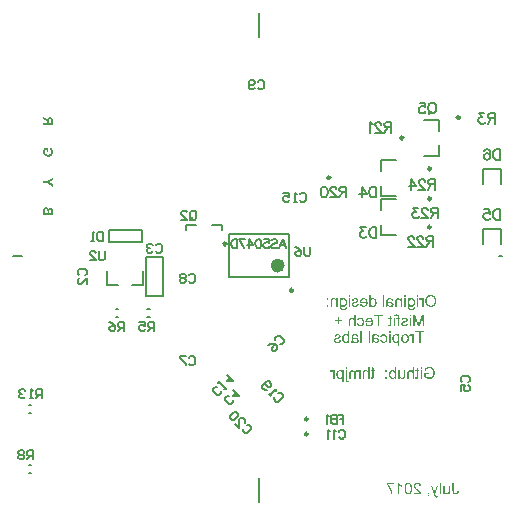
<source format=gbo>
G04 Layer_Color=32896*
%FSLAX25Y25*%
%MOIN*%
G70*
G01*
G75*
%ADD48C,0.00700*%
%ADD49C,0.01000*%
%ADD93C,0.00984*%
%ADD94C,0.00787*%
%ADD96C,0.00500*%
%ADD165C,0.02362*%
G36*
X112570Y20000D02*
X112100D01*
Y21520D01*
X112095Y21635D01*
X112090Y21740D01*
X112075Y21830D01*
X112060Y21900D01*
X112050Y21960D01*
X112035Y22000D01*
X112030Y22025D01*
X112025Y22035D01*
X111990Y22100D01*
X111950Y22160D01*
X111905Y22210D01*
X111860Y22250D01*
X111825Y22285D01*
X111790Y22310D01*
X111770Y22325D01*
X111760Y22330D01*
X111690Y22365D01*
X111620Y22395D01*
X111555Y22415D01*
X111495Y22425D01*
X111445Y22435D01*
X111405Y22440D01*
X111370D01*
X111270Y22435D01*
X111185Y22415D01*
X111110Y22390D01*
X111045Y22360D01*
X111000Y22325D01*
X110965Y22300D01*
X110940Y22280D01*
X110935Y22275D01*
X110885Y22205D01*
X110845Y22125D01*
X110820Y22040D01*
X110800Y21960D01*
X110790Y21880D01*
X110785Y21845D01*
X110780Y21820D01*
Y21795D01*
Y21775D01*
Y21765D01*
Y21760D01*
Y20000D01*
X110310D01*
Y21760D01*
X110315Y21905D01*
X110325Y22030D01*
X110340Y22140D01*
X110360Y22225D01*
X110380Y22295D01*
X110395Y22345D01*
X110405Y22375D01*
X110410Y22385D01*
X110455Y22460D01*
X110505Y22530D01*
X110560Y22585D01*
X110610Y22635D01*
X110660Y22670D01*
X110700Y22700D01*
X110730Y22715D01*
X110735Y22720D01*
X110740D01*
X110825Y22760D01*
X110920Y22790D01*
X111005Y22815D01*
X111090Y22830D01*
X111160Y22840D01*
X111220Y22845D01*
X111270D01*
X111360Y22840D01*
X111450Y22830D01*
X111535Y22810D01*
X111615Y22785D01*
X111685Y22755D01*
X111755Y22725D01*
X111815Y22690D01*
X111875Y22655D01*
X111925Y22615D01*
X111970Y22580D01*
X112010Y22550D01*
X112040Y22520D01*
X112065Y22495D01*
X112085Y22475D01*
X112095Y22465D01*
X112100Y22460D01*
Y23845D01*
X112570D01*
Y20000D01*
D02*
G37*
G36*
X103485Y22245D02*
X102945D01*
Y22785D01*
X103485D01*
Y22245D01*
D02*
G37*
G36*
X106610Y20000D02*
X106175D01*
Y20350D01*
X106120Y20280D01*
X106060Y20215D01*
X106000Y20160D01*
X105935Y20115D01*
X105870Y20075D01*
X105810Y20040D01*
X105745Y20015D01*
X105685Y19990D01*
X105630Y19975D01*
X105575Y19960D01*
X105525Y19955D01*
X105485Y19945D01*
X105450D01*
X105425Y19940D01*
X105405D01*
X105315Y19945D01*
X105225Y19955D01*
X105140Y19975D01*
X105060Y20000D01*
X104985Y20030D01*
X104915Y20060D01*
X104850Y20095D01*
X104790Y20135D01*
X104735Y20170D01*
X104690Y20205D01*
X104645Y20235D01*
X104615Y20265D01*
X104585Y20290D01*
X104565Y20310D01*
X104555Y20320D01*
X104550Y20325D01*
X104485Y20400D01*
X104435Y20485D01*
X104385Y20570D01*
X104345Y20660D01*
X104310Y20755D01*
X104280Y20845D01*
X104260Y20935D01*
X104240Y21025D01*
X104225Y21105D01*
X104215Y21185D01*
X104205Y21250D01*
X104200Y21310D01*
X104195Y21360D01*
Y21400D01*
Y21420D01*
Y21430D01*
X104200Y21540D01*
X104210Y21645D01*
X104220Y21745D01*
X104235Y21825D01*
X104255Y21895D01*
X104265Y21950D01*
X104270Y21970D01*
X104275Y21985D01*
X104280Y21990D01*
Y21995D01*
X104315Y22090D01*
X104350Y22175D01*
X104390Y22255D01*
X104430Y22320D01*
X104465Y22375D01*
X104490Y22410D01*
X104510Y22435D01*
X104515Y22445D01*
X104575Y22510D01*
X104635Y22570D01*
X104695Y22620D01*
X104755Y22665D01*
X104810Y22695D01*
X104850Y22720D01*
X104880Y22735D01*
X104885Y22740D01*
X104890D01*
X104975Y22775D01*
X105065Y22800D01*
X105145Y22820D01*
X105220Y22830D01*
X105285Y22840D01*
X105335Y22845D01*
X105380D01*
X105465Y22840D01*
X105545Y22830D01*
X105625Y22810D01*
X105695Y22785D01*
X105760Y22755D01*
X105825Y22725D01*
X105880Y22690D01*
X105935Y22655D01*
X105980Y22620D01*
X106020Y22585D01*
X106055Y22555D01*
X106085Y22525D01*
X106110Y22500D01*
X106125Y22480D01*
X106135Y22470D01*
X106140Y22465D01*
Y23845D01*
X106610D01*
Y20000D01*
D02*
G37*
G36*
X106575Y34840D02*
X106665Y34830D01*
X106745Y34810D01*
X106815Y34790D01*
X106870Y34770D01*
X106910Y34750D01*
X106935Y34740D01*
X106945Y34735D01*
X107015Y34690D01*
X107080Y34640D01*
X107135Y34590D01*
X107185Y34540D01*
X107225Y34490D01*
X107260Y34455D01*
X107280Y34430D01*
X107285Y34420D01*
Y34785D01*
X107715D01*
Y30935D01*
X107245D01*
Y32290D01*
X107195Y32235D01*
X107145Y32190D01*
X107095Y32145D01*
X107045Y32110D01*
X107005Y32080D01*
X106970Y32060D01*
X106950Y32045D01*
X106940Y32040D01*
X106865Y32005D01*
X106795Y31980D01*
X106720Y31965D01*
X106655Y31955D01*
X106600Y31945D01*
X106555Y31940D01*
X106515D01*
X106395Y31950D01*
X106280Y31970D01*
X106175Y31995D01*
X106085Y32030D01*
X106010Y32065D01*
X105975Y32080D01*
X105950Y32090D01*
X105930Y32105D01*
X105915Y32110D01*
X105905Y32120D01*
X105900D01*
X105795Y32195D01*
X105705Y32275D01*
X105630Y32365D01*
X105565Y32450D01*
X105515Y32525D01*
X105495Y32555D01*
X105480Y32585D01*
X105465Y32610D01*
X105455Y32625D01*
X105450Y32635D01*
Y32640D01*
X105400Y32770D01*
X105360Y32905D01*
X105335Y33035D01*
X105315Y33155D01*
X105310Y33210D01*
X105305Y33255D01*
X105300Y33300D01*
X105295Y33340D01*
Y33370D01*
Y33390D01*
Y33405D01*
Y33410D01*
X105300Y33555D01*
X105315Y33695D01*
X105340Y33815D01*
X105365Y33925D01*
X105380Y33970D01*
X105390Y34015D01*
X105400Y34050D01*
X105415Y34080D01*
X105420Y34105D01*
X105430Y34125D01*
X105435Y34135D01*
Y34140D01*
X105495Y34260D01*
X105560Y34365D01*
X105630Y34450D01*
X105695Y34525D01*
X105755Y34585D01*
X105805Y34625D01*
X105825Y34640D01*
X105840Y34650D01*
X105845Y34660D01*
X105850D01*
X105955Y34720D01*
X106060Y34765D01*
X106170Y34800D01*
X106265Y34820D01*
X106350Y34835D01*
X106390Y34840D01*
X106420D01*
X106445Y34845D01*
X106480D01*
X106575Y34840D01*
D02*
G37*
G36*
X115255Y23305D02*
X114785D01*
Y23845D01*
X115255D01*
Y23305D01*
D02*
G37*
G36*
Y20000D02*
X114785D01*
Y22785D01*
X115255D01*
Y20000D01*
D02*
G37*
G36*
X103485D02*
X102945D01*
Y20540D01*
X103485D01*
Y20000D01*
D02*
G37*
G36*
X109595Y21060D02*
Y20955D01*
X109590Y20865D01*
X109585Y20790D01*
X109580Y20730D01*
Y20680D01*
X109575Y20645D01*
X109570Y20625D01*
Y20620D01*
X109550Y20545D01*
X109530Y20475D01*
X109505Y20415D01*
X109480Y20365D01*
X109460Y20320D01*
X109440Y20290D01*
X109430Y20270D01*
X109425Y20265D01*
X109380Y20215D01*
X109330Y20170D01*
X109275Y20130D01*
X109225Y20095D01*
X109180Y20070D01*
X109140Y20045D01*
X109115Y20035D01*
X109105Y20030D01*
X109025Y20000D01*
X108940Y19980D01*
X108865Y19960D01*
X108795Y19950D01*
X108735Y19945D01*
X108685Y19940D01*
X108645D01*
X108545Y19945D01*
X108445Y19960D01*
X108355Y19985D01*
X108270Y20015D01*
X108195Y20050D01*
X108120Y20090D01*
X108055Y20130D01*
X107995Y20175D01*
X107940Y20220D01*
X107895Y20260D01*
X107855Y20300D01*
X107820Y20335D01*
X107795Y20365D01*
X107775Y20390D01*
X107765Y20405D01*
X107760Y20410D01*
Y20000D01*
X107340D01*
Y22785D01*
X107810D01*
Y21290D01*
X107815Y21165D01*
X107820Y21055D01*
X107835Y20960D01*
X107850Y20885D01*
X107865Y20825D01*
X107875Y20780D01*
X107885Y20755D01*
X107890Y20745D01*
X107925Y20680D01*
X107965Y20620D01*
X108005Y20570D01*
X108050Y20530D01*
X108090Y20495D01*
X108125Y20470D01*
X108145Y20455D01*
X108155Y20450D01*
X108225Y20415D01*
X108295Y20390D01*
X108365Y20370D01*
X108425Y20360D01*
X108475Y20350D01*
X108520Y20345D01*
X108555D01*
X108630Y20350D01*
X108700Y20360D01*
X108760Y20380D01*
X108810Y20400D01*
X108855Y20415D01*
X108885Y20435D01*
X108905Y20445D01*
X108910Y20450D01*
X108960Y20495D01*
X109000Y20540D01*
X109035Y20590D01*
X109060Y20635D01*
X109080Y20675D01*
X109090Y20710D01*
X109100Y20730D01*
Y20740D01*
X109105Y20765D01*
X109110Y20800D01*
X109115Y20875D01*
X109120Y20955D01*
Y21040D01*
X109125Y21115D01*
Y21150D01*
Y21180D01*
Y21205D01*
Y21225D01*
Y21235D01*
Y21240D01*
Y22785D01*
X109595D01*
Y21060D01*
D02*
G37*
G36*
X113980Y23470D02*
Y22785D01*
X114330D01*
Y22420D01*
X113980D01*
Y20815D01*
Y20740D01*
X113975Y20670D01*
Y20605D01*
X113970Y20550D01*
X113965Y20495D01*
X113960Y20450D01*
X113955Y20410D01*
X113950Y20375D01*
X113940Y20320D01*
X113935Y20285D01*
X113925Y20260D01*
Y20255D01*
X113900Y20210D01*
X113870Y20170D01*
X113835Y20130D01*
X113800Y20100D01*
X113770Y20075D01*
X113750Y20060D01*
X113730Y20050D01*
X113725Y20045D01*
X113670Y20020D01*
X113605Y20000D01*
X113540Y19985D01*
X113475Y19975D01*
X113420Y19970D01*
X113370Y19965D01*
X113330D01*
X113205Y19970D01*
X113145Y19980D01*
X113090Y19985D01*
X113040Y19995D01*
X113005Y20000D01*
X112980Y20005D01*
X112970D01*
X113035Y20420D01*
X113080Y20415D01*
X113120Y20410D01*
X113160D01*
X113190Y20405D01*
X113245D01*
X113315Y20410D01*
X113365Y20420D01*
X113385Y20425D01*
X113400Y20430D01*
X113405Y20435D01*
X113410D01*
X113445Y20465D01*
X113470Y20495D01*
X113485Y20515D01*
X113490Y20525D01*
X113495Y20555D01*
X113500Y20590D01*
X113505Y20635D01*
Y20680D01*
X113510Y20720D01*
Y20755D01*
Y20780D01*
Y20790D01*
Y22420D01*
X113035D01*
Y22785D01*
X113510D01*
Y23755D01*
X113980Y23470D01*
D02*
G37*
G36*
X117685Y23905D02*
X117785Y23900D01*
X117980Y23875D01*
X118070Y23855D01*
X118150Y23835D01*
X118230Y23815D01*
X118300Y23790D01*
X118365Y23770D01*
X118425Y23745D01*
X118475Y23725D01*
X118515Y23710D01*
X118550Y23690D01*
X118575Y23680D01*
X118590Y23675D01*
X118595Y23670D01*
X118675Y23625D01*
X118750Y23570D01*
X118885Y23460D01*
X118945Y23400D01*
X119000Y23340D01*
X119050Y23280D01*
X119095Y23220D01*
X119135Y23165D01*
X119170Y23115D01*
X119200Y23070D01*
X119225Y23030D01*
X119245Y22995D01*
X119260Y22970D01*
X119265Y22955D01*
X119270Y22950D01*
X119310Y22860D01*
X119345Y22765D01*
X119405Y22580D01*
X119445Y22405D01*
X119460Y22320D01*
X119470Y22245D01*
X119480Y22170D01*
X119490Y22105D01*
X119495Y22045D01*
Y21995D01*
X119500Y21955D01*
Y21925D01*
Y21905D01*
Y21900D01*
X119495Y21795D01*
X119490Y21695D01*
X119465Y21500D01*
X119445Y21410D01*
X119425Y21330D01*
X119405Y21250D01*
X119380Y21175D01*
X119360Y21110D01*
X119340Y21050D01*
X119320Y21000D01*
X119300Y20955D01*
X119285Y20920D01*
X119275Y20895D01*
X119265Y20880D01*
Y20875D01*
X119220Y20790D01*
X119170Y20715D01*
X119115Y20640D01*
X119055Y20575D01*
X119000Y20510D01*
X118940Y20455D01*
X118885Y20400D01*
X118830Y20355D01*
X118775Y20315D01*
X118730Y20275D01*
X118685Y20245D01*
X118645Y20220D01*
X118615Y20200D01*
X118590Y20185D01*
X118575Y20180D01*
X118570Y20175D01*
X118480Y20135D01*
X118390Y20095D01*
X118215Y20035D01*
X118040Y19995D01*
X117960Y19980D01*
X117880Y19965D01*
X117810Y19955D01*
X117745Y19950D01*
X117685Y19940D01*
X117635D01*
X117595Y19935D01*
X117540D01*
X117385Y19940D01*
X117235Y19960D01*
X117095Y19985D01*
X116970Y20010D01*
X116920Y20025D01*
X116870Y20040D01*
X116825Y20050D01*
X116790Y20060D01*
X116760Y20070D01*
X116740Y20080D01*
X116725Y20085D01*
X116720D01*
X116570Y20145D01*
X116430Y20220D01*
X116300Y20290D01*
X116180Y20365D01*
X116130Y20400D01*
X116085Y20430D01*
X116045Y20455D01*
X116010Y20480D01*
X115980Y20500D01*
X115960Y20515D01*
X115950Y20525D01*
X115945Y20530D01*
Y21960D01*
X117575D01*
Y21505D01*
X116445D01*
Y20785D01*
X116515Y20730D01*
X116590Y20680D01*
X116670Y20635D01*
X116745Y20595D01*
X116815Y20560D01*
X116875Y20535D01*
X116895Y20530D01*
X116910Y20520D01*
X116920Y20515D01*
X116925D01*
X117045Y20475D01*
X117160Y20445D01*
X117265Y20420D01*
X117365Y20405D01*
X117450Y20395D01*
X117485D01*
X117515Y20390D01*
X117570D01*
X117710Y20395D01*
X117845Y20415D01*
X117965Y20440D01*
X118070Y20475D01*
X118120Y20490D01*
X118160Y20505D01*
X118200Y20515D01*
X118230Y20530D01*
X118255Y20540D01*
X118275Y20550D01*
X118285Y20555D01*
X118290D01*
X118410Y20625D01*
X118510Y20705D01*
X118600Y20795D01*
X118670Y20875D01*
X118725Y20950D01*
X118750Y20985D01*
X118765Y21015D01*
X118780Y21035D01*
X118790Y21055D01*
X118800Y21065D01*
Y21070D01*
X118860Y21205D01*
X118900Y21350D01*
X118930Y21495D01*
X118955Y21630D01*
X118960Y21690D01*
X118965Y21750D01*
X118970Y21800D01*
Y21845D01*
X118975Y21880D01*
Y21905D01*
Y21925D01*
Y21930D01*
X118970Y22085D01*
X118950Y22230D01*
X118930Y22360D01*
X118900Y22475D01*
X118890Y22525D01*
X118875Y22570D01*
X118865Y22610D01*
X118850Y22645D01*
X118845Y22670D01*
X118835Y22690D01*
X118830Y22700D01*
Y22705D01*
X118795Y22780D01*
X118755Y22855D01*
X118715Y22920D01*
X118680Y22975D01*
X118645Y23020D01*
X118615Y23055D01*
X118595Y23075D01*
X118590Y23085D01*
X118530Y23145D01*
X118460Y23205D01*
X118390Y23250D01*
X118325Y23290D01*
X118270Y23325D01*
X118220Y23345D01*
X118190Y23360D01*
X118185Y23365D01*
X118180D01*
X118080Y23400D01*
X117980Y23430D01*
X117875Y23450D01*
X117780Y23460D01*
X117700Y23470D01*
X117665D01*
X117635Y23475D01*
X117575D01*
X117470Y23470D01*
X117370Y23460D01*
X117280Y23440D01*
X117205Y23425D01*
X117140Y23405D01*
X117090Y23385D01*
X117060Y23375D01*
X117055Y23370D01*
X117050D01*
X116965Y23330D01*
X116890Y23285D01*
X116825Y23240D01*
X116775Y23200D01*
X116735Y23160D01*
X116705Y23130D01*
X116685Y23110D01*
X116680Y23100D01*
X116635Y23035D01*
X116590Y22960D01*
X116555Y22880D01*
X116525Y22810D01*
X116500Y22740D01*
X116480Y22690D01*
X116475Y22670D01*
X116470Y22655D01*
X116465Y22645D01*
Y22640D01*
X116005Y22765D01*
X116045Y22905D01*
X116095Y23030D01*
X116140Y23135D01*
X116190Y23225D01*
X116235Y23300D01*
X116250Y23330D01*
X116270Y23350D01*
X116280Y23370D01*
X116290Y23385D01*
X116300Y23390D01*
Y23395D01*
X116375Y23480D01*
X116460Y23555D01*
X116550Y23620D01*
X116635Y23675D01*
X116710Y23715D01*
X116740Y23730D01*
X116770Y23745D01*
X116795Y23755D01*
X116810Y23765D01*
X116820Y23770D01*
X116825D01*
X116955Y23815D01*
X117085Y23850D01*
X117210Y23875D01*
X117330Y23895D01*
X117380Y23900D01*
X117430Y23905D01*
X117470D01*
X117510Y23910D01*
X117580D01*
X117685Y23905D01*
D02*
G37*
G36*
X116000Y35390D02*
X114735D01*
Y32000D01*
X114225D01*
Y35390D01*
X112960D01*
Y35845D01*
X116000D01*
Y35390D01*
D02*
G37*
G36*
X111530Y34840D02*
X111585Y34830D01*
X111640Y34815D01*
X111685Y34800D01*
X111720Y34780D01*
X111750Y34765D01*
X111770Y34755D01*
X111775Y34750D01*
X111825Y34705D01*
X111880Y34650D01*
X111930Y34585D01*
X111975Y34515D01*
X112010Y34455D01*
X112045Y34405D01*
X112055Y34385D01*
X112065Y34370D01*
X112070Y34360D01*
Y34785D01*
X112495D01*
Y32000D01*
X112025D01*
Y33450D01*
X112020Y33560D01*
X112015Y33665D01*
X112000Y33755D01*
X111985Y33840D01*
X111975Y33905D01*
X111960Y33955D01*
X111955Y33975D01*
Y33990D01*
X111950Y33995D01*
Y34000D01*
X111925Y34060D01*
X111900Y34110D01*
X111870Y34155D01*
X111840Y34190D01*
X111815Y34220D01*
X111795Y34245D01*
X111780Y34255D01*
X111775Y34260D01*
X111725Y34290D01*
X111680Y34315D01*
X111630Y34330D01*
X111590Y34345D01*
X111550Y34350D01*
X111520Y34355D01*
X111495D01*
X111430Y34350D01*
X111365Y34340D01*
X111305Y34325D01*
X111255Y34305D01*
X111210Y34285D01*
X111175Y34270D01*
X111155Y34260D01*
X111145Y34255D01*
X110980Y34690D01*
X111075Y34740D01*
X111160Y34780D01*
X111245Y34805D01*
X111320Y34825D01*
X111380Y34835D01*
X111430Y34845D01*
X111470D01*
X111530Y34840D01*
D02*
G37*
G36*
X102540D02*
X102665Y34820D01*
X102780Y34790D01*
X102875Y34760D01*
X102960Y34730D01*
X102995Y34715D01*
X103020Y34700D01*
X103045Y34690D01*
X103060Y34680D01*
X103070Y34675D01*
X103075D01*
X103180Y34605D01*
X103275Y34525D01*
X103355Y34440D01*
X103415Y34355D01*
X103465Y34280D01*
X103500Y34220D01*
X103515Y34200D01*
X103525Y34180D01*
X103530Y34170D01*
Y34165D01*
X103580Y34035D01*
X103615Y33900D01*
X103640Y33770D01*
X103655Y33645D01*
X103665Y33590D01*
Y33540D01*
X103670Y33495D01*
X103675Y33455D01*
Y33425D01*
Y33400D01*
Y33385D01*
Y33380D01*
X103670Y33255D01*
X103660Y33135D01*
X103645Y33025D01*
X103620Y32920D01*
X103595Y32825D01*
X103565Y32735D01*
X103535Y32655D01*
X103500Y32585D01*
X103470Y32520D01*
X103440Y32465D01*
X103410Y32420D01*
X103385Y32380D01*
X103360Y32350D01*
X103345Y32330D01*
X103335Y32315D01*
X103330Y32310D01*
X103265Y32245D01*
X103190Y32190D01*
X103115Y32140D01*
X103040Y32095D01*
X102965Y32060D01*
X102890Y32030D01*
X102815Y32005D01*
X102745Y31985D01*
X102675Y31970D01*
X102615Y31960D01*
X102560Y31950D01*
X102510Y31945D01*
X102470D01*
X102440Y31940D01*
X102415D01*
X102330Y31945D01*
X102250Y31950D01*
X102105Y31980D01*
X101975Y32025D01*
X101915Y32050D01*
X101860Y32075D01*
X101815Y32095D01*
X101770Y32120D01*
X101735Y32145D01*
X101705Y32165D01*
X101680Y32180D01*
X101665Y32195D01*
X101655Y32200D01*
X101650Y32205D01*
X101595Y32260D01*
X101540Y32315D01*
X101495Y32375D01*
X101455Y32435D01*
X101385Y32560D01*
X101335Y32680D01*
X101315Y32735D01*
X101295Y32790D01*
X101285Y32835D01*
X101270Y32875D01*
X101265Y32910D01*
X101260Y32935D01*
X101255Y32950D01*
Y32955D01*
X101720Y33020D01*
X101745Y32895D01*
X101780Y32790D01*
X101820Y32700D01*
X101860Y32625D01*
X101895Y32570D01*
X101930Y32525D01*
X101950Y32505D01*
X101960Y32495D01*
X102035Y32440D01*
X102110Y32400D01*
X102185Y32370D01*
X102260Y32350D01*
X102325Y32340D01*
X102375Y32335D01*
X102395Y32330D01*
X102420D01*
X102485Y32335D01*
X102545Y32340D01*
X102655Y32370D01*
X102750Y32410D01*
X102830Y32455D01*
X102895Y32500D01*
X102940Y32540D01*
X102970Y32570D01*
X102975Y32575D01*
X102980Y32580D01*
X103015Y32630D01*
X103050Y32690D01*
X103100Y32815D01*
X103140Y32950D01*
X103165Y33085D01*
X103170Y33145D01*
X103180Y33205D01*
X103185Y33255D01*
Y33305D01*
X103190Y33340D01*
Y33370D01*
Y33390D01*
Y33395D01*
X103185Y33495D01*
X103180Y33590D01*
X103170Y33675D01*
X103155Y33755D01*
X103140Y33825D01*
X103120Y33890D01*
X103100Y33950D01*
X103080Y34005D01*
X103060Y34050D01*
X103040Y34090D01*
X103020Y34125D01*
X103005Y34150D01*
X102990Y34175D01*
X102980Y34190D01*
X102970Y34195D01*
Y34200D01*
X102925Y34245D01*
X102880Y34285D01*
X102835Y34320D01*
X102785Y34350D01*
X102690Y34395D01*
X102600Y34425D01*
X102520Y34440D01*
X102485Y34445D01*
X102455Y34450D01*
X102430Y34455D01*
X102395D01*
X102310Y34450D01*
X102235Y34435D01*
X102165Y34410D01*
X102105Y34385D01*
X102060Y34355D01*
X102025Y34335D01*
X102000Y34315D01*
X101995Y34310D01*
X101935Y34250D01*
X101890Y34185D01*
X101850Y34115D01*
X101815Y34050D01*
X101790Y33990D01*
X101775Y33940D01*
X101765Y33920D01*
Y33905D01*
X101760Y33900D01*
Y33895D01*
X101300Y33965D01*
X101340Y34115D01*
X101395Y34245D01*
X101455Y34355D01*
X101520Y34450D01*
X101550Y34485D01*
X101580Y34520D01*
X101605Y34550D01*
X101630Y34575D01*
X101650Y34590D01*
X101660Y34605D01*
X101670Y34610D01*
X101675Y34615D01*
X101730Y34655D01*
X101790Y34690D01*
X101910Y34750D01*
X102035Y34790D01*
X102150Y34815D01*
X102205Y34825D01*
X102250Y34835D01*
X102295Y34840D01*
X102335D01*
X102365Y34845D01*
X102410D01*
X102540Y34840D01*
D02*
G37*
G36*
X99805D02*
X99925Y34830D01*
X100035Y34815D01*
X100125Y34795D01*
X100205Y34775D01*
X100235Y34770D01*
X100260Y34760D01*
X100280Y34755D01*
X100295Y34750D01*
X100305Y34745D01*
X100310D01*
X100405Y34705D01*
X100490Y34660D01*
X100560Y34615D01*
X100620Y34570D01*
X100665Y34525D01*
X100700Y34495D01*
X100720Y34475D01*
X100725Y34465D01*
X100775Y34395D01*
X100820Y34315D01*
X100855Y34235D01*
X100880Y34160D01*
X100905Y34095D01*
X100920Y34040D01*
X100925Y34020D01*
Y34005D01*
X100930Y33995D01*
Y33990D01*
X100470Y33925D01*
X100440Y34025D01*
X100400Y34115D01*
X100365Y34185D01*
X100325Y34240D01*
X100295Y34285D01*
X100265Y34315D01*
X100245Y34330D01*
X100240Y34335D01*
X100175Y34375D01*
X100095Y34405D01*
X100015Y34425D01*
X99930Y34440D01*
X99860Y34450D01*
X99800Y34455D01*
X99745D01*
X99620Y34450D01*
X99510Y34430D01*
X99420Y34405D01*
X99340Y34375D01*
X99280Y34345D01*
X99240Y34320D01*
X99215Y34300D01*
X99205Y34295D01*
X99160Y34245D01*
X99125Y34180D01*
X99105Y34115D01*
X99085Y34045D01*
X99075Y33985D01*
X99070Y33930D01*
Y33915D01*
Y33900D01*
Y33890D01*
Y33885D01*
Y33875D01*
Y33855D01*
Y33815D01*
X99075Y33795D01*
Y33780D01*
Y33770D01*
Y33765D01*
X99130Y33750D01*
X99190Y33730D01*
X99320Y33700D01*
X99460Y33670D01*
X99595Y33645D01*
X99660Y33635D01*
X99720Y33625D01*
X99775Y33620D01*
X99820Y33615D01*
X99860Y33605D01*
X99890D01*
X99910Y33600D01*
X99915D01*
X100015Y33585D01*
X100100Y33575D01*
X100170Y33565D01*
X100230Y33550D01*
X100275Y33545D01*
X100310Y33535D01*
X100330Y33530D01*
X100335D01*
X100405Y33510D01*
X100470Y33485D01*
X100525Y33460D01*
X100575Y33435D01*
X100615Y33410D01*
X100650Y33390D01*
X100670Y33380D01*
X100675Y33375D01*
X100730Y33335D01*
X100775Y33290D01*
X100820Y33245D01*
X100855Y33205D01*
X100880Y33165D01*
X100905Y33135D01*
X100915Y33115D01*
X100920Y33105D01*
X100950Y33040D01*
X100970Y32975D01*
X100990Y32910D01*
X101000Y32855D01*
X101005Y32805D01*
X101010Y32765D01*
Y32740D01*
Y32730D01*
X101005Y32665D01*
X101000Y32605D01*
X100970Y32495D01*
X100930Y32400D01*
X100885Y32315D01*
X100840Y32250D01*
X100805Y32200D01*
X100775Y32170D01*
X100770Y32165D01*
X100765Y32160D01*
X100715Y32120D01*
X100665Y32090D01*
X100550Y32035D01*
X100435Y31995D01*
X100320Y31970D01*
X100220Y31950D01*
X100175Y31945D01*
X100135D01*
X100105Y31940D01*
X100060D01*
X99960Y31945D01*
X99865Y31955D01*
X99775Y31970D01*
X99700Y31985D01*
X99635Y32000D01*
X99585Y32015D01*
X99570Y32020D01*
X99555Y32025D01*
X99550Y32030D01*
X99545D01*
X99455Y32070D01*
X99360Y32120D01*
X99275Y32175D01*
X99200Y32225D01*
X99130Y32275D01*
X99080Y32315D01*
X99060Y32330D01*
X99045Y32340D01*
X99040Y32350D01*
X99035D01*
X99025Y32275D01*
X99010Y32210D01*
X99000Y32150D01*
X98980Y32100D01*
X98970Y32055D01*
X98955Y32025D01*
X98950Y32005D01*
X98945Y32000D01*
X98450D01*
X98480Y32060D01*
X98505Y32120D01*
X98525Y32175D01*
X98545Y32230D01*
X98555Y32270D01*
X98565Y32305D01*
X98570Y32325D01*
Y32335D01*
X98575Y32375D01*
X98580Y32420D01*
Y32475D01*
X98585Y32540D01*
X98590Y32675D01*
Y32815D01*
X98595Y32885D01*
Y32950D01*
Y33010D01*
Y33060D01*
Y33105D01*
Y33135D01*
Y33160D01*
Y33165D01*
Y33795D01*
Y33905D01*
X98600Y33995D01*
X98605Y34070D01*
Y34130D01*
X98610Y34175D01*
X98615Y34205D01*
X98620Y34225D01*
Y34230D01*
X98640Y34300D01*
X98660Y34360D01*
X98685Y34415D01*
X98710Y34460D01*
X98735Y34495D01*
X98755Y34525D01*
X98765Y34540D01*
X98770Y34545D01*
X98815Y34590D01*
X98865Y34635D01*
X98920Y34670D01*
X98975Y34700D01*
X99025Y34725D01*
X99065Y34745D01*
X99090Y34755D01*
X99095Y34760D01*
X99100D01*
X99190Y34790D01*
X99280Y34810D01*
X99380Y34825D01*
X99470Y34835D01*
X99550Y34840D01*
X99585Y34845D01*
X99675D01*
X99805Y34840D01*
D02*
G37*
G36*
X92940D02*
X93060Y34830D01*
X93170Y34815D01*
X93260Y34795D01*
X93340Y34775D01*
X93370Y34770D01*
X93395Y34760D01*
X93415Y34755D01*
X93430Y34750D01*
X93440Y34745D01*
X93445D01*
X93540Y34705D01*
X93625Y34660D01*
X93695Y34615D01*
X93755Y34570D01*
X93800Y34525D01*
X93835Y34495D01*
X93855Y34475D01*
X93860Y34465D01*
X93910Y34395D01*
X93955Y34315D01*
X93990Y34235D01*
X94015Y34160D01*
X94040Y34095D01*
X94055Y34040D01*
X94060Y34020D01*
Y34005D01*
X94065Y33995D01*
Y33990D01*
X93605Y33925D01*
X93575Y34025D01*
X93535Y34115D01*
X93500Y34185D01*
X93460Y34240D01*
X93430Y34285D01*
X93400Y34315D01*
X93380Y34330D01*
X93375Y34335D01*
X93310Y34375D01*
X93230Y34405D01*
X93150Y34425D01*
X93065Y34440D01*
X92995Y34450D01*
X92935Y34455D01*
X92880D01*
X92755Y34450D01*
X92645Y34430D01*
X92555Y34405D01*
X92475Y34375D01*
X92415Y34345D01*
X92375Y34320D01*
X92350Y34300D01*
X92340Y34295D01*
X92295Y34245D01*
X92260Y34180D01*
X92240Y34115D01*
X92220Y34045D01*
X92210Y33985D01*
X92205Y33930D01*
Y33915D01*
Y33900D01*
Y33890D01*
Y33885D01*
Y33875D01*
Y33855D01*
Y33815D01*
X92210Y33795D01*
Y33780D01*
Y33770D01*
Y33765D01*
X92265Y33750D01*
X92325Y33730D01*
X92455Y33700D01*
X92595Y33670D01*
X92730Y33645D01*
X92795Y33635D01*
X92855Y33625D01*
X92910Y33620D01*
X92955Y33615D01*
X92995Y33605D01*
X93025D01*
X93045Y33600D01*
X93050D01*
X93150Y33585D01*
X93235Y33575D01*
X93305Y33565D01*
X93365Y33550D01*
X93410Y33545D01*
X93445Y33535D01*
X93465Y33530D01*
X93470D01*
X93540Y33510D01*
X93605Y33485D01*
X93660Y33460D01*
X93710Y33435D01*
X93750Y33410D01*
X93785Y33390D01*
X93805Y33380D01*
X93810Y33375D01*
X93865Y33335D01*
X93910Y33290D01*
X93955Y33245D01*
X93990Y33205D01*
X94015Y33165D01*
X94040Y33135D01*
X94050Y33115D01*
X94055Y33105D01*
X94085Y33040D01*
X94105Y32975D01*
X94125Y32910D01*
X94135Y32855D01*
X94140Y32805D01*
X94145Y32765D01*
Y32740D01*
Y32730D01*
X94140Y32665D01*
X94135Y32605D01*
X94105Y32495D01*
X94065Y32400D01*
X94020Y32315D01*
X93975Y32250D01*
X93940Y32200D01*
X93910Y32170D01*
X93905Y32165D01*
X93900Y32160D01*
X93850Y32120D01*
X93800Y32090D01*
X93685Y32035D01*
X93570Y31995D01*
X93455Y31970D01*
X93355Y31950D01*
X93310Y31945D01*
X93270D01*
X93240Y31940D01*
X93195D01*
X93095Y31945D01*
X93000Y31955D01*
X92910Y31970D01*
X92835Y31985D01*
X92770Y32000D01*
X92720Y32015D01*
X92705Y32020D01*
X92690Y32025D01*
X92685Y32030D01*
X92680D01*
X92590Y32070D01*
X92495Y32120D01*
X92410Y32175D01*
X92335Y32225D01*
X92265Y32275D01*
X92215Y32315D01*
X92195Y32330D01*
X92180Y32340D01*
X92175Y32350D01*
X92170D01*
X92160Y32275D01*
X92145Y32210D01*
X92135Y32150D01*
X92115Y32100D01*
X92105Y32055D01*
X92090Y32025D01*
X92085Y32005D01*
X92080Y32000D01*
X91585D01*
X91615Y32060D01*
X91640Y32120D01*
X91660Y32175D01*
X91680Y32230D01*
X91690Y32270D01*
X91700Y32305D01*
X91705Y32325D01*
Y32335D01*
X91710Y32375D01*
X91715Y32420D01*
Y32475D01*
X91720Y32540D01*
X91725Y32675D01*
Y32815D01*
X91730Y32885D01*
Y32950D01*
Y33010D01*
Y33060D01*
Y33105D01*
Y33135D01*
Y33160D01*
Y33165D01*
Y33795D01*
Y33905D01*
X91735Y33995D01*
X91740Y34070D01*
Y34130D01*
X91745Y34175D01*
X91750Y34205D01*
X91755Y34225D01*
Y34230D01*
X91775Y34300D01*
X91795Y34360D01*
X91820Y34415D01*
X91845Y34460D01*
X91870Y34495D01*
X91890Y34525D01*
X91900Y34540D01*
X91905Y34545D01*
X91950Y34590D01*
X92000Y34635D01*
X92055Y34670D01*
X92110Y34700D01*
X92160Y34725D01*
X92200Y34745D01*
X92225Y34755D01*
X92230Y34760D01*
X92235D01*
X92325Y34790D01*
X92415Y34810D01*
X92515Y34825D01*
X92605Y34835D01*
X92685Y34840D01*
X92720Y34845D01*
X92810D01*
X92940Y34840D01*
D02*
G37*
G36*
X109670D02*
X109760Y34830D01*
X109845Y34815D01*
X109930Y34795D01*
X110005Y34775D01*
X110080Y34745D01*
X110145Y34720D01*
X110205Y34690D01*
X110260Y34660D01*
X110310Y34635D01*
X110350Y34605D01*
X110385Y34585D01*
X110415Y34565D01*
X110435Y34550D01*
X110445Y34540D01*
X110450Y34535D01*
X110525Y34460D01*
X110590Y34380D01*
X110645Y34290D01*
X110695Y34200D01*
X110735Y34105D01*
X110770Y34010D01*
X110800Y33915D01*
X110820Y33820D01*
X110840Y33735D01*
X110850Y33655D01*
X110860Y33580D01*
X110870Y33515D01*
Y33465D01*
X110875Y33425D01*
Y33400D01*
Y33390D01*
X110870Y33260D01*
X110860Y33140D01*
X110840Y33030D01*
X110820Y32925D01*
X110790Y32825D01*
X110760Y32740D01*
X110730Y32660D01*
X110695Y32585D01*
X110660Y32520D01*
X110630Y32465D01*
X110600Y32420D01*
X110570Y32380D01*
X110550Y32350D01*
X110530Y32330D01*
X110520Y32315D01*
X110515Y32310D01*
X110445Y32245D01*
X110370Y32190D01*
X110295Y32140D01*
X110215Y32095D01*
X110135Y32060D01*
X110060Y32030D01*
X109985Y32005D01*
X109910Y31985D01*
X109840Y31970D01*
X109775Y31960D01*
X109720Y31950D01*
X109670Y31945D01*
X109630D01*
X109600Y31940D01*
X109575D01*
X109440Y31945D01*
X109315Y31965D01*
X109200Y31995D01*
X109105Y32025D01*
X109020Y32055D01*
X108985Y32070D01*
X108960Y32085D01*
X108935Y32095D01*
X108920Y32105D01*
X108910Y32110D01*
X108905D01*
X108795Y32180D01*
X108700Y32255D01*
X108620Y32335D01*
X108555Y32410D01*
X108500Y32480D01*
X108465Y32535D01*
X108450Y32555D01*
X108440Y32570D01*
X108435Y32580D01*
Y32585D01*
X108405Y32645D01*
X108380Y32710D01*
X108340Y32850D01*
X108310Y32990D01*
X108290Y33125D01*
X108285Y33185D01*
X108280Y33245D01*
X108275Y33295D01*
X108270Y33340D01*
Y33380D01*
Y33405D01*
Y33425D01*
Y33430D01*
X108275Y33550D01*
X108285Y33665D01*
X108305Y33770D01*
X108325Y33870D01*
X108355Y33965D01*
X108385Y34050D01*
X108420Y34125D01*
X108450Y34195D01*
X108485Y34255D01*
X108520Y34310D01*
X108550Y34360D01*
X108580Y34395D01*
X108600Y34425D01*
X108620Y34450D01*
X108630Y34460D01*
X108635Y34465D01*
X108705Y34530D01*
X108780Y34590D01*
X108855Y34640D01*
X108935Y34685D01*
X109015Y34720D01*
X109095Y34750D01*
X109170Y34780D01*
X109240Y34800D01*
X109310Y34815D01*
X109375Y34825D01*
X109430Y34835D01*
X109480Y34840D01*
X109520Y34845D01*
X109575D01*
X109670Y34840D01*
D02*
G37*
G36*
X87255Y34835D02*
X87325Y34825D01*
X87385Y34815D01*
X87440Y34805D01*
X87475Y34795D01*
X87500Y34790D01*
X87510Y34785D01*
X87575Y34765D01*
X87635Y34740D01*
X87690Y34720D01*
X87730Y34695D01*
X87765Y34680D01*
X87790Y34665D01*
X87805Y34655D01*
X87810Y34650D01*
X87860Y34610D01*
X87905Y34565D01*
X87945Y34520D01*
X87980Y34480D01*
X88005Y34440D01*
X88025Y34410D01*
X88035Y34390D01*
X88040Y34385D01*
X88070Y34325D01*
X88090Y34265D01*
X88105Y34205D01*
X88115Y34155D01*
X88120Y34105D01*
X88125Y34070D01*
Y34050D01*
Y34040D01*
X88120Y33965D01*
X88110Y33895D01*
X88095Y33830D01*
X88075Y33775D01*
X88055Y33730D01*
X88040Y33695D01*
X88030Y33675D01*
X88025Y33665D01*
X87980Y33605D01*
X87935Y33555D01*
X87880Y33510D01*
X87835Y33475D01*
X87790Y33445D01*
X87755Y33425D01*
X87730Y33410D01*
X87720Y33405D01*
X87680Y33385D01*
X87630Y33370D01*
X87580Y33350D01*
X87525Y33330D01*
X87405Y33290D01*
X87285Y33255D01*
X87175Y33225D01*
X87125Y33210D01*
X87085Y33200D01*
X87050Y33190D01*
X87025Y33180D01*
X87005Y33175D01*
X87000D01*
X86930Y33160D01*
X86870Y33140D01*
X86810Y33125D01*
X86760Y33110D01*
X86715Y33095D01*
X86675Y33085D01*
X86645Y33075D01*
X86615Y33060D01*
X86565Y33045D01*
X86535Y33030D01*
X86520Y33025D01*
X86515Y33020D01*
X86470Y32980D01*
X86435Y32940D01*
X86410Y32900D01*
X86390Y32860D01*
X86380Y32825D01*
X86375Y32795D01*
Y32775D01*
Y32770D01*
X86380Y32705D01*
X86400Y32645D01*
X86425Y32595D01*
X86455Y32550D01*
X86485Y32510D01*
X86510Y32485D01*
X86530Y32465D01*
X86535Y32460D01*
X86600Y32415D01*
X86680Y32385D01*
X86760Y32360D01*
X86835Y32345D01*
X86910Y32335D01*
X86965Y32330D01*
X87020D01*
X87135Y32335D01*
X87235Y32355D01*
X87320Y32375D01*
X87395Y32405D01*
X87450Y32430D01*
X87490Y32455D01*
X87515Y32470D01*
X87525Y32475D01*
X87585Y32535D01*
X87635Y32605D01*
X87670Y32675D01*
X87700Y32745D01*
X87720Y32810D01*
X87730Y32860D01*
X87735Y32880D01*
X87740Y32895D01*
Y32900D01*
Y32905D01*
X88205Y32830D01*
X88190Y32750D01*
X88170Y32675D01*
X88145Y32605D01*
X88115Y32540D01*
X88090Y32480D01*
X88060Y32425D01*
X88025Y32375D01*
X87995Y32330D01*
X87965Y32290D01*
X87940Y32255D01*
X87915Y32225D01*
X87890Y32200D01*
X87870Y32185D01*
X87855Y32170D01*
X87850Y32165D01*
X87845Y32160D01*
X87790Y32120D01*
X87725Y32090D01*
X87595Y32035D01*
X87455Y31995D01*
X87325Y31970D01*
X87260Y31960D01*
X87200Y31950D01*
X87150Y31945D01*
X87105D01*
X87065Y31940D01*
X87015D01*
X86895Y31945D01*
X86785Y31955D01*
X86685Y31975D01*
X86600Y31995D01*
X86530Y32015D01*
X86475Y32035D01*
X86455Y32040D01*
X86440Y32045D01*
X86435Y32050D01*
X86430D01*
X86340Y32095D01*
X86260Y32150D01*
X86190Y32200D01*
X86130Y32255D01*
X86090Y32300D01*
X86055Y32335D01*
X86035Y32360D01*
X86030Y32370D01*
X85985Y32450D01*
X85950Y32530D01*
X85925Y32605D01*
X85905Y32675D01*
X85895Y32735D01*
X85890Y32780D01*
Y32810D01*
Y32815D01*
Y32820D01*
X85895Y32905D01*
X85910Y32985D01*
X85925Y33050D01*
X85945Y33110D01*
X85970Y33155D01*
X85985Y33190D01*
X86000Y33215D01*
X86005Y33220D01*
X86050Y33280D01*
X86105Y33330D01*
X86155Y33370D01*
X86205Y33405D01*
X86250Y33435D01*
X86285Y33455D01*
X86310Y33465D01*
X86320Y33470D01*
X86360Y33485D01*
X86405Y33505D01*
X86510Y33540D01*
X86625Y33575D01*
X86740Y33610D01*
X86845Y33640D01*
X86895Y33650D01*
X86935Y33665D01*
X86965Y33675D01*
X86995Y33680D01*
X87010Y33685D01*
X87015D01*
X87075Y33700D01*
X87130Y33720D01*
X87180Y33730D01*
X87225Y33745D01*
X87265Y33755D01*
X87300Y33765D01*
X87355Y33780D01*
X87395Y33790D01*
X87420Y33800D01*
X87430Y33805D01*
X87435D01*
X87475Y33825D01*
X87515Y33845D01*
X87545Y33865D01*
X87570Y33885D01*
X87590Y33905D01*
X87605Y33920D01*
X87610Y33925D01*
X87615Y33930D01*
X87635Y33960D01*
X87645Y33990D01*
X87665Y34040D01*
Y34065D01*
X87670Y34080D01*
Y34090D01*
Y34095D01*
X87665Y34150D01*
X87650Y34195D01*
X87625Y34240D01*
X87600Y34275D01*
X87580Y34305D01*
X87555Y34325D01*
X87540Y34340D01*
X87535Y34345D01*
X87475Y34380D01*
X87405Y34410D01*
X87325Y34430D01*
X87250Y34440D01*
X87180Y34450D01*
X87125Y34455D01*
X87070D01*
X86970Y34450D01*
X86885Y34435D01*
X86810Y34415D01*
X86750Y34395D01*
X86700Y34370D01*
X86670Y34350D01*
X86645Y34335D01*
X86640Y34330D01*
X86590Y34280D01*
X86550Y34230D01*
X86515Y34175D01*
X86490Y34120D01*
X86475Y34075D01*
X86465Y34035D01*
X86455Y34010D01*
Y34000D01*
X85995Y34065D01*
X86015Y34160D01*
X86040Y34245D01*
X86065Y34315D01*
X86095Y34375D01*
X86120Y34425D01*
X86140Y34460D01*
X86155Y34485D01*
X86160Y34490D01*
X86210Y34550D01*
X86270Y34600D01*
X86330Y34645D01*
X86390Y34680D01*
X86445Y34710D01*
X86490Y34735D01*
X86520Y34745D01*
X86525Y34750D01*
X86530D01*
X86625Y34780D01*
X86720Y34805D01*
X86820Y34820D01*
X86905Y34835D01*
X86985Y34840D01*
X87015D01*
X87045Y34845D01*
X87180D01*
X87255Y34835D01*
D02*
G37*
G36*
X95190Y32000D02*
X94720D01*
Y35845D01*
X95190D01*
Y32000D01*
D02*
G37*
G36*
X104730D02*
X104260D01*
Y34785D01*
X104730D01*
Y32000D01*
D02*
G37*
G36*
X97875D02*
X97405D01*
Y35845D01*
X97875D01*
Y32000D01*
D02*
G37*
G36*
X119635Y-18500D02*
X119655Y-18550D01*
X119670Y-18585D01*
X119675Y-18610D01*
X119680Y-18615D01*
X119700Y-18665D01*
X119715Y-18710D01*
X119745Y-18790D01*
X119770Y-18850D01*
X119790Y-18900D01*
X119805Y-18935D01*
X119815Y-18955D01*
X119825Y-18965D01*
Y-18970D01*
X119875Y-19035D01*
X119925Y-19080D01*
X119945Y-19095D01*
X119965Y-19105D01*
X119975Y-19115D01*
X119980D01*
X120015Y-19135D01*
X120055Y-19145D01*
X120140Y-19165D01*
X120175D01*
X120205Y-19170D01*
X120230D01*
X120320Y-19165D01*
X120365Y-19155D01*
X120405Y-19145D01*
X120440Y-19140D01*
X120470Y-19130D01*
X120490Y-19125D01*
X120495D01*
X120445Y-19565D01*
X120385Y-19585D01*
X120330Y-19600D01*
X120275Y-19610D01*
X120230Y-19615D01*
X120195Y-19620D01*
X120165Y-19625D01*
X120140D01*
X120060Y-19620D01*
X119985Y-19610D01*
X119920Y-19590D01*
X119865Y-19570D01*
X119815Y-19550D01*
X119785Y-19530D01*
X119760Y-19520D01*
X119755Y-19515D01*
X119695Y-19470D01*
X119640Y-19415D01*
X119590Y-19360D01*
X119550Y-19305D01*
X119515Y-19255D01*
X119485Y-19210D01*
X119470Y-19185D01*
X119465Y-19175D01*
X119445Y-19140D01*
X119425Y-19100D01*
X119385Y-19005D01*
X119340Y-18900D01*
X119295Y-18795D01*
X119260Y-18700D01*
X119240Y-18655D01*
X119230Y-18620D01*
X119215Y-18590D01*
X119205Y-18565D01*
X119200Y-18550D01*
Y-18545D01*
X118145Y-15715D01*
X118615D01*
X119210Y-17340D01*
X119250Y-17455D01*
X119290Y-17570D01*
X119325Y-17675D01*
X119355Y-17770D01*
X119375Y-17850D01*
X119385Y-17885D01*
X119395Y-17915D01*
X119400Y-17940D01*
X119405Y-17955D01*
X119410Y-17965D01*
Y-17970D01*
X119445Y-17845D01*
X119480Y-17725D01*
X119515Y-17615D01*
X119545Y-17520D01*
X119570Y-17440D01*
X119580Y-17405D01*
X119590Y-17380D01*
X119600Y-17355D01*
X119605Y-17340D01*
X119610Y-17330D01*
Y-17325D01*
X120195Y-15715D01*
X120695D01*
X119635Y-18500D01*
D02*
G37*
G36*
X124615Y-17440D02*
Y-17545D01*
X124610Y-17635D01*
X124605Y-17710D01*
X124600Y-17770D01*
Y-17820D01*
X124595Y-17855D01*
X124590Y-17875D01*
Y-17880D01*
X124570Y-17955D01*
X124550Y-18025D01*
X124525Y-18085D01*
X124500Y-18135D01*
X124480Y-18180D01*
X124460Y-18210D01*
X124450Y-18230D01*
X124445Y-18235D01*
X124400Y-18285D01*
X124350Y-18330D01*
X124295Y-18370D01*
X124245Y-18405D01*
X124200Y-18430D01*
X124160Y-18455D01*
X124135Y-18465D01*
X124125Y-18470D01*
X124045Y-18500D01*
X123960Y-18520D01*
X123885Y-18540D01*
X123815Y-18550D01*
X123755Y-18555D01*
X123705Y-18560D01*
X123665D01*
X123565Y-18555D01*
X123465Y-18540D01*
X123375Y-18515D01*
X123290Y-18485D01*
X123215Y-18450D01*
X123140Y-18410D01*
X123075Y-18370D01*
X123015Y-18325D01*
X122960Y-18280D01*
X122915Y-18240D01*
X122875Y-18200D01*
X122840Y-18165D01*
X122815Y-18135D01*
X122795Y-18110D01*
X122785Y-18095D01*
X122780Y-18090D01*
Y-18500D01*
X122360D01*
Y-15715D01*
X122830D01*
Y-17210D01*
X122835Y-17335D01*
X122840Y-17445D01*
X122855Y-17540D01*
X122870Y-17615D01*
X122885Y-17675D01*
X122895Y-17720D01*
X122905Y-17745D01*
X122910Y-17755D01*
X122945Y-17820D01*
X122985Y-17880D01*
X123025Y-17930D01*
X123070Y-17970D01*
X123110Y-18005D01*
X123145Y-18030D01*
X123165Y-18045D01*
X123175Y-18050D01*
X123245Y-18085D01*
X123315Y-18110D01*
X123385Y-18130D01*
X123445Y-18140D01*
X123495Y-18150D01*
X123540Y-18155D01*
X123575D01*
X123650Y-18150D01*
X123720Y-18140D01*
X123780Y-18120D01*
X123830Y-18100D01*
X123875Y-18085D01*
X123905Y-18065D01*
X123925Y-18055D01*
X123930Y-18050D01*
X123980Y-18005D01*
X124020Y-17960D01*
X124055Y-17910D01*
X124080Y-17865D01*
X124100Y-17825D01*
X124110Y-17790D01*
X124120Y-17770D01*
Y-17760D01*
X124125Y-17735D01*
X124130Y-17700D01*
X124135Y-17625D01*
X124140Y-17545D01*
Y-17460D01*
X124145Y-17385D01*
Y-17350D01*
Y-17320D01*
Y-17295D01*
Y-17275D01*
Y-17265D01*
Y-17260D01*
Y-15715D01*
X124615D01*
Y-17440D01*
D02*
G37*
G36*
X107505Y-14735D02*
X107570Y-14825D01*
X107640Y-14915D01*
X107705Y-14990D01*
X107770Y-15060D01*
X107820Y-15110D01*
X107840Y-15130D01*
X107855Y-15145D01*
X107865Y-15150D01*
X107870Y-15155D01*
X107985Y-15250D01*
X108100Y-15335D01*
X108220Y-15415D01*
X108325Y-15480D01*
X108420Y-15530D01*
X108460Y-15555D01*
X108495Y-15570D01*
X108520Y-15585D01*
X108540Y-15595D01*
X108555Y-15605D01*
X108560D01*
Y-16065D01*
X108475Y-16030D01*
X108390Y-15990D01*
X108305Y-15950D01*
X108230Y-15910D01*
X108165Y-15875D01*
X108110Y-15845D01*
X108090Y-15835D01*
X108075Y-15825D01*
X108070Y-15820D01*
X108065D01*
X107965Y-15760D01*
X107880Y-15700D01*
X107800Y-15645D01*
X107735Y-15595D01*
X107685Y-15555D01*
X107645Y-15520D01*
X107625Y-15500D01*
X107615Y-15495D01*
Y-18500D01*
X107145D01*
Y-14640D01*
X107450D01*
X107505Y-14735D01*
D02*
G37*
G36*
X-9977Y77171D02*
X-9885Y77154D01*
X-9802Y77129D01*
X-9731Y77100D01*
X-9673Y77071D01*
X-9631Y77046D01*
X-9615Y77038D01*
X-9602Y77029D01*
X-9598Y77021D01*
X-9594D01*
X-9523Y76954D01*
X-9461Y76884D01*
X-9411Y76809D01*
X-9373Y76738D01*
X-9340Y76671D01*
X-9328Y76642D01*
X-9319Y76622D01*
X-9311Y76601D01*
X-9307Y76584D01*
X-9303Y76576D01*
Y76572D01*
X-9261Y76647D01*
X-9219Y76709D01*
X-9170Y76767D01*
X-9124Y76813D01*
X-9082Y76850D01*
X-9049Y76880D01*
X-9028Y76896D01*
X-9020Y76900D01*
X-8949Y76942D01*
X-8878Y76971D01*
X-8808Y76992D01*
X-8745Y77004D01*
X-8687Y77017D01*
X-8645Y77021D01*
X-8608D01*
X-8533Y77017D01*
X-8462Y77004D01*
X-8400Y76988D01*
X-8342Y76971D01*
X-8296Y76954D01*
X-8263Y76938D01*
X-8242Y76925D01*
X-8234Y76921D01*
X-8175Y76884D01*
X-8121Y76842D01*
X-8076Y76801D01*
X-8038Y76763D01*
X-8009Y76726D01*
X-7984Y76701D01*
X-7971Y76684D01*
X-7967Y76676D01*
X-7934Y76622D01*
X-7905Y76563D01*
X-7880Y76505D01*
X-7863Y76455D01*
X-7851Y76409D01*
X-7843Y76376D01*
X-7834Y76351D01*
Y76347D01*
Y76343D01*
X-7830Y76305D01*
X-7822Y76264D01*
X-7813Y76177D01*
X-7809Y76081D01*
X-7805Y75989D01*
X-7801Y75906D01*
Y75873D01*
Y75840D01*
Y75815D01*
Y75794D01*
Y75781D01*
Y75777D01*
Y74500D01*
X-11000D01*
Y75586D01*
Y75698D01*
X-10996Y75798D01*
Y75889D01*
Y75968D01*
X-10992Y76039D01*
Y76106D01*
Y76160D01*
X-10988Y76206D01*
Y76247D01*
X-10983Y76280D01*
Y76310D01*
Y76330D01*
X-10979Y76347D01*
Y76355D01*
Y76364D01*
X-10963Y76455D01*
X-10942Y76538D01*
X-10921Y76613D01*
X-10892Y76676D01*
X-10871Y76726D01*
X-10850Y76767D01*
X-10834Y76788D01*
X-10829Y76796D01*
X-10780Y76859D01*
X-10725Y76917D01*
X-10671Y76963D01*
X-10617Y77004D01*
X-10571Y77033D01*
X-10534Y77058D01*
X-10509Y77071D01*
X-10505Y77075D01*
X-10501D01*
X-10422Y77108D01*
X-10347Y77133D01*
X-10276Y77154D01*
X-10210Y77167D01*
X-10155Y77175D01*
X-10114Y77179D01*
X-10076D01*
X-9977Y77171D01*
D02*
G37*
G36*
X113725Y-14645D02*
X113820Y-14650D01*
X113910Y-14665D01*
X113990Y-14685D01*
X114070Y-14705D01*
X114140Y-14730D01*
X114205Y-14755D01*
X114265Y-14780D01*
X114320Y-14810D01*
X114365Y-14835D01*
X114405Y-14860D01*
X114440Y-14880D01*
X114465Y-14900D01*
X114485Y-14915D01*
X114495Y-14920D01*
X114500Y-14925D01*
X114560Y-14980D01*
X114610Y-15040D01*
X114655Y-15105D01*
X114695Y-15175D01*
X114730Y-15240D01*
X114760Y-15310D01*
X114805Y-15445D01*
X114825Y-15505D01*
X114840Y-15565D01*
X114850Y-15615D01*
X114860Y-15660D01*
X114865Y-15700D01*
Y-15725D01*
X114870Y-15745D01*
Y-15750D01*
X114385Y-15800D01*
X114375Y-15670D01*
X114355Y-15560D01*
X114320Y-15465D01*
X114280Y-15380D01*
X114245Y-15320D01*
X114210Y-15270D01*
X114190Y-15245D01*
X114180Y-15235D01*
X114100Y-15165D01*
X114010Y-15115D01*
X113915Y-15080D01*
X113830Y-15055D01*
X113755Y-15040D01*
X113720Y-15035D01*
X113690D01*
X113670Y-15030D01*
X113635D01*
X113520Y-15040D01*
X113415Y-15060D01*
X113325Y-15090D01*
X113250Y-15125D01*
X113190Y-15165D01*
X113145Y-15195D01*
X113120Y-15215D01*
X113110Y-15225D01*
X113040Y-15300D01*
X112990Y-15380D01*
X112955Y-15455D01*
X112930Y-15530D01*
X112915Y-15595D01*
X112910Y-15650D01*
X112905Y-15670D01*
Y-15680D01*
Y-15690D01*
Y-15695D01*
Y-15745D01*
X112915Y-15795D01*
X112940Y-15900D01*
X112975Y-15995D01*
X113015Y-16080D01*
X113060Y-16155D01*
X113080Y-16185D01*
X113095Y-16215D01*
X113110Y-16235D01*
X113120Y-16250D01*
X113125Y-16260D01*
X113130Y-16265D01*
X113175Y-16325D01*
X113230Y-16385D01*
X113290Y-16450D01*
X113355Y-16520D01*
X113495Y-16655D01*
X113635Y-16785D01*
X113700Y-16845D01*
X113765Y-16900D01*
X113825Y-16950D01*
X113875Y-16995D01*
X113915Y-17030D01*
X113950Y-17055D01*
X113970Y-17075D01*
X113975Y-17080D01*
X114120Y-17200D01*
X114245Y-17310D01*
X114350Y-17410D01*
X114435Y-17495D01*
X114505Y-17565D01*
X114555Y-17620D01*
X114570Y-17640D01*
X114585Y-17655D01*
X114590Y-17660D01*
X114595Y-17665D01*
X114670Y-17760D01*
X114735Y-17850D01*
X114785Y-17935D01*
X114830Y-18015D01*
X114865Y-18080D01*
X114885Y-18130D01*
X114895Y-18150D01*
X114900Y-18165D01*
X114905Y-18170D01*
Y-18175D01*
X114925Y-18235D01*
X114940Y-18290D01*
X114950Y-18345D01*
X114955Y-18395D01*
X114960Y-18440D01*
Y-18470D01*
Y-18490D01*
Y-18500D01*
X112415D01*
Y-18045D01*
X114305D01*
X114240Y-17955D01*
X114205Y-17910D01*
X114175Y-17875D01*
X114145Y-17840D01*
X114125Y-17815D01*
X114110Y-17800D01*
X114105Y-17795D01*
X114080Y-17770D01*
X114045Y-17735D01*
X114010Y-17700D01*
X113970Y-17665D01*
X113880Y-17585D01*
X113785Y-17505D01*
X113700Y-17430D01*
X113660Y-17395D01*
X113630Y-17365D01*
X113600Y-17345D01*
X113580Y-17325D01*
X113565Y-17315D01*
X113560Y-17310D01*
X113470Y-17230D01*
X113380Y-17155D01*
X113305Y-17090D01*
X113230Y-17025D01*
X113165Y-16965D01*
X113105Y-16905D01*
X113050Y-16855D01*
X113005Y-16810D01*
X112960Y-16770D01*
X112925Y-16735D01*
X112895Y-16705D01*
X112870Y-16680D01*
X112855Y-16660D01*
X112840Y-16645D01*
X112830Y-16640D01*
Y-16635D01*
X112755Y-16545D01*
X112690Y-16455D01*
X112635Y-16375D01*
X112590Y-16305D01*
X112555Y-16250D01*
X112535Y-16205D01*
X112520Y-16175D01*
X112515Y-16165D01*
X112485Y-16080D01*
X112460Y-16000D01*
X112445Y-15920D01*
X112430Y-15855D01*
X112425Y-15795D01*
X112420Y-15750D01*
Y-15720D01*
Y-15710D01*
X112425Y-15625D01*
X112435Y-15545D01*
X112450Y-15470D01*
X112470Y-15400D01*
X112525Y-15270D01*
X112550Y-15210D01*
X112580Y-15160D01*
X112615Y-15110D01*
X112640Y-15070D01*
X112670Y-15035D01*
X112695Y-15005D01*
X112715Y-14980D01*
X112730Y-14965D01*
X112740Y-14955D01*
X112745Y-14950D01*
X112810Y-14895D01*
X112875Y-14850D01*
X112945Y-14805D01*
X113020Y-14770D01*
X113095Y-14740D01*
X113165Y-14715D01*
X113305Y-14680D01*
X113370Y-14665D01*
X113430Y-14655D01*
X113485Y-14650D01*
X113535Y-14645D01*
X113570Y-14640D01*
X113625D01*
X113725Y-14645D01*
D02*
G37*
G36*
X110805Y-14650D02*
X110940Y-14675D01*
X111060Y-14710D01*
X111160Y-14750D01*
X111205Y-14775D01*
X111240Y-14795D01*
X111275Y-14815D01*
X111300Y-14830D01*
X111320Y-14845D01*
X111335Y-14855D01*
X111345Y-14860D01*
X111350Y-14865D01*
X111445Y-14955D01*
X111530Y-15060D01*
X111600Y-15170D01*
X111660Y-15270D01*
X111705Y-15365D01*
X111725Y-15405D01*
X111740Y-15440D01*
X111750Y-15470D01*
X111760Y-15490D01*
X111765Y-15505D01*
Y-15510D01*
X111790Y-15590D01*
X111810Y-15675D01*
X111845Y-15855D01*
X111870Y-16040D01*
X111885Y-16215D01*
X111895Y-16295D01*
Y-16370D01*
X111900Y-16435D01*
X111905Y-16490D01*
Y-16540D01*
Y-16575D01*
Y-16595D01*
Y-16605D01*
X111900Y-16800D01*
X111890Y-16985D01*
X111870Y-17150D01*
X111845Y-17305D01*
X111820Y-17450D01*
X111785Y-17575D01*
X111750Y-17690D01*
X111715Y-17795D01*
X111680Y-17885D01*
X111650Y-17960D01*
X111615Y-18025D01*
X111590Y-18080D01*
X111565Y-18120D01*
X111545Y-18145D01*
X111535Y-18165D01*
X111530Y-18170D01*
X111465Y-18240D01*
X111400Y-18300D01*
X111330Y-18355D01*
X111260Y-18400D01*
X111185Y-18435D01*
X111110Y-18470D01*
X111040Y-18495D01*
X110970Y-18515D01*
X110905Y-18530D01*
X110845Y-18545D01*
X110795Y-18555D01*
X110745Y-18560D01*
X110710D01*
X110680Y-18565D01*
X110655D01*
X110580Y-18560D01*
X110505Y-18555D01*
X110370Y-18530D01*
X110250Y-18495D01*
X110150Y-18450D01*
X110105Y-18430D01*
X110070Y-18410D01*
X110035Y-18390D01*
X110010Y-18375D01*
X109990Y-18360D01*
X109970Y-18350D01*
X109965Y-18340D01*
X109960D01*
X109860Y-18250D01*
X109775Y-18145D01*
X109705Y-18040D01*
X109645Y-17935D01*
X109600Y-17845D01*
X109580Y-17805D01*
X109565Y-17770D01*
X109555Y-17740D01*
X109545Y-17720D01*
X109540Y-17705D01*
Y-17700D01*
X109515Y-17620D01*
X109495Y-17535D01*
X109460Y-17355D01*
X109435Y-17170D01*
X109415Y-16995D01*
X109410Y-16915D01*
X109405Y-16840D01*
Y-16775D01*
X109400Y-16720D01*
Y-16670D01*
Y-16635D01*
Y-16615D01*
Y-16605D01*
Y-16500D01*
X109405Y-16400D01*
X109410Y-16310D01*
X109415Y-16225D01*
X109420Y-16140D01*
X109430Y-16070D01*
X109435Y-16000D01*
X109445Y-15940D01*
X109455Y-15885D01*
X109460Y-15835D01*
X109470Y-15795D01*
X109475Y-15760D01*
X109480Y-15735D01*
X109485Y-15715D01*
X109490Y-15705D01*
Y-15700D01*
X109525Y-15580D01*
X109560Y-15465D01*
X109600Y-15370D01*
X109640Y-15285D01*
X109675Y-15215D01*
X109700Y-15165D01*
X109710Y-15150D01*
X109720Y-15135D01*
X109725Y-15130D01*
Y-15125D01*
X109785Y-15040D01*
X109850Y-14970D01*
X109915Y-14910D01*
X109975Y-14855D01*
X110030Y-14815D01*
X110070Y-14790D01*
X110100Y-14770D01*
X110105Y-14765D01*
X110110D01*
X110200Y-14725D01*
X110295Y-14695D01*
X110385Y-14670D01*
X110470Y-14655D01*
X110545Y-14645D01*
X110575D01*
X110605Y-14640D01*
X110730D01*
X110805Y-14650D01*
D02*
G37*
G36*
X117620Y-18500D02*
X117355D01*
X117360Y-18585D01*
X117370Y-18655D01*
X117380Y-18715D01*
X117395Y-18770D01*
X117410Y-18810D01*
X117425Y-18835D01*
X117430Y-18855D01*
X117435Y-18860D01*
X117465Y-18905D01*
X117500Y-18945D01*
X117535Y-18980D01*
X117570Y-19010D01*
X117600Y-19030D01*
X117625Y-19045D01*
X117645Y-19055D01*
X117650Y-19060D01*
X117520Y-19260D01*
X117440Y-19220D01*
X117375Y-19175D01*
X117315Y-19125D01*
X117270Y-19080D01*
X117235Y-19040D01*
X117210Y-19005D01*
X117195Y-18985D01*
X117190Y-18975D01*
X117155Y-18905D01*
X117125Y-18825D01*
X117105Y-18745D01*
X117095Y-18670D01*
X117085Y-18605D01*
X117080Y-18550D01*
Y-18530D01*
Y-18515D01*
Y-18505D01*
Y-18500D01*
Y-17960D01*
X117620D01*
Y-18500D01*
D02*
G37*
G36*
X125885Y-17305D02*
Y-17420D01*
X125895Y-17520D01*
X125900Y-17600D01*
X125910Y-17670D01*
X125920Y-17720D01*
X125930Y-17755D01*
X125935Y-17780D01*
X125940Y-17785D01*
X125960Y-17840D01*
X125990Y-17885D01*
X126020Y-17925D01*
X126055Y-17960D01*
X126085Y-17990D01*
X126105Y-18010D01*
X126125Y-18020D01*
X126130Y-18025D01*
X126185Y-18055D01*
X126240Y-18075D01*
X126295Y-18090D01*
X126345Y-18100D01*
X126390Y-18105D01*
X126430Y-18110D01*
X126460D01*
X126550Y-18105D01*
X126635Y-18085D01*
X126705Y-18060D01*
X126760Y-18030D01*
X126810Y-18000D01*
X126840Y-17975D01*
X126865Y-17955D01*
X126870Y-17950D01*
X126895Y-17915D01*
X126920Y-17880D01*
X126955Y-17790D01*
X126985Y-17690D01*
X127005Y-17590D01*
X127015Y-17495D01*
X127020Y-17455D01*
X127025Y-17420D01*
X127030Y-17390D01*
Y-17370D01*
Y-17355D01*
Y-17350D01*
X127490Y-17415D01*
Y-17520D01*
X127485Y-17615D01*
X127470Y-17705D01*
X127455Y-17790D01*
X127435Y-17865D01*
X127415Y-17935D01*
X127390Y-18000D01*
X127370Y-18060D01*
X127345Y-18110D01*
X127320Y-18155D01*
X127295Y-18190D01*
X127275Y-18220D01*
X127260Y-18245D01*
X127245Y-18260D01*
X127240Y-18270D01*
X127235Y-18275D01*
X127180Y-18325D01*
X127125Y-18370D01*
X127065Y-18410D01*
X127000Y-18440D01*
X126935Y-18470D01*
X126870Y-18495D01*
X126745Y-18530D01*
X126690Y-18540D01*
X126635Y-18550D01*
X126585Y-18555D01*
X126545Y-18560D01*
X126510Y-18565D01*
X126460D01*
X126335Y-18560D01*
X126220Y-18545D01*
X126120Y-18520D01*
X126035Y-18495D01*
X125960Y-18475D01*
X125910Y-18450D01*
X125890Y-18440D01*
X125875Y-18435D01*
X125870Y-18430D01*
X125865D01*
X125775Y-18370D01*
X125700Y-18305D01*
X125635Y-18240D01*
X125585Y-18175D01*
X125545Y-18115D01*
X125515Y-18070D01*
X125505Y-18050D01*
X125500Y-18035D01*
X125495Y-18030D01*
Y-18025D01*
X125475Y-17975D01*
X125455Y-17915D01*
X125425Y-17795D01*
X125405Y-17670D01*
X125390Y-17550D01*
X125385Y-17495D01*
X125380Y-17440D01*
Y-17395D01*
X125375Y-17355D01*
Y-17320D01*
Y-17295D01*
Y-17280D01*
Y-17275D01*
Y-14655D01*
X125885D01*
Y-17305D01*
D02*
G37*
G36*
X121630Y-18500D02*
X121160D01*
Y-14655D01*
X121630D01*
Y-18500D01*
D02*
G37*
G36*
X105905Y-15160D02*
X104025D01*
X104155Y-15320D01*
X104285Y-15490D01*
X104400Y-15660D01*
X104500Y-15820D01*
X104545Y-15890D01*
X104585Y-15960D01*
X104620Y-16020D01*
X104650Y-16070D01*
X104675Y-16110D01*
X104690Y-16145D01*
X104700Y-16165D01*
X104705Y-16170D01*
X104815Y-16395D01*
X104915Y-16615D01*
X104995Y-16825D01*
X105035Y-16920D01*
X105065Y-17015D01*
X105095Y-17100D01*
X105120Y-17175D01*
X105140Y-17240D01*
X105160Y-17300D01*
X105170Y-17345D01*
X105180Y-17380D01*
X105190Y-17400D01*
Y-17410D01*
X105220Y-17530D01*
X105245Y-17640D01*
X105270Y-17750D01*
X105290Y-17850D01*
X105305Y-17945D01*
X105320Y-18035D01*
X105330Y-18120D01*
X105340Y-18195D01*
X105350Y-18265D01*
X105355Y-18325D01*
X105360Y-18375D01*
Y-18420D01*
X105365Y-18455D01*
Y-18480D01*
Y-18495D01*
Y-18500D01*
X104880D01*
X104860Y-18290D01*
X104835Y-18095D01*
X104825Y-18005D01*
X104810Y-17915D01*
X104790Y-17835D01*
X104775Y-17760D01*
X104760Y-17690D01*
X104750Y-17630D01*
X104735Y-17575D01*
X104725Y-17530D01*
X104715Y-17495D01*
X104705Y-17465D01*
X104700Y-17450D01*
Y-17445D01*
X104620Y-17190D01*
X104530Y-16950D01*
X104485Y-16835D01*
X104440Y-16725D01*
X104395Y-16620D01*
X104350Y-16525D01*
X104310Y-16435D01*
X104270Y-16355D01*
X104240Y-16285D01*
X104210Y-16225D01*
X104185Y-16180D01*
X104165Y-16145D01*
X104155Y-16120D01*
X104150Y-16115D01*
X104080Y-15995D01*
X104015Y-15885D01*
X103950Y-15775D01*
X103885Y-15680D01*
X103820Y-15585D01*
X103760Y-15500D01*
X103705Y-15420D01*
X103650Y-15350D01*
X103600Y-15290D01*
X103555Y-15235D01*
X103515Y-15185D01*
X103485Y-15145D01*
X103455Y-15115D01*
X103435Y-15095D01*
X103425Y-15080D01*
X103420Y-15075D01*
Y-14705D01*
X105905D01*
Y-15160D01*
D02*
G37*
G36*
X99150Y23470D02*
Y22785D01*
X99500D01*
Y22420D01*
X99150D01*
Y20815D01*
Y20740D01*
X99145Y20670D01*
Y20605D01*
X99140Y20550D01*
X99135Y20495D01*
X99130Y20450D01*
X99125Y20410D01*
X99120Y20375D01*
X99110Y20320D01*
X99105Y20285D01*
X99095Y20260D01*
Y20255D01*
X99070Y20210D01*
X99040Y20170D01*
X99005Y20130D01*
X98970Y20100D01*
X98940Y20075D01*
X98920Y20060D01*
X98900Y20050D01*
X98895Y20045D01*
X98840Y20020D01*
X98775Y20000D01*
X98710Y19985D01*
X98645Y19975D01*
X98590Y19970D01*
X98540Y19965D01*
X98500D01*
X98375Y19970D01*
X98315Y19980D01*
X98260Y19985D01*
X98210Y19995D01*
X98175Y20000D01*
X98150Y20005D01*
X98140D01*
X98205Y20420D01*
X98250Y20415D01*
X98290Y20410D01*
X98330D01*
X98360Y20405D01*
X98415D01*
X98485Y20410D01*
X98535Y20420D01*
X98555Y20425D01*
X98570Y20430D01*
X98575Y20435D01*
X98580D01*
X98615Y20465D01*
X98640Y20495D01*
X98655Y20515D01*
X98660Y20525D01*
X98665Y20555D01*
X98670Y20590D01*
X98675Y20635D01*
Y20680D01*
X98680Y20720D01*
Y20755D01*
Y20780D01*
Y20790D01*
Y22420D01*
X98205D01*
Y22785D01*
X98680D01*
Y23755D01*
X99150Y23470D01*
D02*
G37*
G36*
X85140Y22840D02*
X85195Y22830D01*
X85250Y22815D01*
X85295Y22800D01*
X85330Y22780D01*
X85360Y22765D01*
X85380Y22755D01*
X85385Y22750D01*
X85435Y22705D01*
X85490Y22650D01*
X85540Y22585D01*
X85585Y22515D01*
X85620Y22455D01*
X85655Y22405D01*
X85665Y22385D01*
X85675Y22370D01*
X85680Y22360D01*
Y22785D01*
X86105D01*
Y20000D01*
X85635D01*
Y21450D01*
X85630Y21560D01*
X85625Y21665D01*
X85610Y21755D01*
X85595Y21840D01*
X85585Y21905D01*
X85570Y21955D01*
X85565Y21975D01*
Y21990D01*
X85560Y21995D01*
Y22000D01*
X85535Y22060D01*
X85510Y22110D01*
X85480Y22155D01*
X85450Y22190D01*
X85425Y22220D01*
X85405Y22245D01*
X85390Y22255D01*
X85385Y22260D01*
X85335Y22290D01*
X85290Y22315D01*
X85240Y22330D01*
X85200Y22345D01*
X85160Y22350D01*
X85130Y22355D01*
X85105D01*
X85040Y22350D01*
X84975Y22340D01*
X84915Y22325D01*
X84865Y22305D01*
X84820Y22285D01*
X84785Y22270D01*
X84765Y22260D01*
X84755Y22255D01*
X84590Y22690D01*
X84685Y22740D01*
X84770Y22780D01*
X84855Y22805D01*
X84930Y22825D01*
X84990Y22835D01*
X85040Y22845D01*
X85080D01*
X85140Y22840D01*
D02*
G37*
G36*
X93595D02*
X93690Y22825D01*
X93770Y22805D01*
X93845Y22785D01*
X93905Y22760D01*
X93950Y22740D01*
X93980Y22725D01*
X93985Y22720D01*
X93990D01*
X94065Y22670D01*
X94135Y22615D01*
X94195Y22560D01*
X94245Y22510D01*
X94285Y22460D01*
X94315Y22425D01*
X94335Y22400D01*
X94340Y22390D01*
Y22785D01*
X94760D01*
Y20000D01*
X94290D01*
Y21440D01*
X94285Y21575D01*
X94280Y21690D01*
X94265Y21790D01*
X94250Y21875D01*
X94240Y21935D01*
X94225Y21985D01*
X94220Y22010D01*
X94215Y22020D01*
X94180Y22090D01*
X94140Y22155D01*
X94100Y22210D01*
X94060Y22250D01*
X94025Y22285D01*
X93995Y22310D01*
X93970Y22325D01*
X93965Y22330D01*
X93900Y22365D01*
X93835Y22390D01*
X93775Y22410D01*
X93715Y22420D01*
X93665Y22430D01*
X93630Y22435D01*
X93595D01*
X93505Y22430D01*
X93425Y22410D01*
X93360Y22385D01*
X93310Y22355D01*
X93270Y22325D01*
X93240Y22300D01*
X93225Y22280D01*
X93220Y22275D01*
X93180Y22210D01*
X93155Y22135D01*
X93135Y22060D01*
X93120Y21980D01*
X93110Y21915D01*
X93105Y21855D01*
Y21835D01*
Y21820D01*
Y21810D01*
Y21805D01*
Y20000D01*
X92635D01*
Y21615D01*
Y21690D01*
X92625Y21765D01*
X92615Y21830D01*
X92605Y21890D01*
X92590Y21945D01*
X92575Y22000D01*
X92555Y22045D01*
X92535Y22085D01*
X92500Y22150D01*
X92470Y22200D01*
X92450Y22225D01*
X92440Y22235D01*
X92365Y22300D01*
X92280Y22350D01*
X92200Y22385D01*
X92120Y22410D01*
X92050Y22425D01*
X91995Y22430D01*
X91975Y22435D01*
X91945D01*
X91885Y22430D01*
X91835Y22425D01*
X91785Y22410D01*
X91745Y22395D01*
X91710Y22380D01*
X91685Y22370D01*
X91670Y22360D01*
X91665Y22355D01*
X91620Y22325D01*
X91585Y22290D01*
X91555Y22260D01*
X91535Y22225D01*
X91515Y22200D01*
X91505Y22175D01*
X91495Y22160D01*
Y22155D01*
X91480Y22100D01*
X91470Y22040D01*
X91460Y21970D01*
X91455Y21905D01*
X91450Y21845D01*
Y21795D01*
Y21775D01*
Y21760D01*
Y21755D01*
Y21750D01*
Y20000D01*
X90980D01*
Y21905D01*
Y21990D01*
X90990Y22075D01*
X91000Y22150D01*
X91015Y22220D01*
X91030Y22285D01*
X91050Y22340D01*
X91070Y22395D01*
X91090Y22440D01*
X91115Y22480D01*
X91135Y22515D01*
X91155Y22545D01*
X91170Y22570D01*
X91185Y22590D01*
X91195Y22605D01*
X91200Y22610D01*
X91205Y22615D01*
X91250Y22655D01*
X91295Y22690D01*
X91400Y22750D01*
X91505Y22790D01*
X91605Y22815D01*
X91700Y22835D01*
X91740Y22840D01*
X91775D01*
X91805Y22845D01*
X91845D01*
X91940Y22840D01*
X92035Y22825D01*
X92120Y22800D01*
X92205Y22770D01*
X92280Y22730D01*
X92350Y22690D01*
X92415Y22645D01*
X92475Y22600D01*
X92525Y22555D01*
X92570Y22510D01*
X92610Y22470D01*
X92645Y22430D01*
X92670Y22400D01*
X92690Y22375D01*
X92700Y22360D01*
X92705Y22355D01*
X92740Y22435D01*
X92785Y22510D01*
X92830Y22570D01*
X92880Y22620D01*
X92920Y22660D01*
X92955Y22690D01*
X92980Y22710D01*
X92990Y22715D01*
X93070Y22760D01*
X93150Y22790D01*
X93235Y22815D01*
X93315Y22830D01*
X93385Y22840D01*
X93445Y22845D01*
X93495D01*
X93595Y22840D01*
D02*
G37*
G36*
X90285Y23295D02*
X89815D01*
Y23845D01*
X90285D01*
Y23295D01*
D02*
G37*
G36*
X97740Y20000D02*
X97270D01*
Y21520D01*
X97265Y21635D01*
X97260Y21740D01*
X97245Y21830D01*
X97230Y21900D01*
X97220Y21960D01*
X97205Y22000D01*
X97200Y22025D01*
X97195Y22035D01*
X97160Y22100D01*
X97120Y22160D01*
X97075Y22210D01*
X97030Y22250D01*
X96995Y22285D01*
X96960Y22310D01*
X96940Y22325D01*
X96930Y22330D01*
X96860Y22365D01*
X96790Y22395D01*
X96725Y22415D01*
X96665Y22425D01*
X96615Y22435D01*
X96575Y22440D01*
X96540D01*
X96440Y22435D01*
X96355Y22415D01*
X96280Y22390D01*
X96215Y22360D01*
X96170Y22325D01*
X96135Y22300D01*
X96110Y22280D01*
X96105Y22275D01*
X96055Y22205D01*
X96015Y22125D01*
X95990Y22040D01*
X95970Y21960D01*
X95960Y21880D01*
X95955Y21845D01*
X95950Y21820D01*
Y21795D01*
Y21775D01*
Y21765D01*
Y21760D01*
Y20000D01*
X95480D01*
Y21760D01*
X95485Y21905D01*
X95495Y22030D01*
X95510Y22140D01*
X95530Y22225D01*
X95550Y22295D01*
X95565Y22345D01*
X95575Y22375D01*
X95580Y22385D01*
X95625Y22460D01*
X95675Y22530D01*
X95730Y22585D01*
X95780Y22635D01*
X95830Y22670D01*
X95870Y22700D01*
X95900Y22715D01*
X95905Y22720D01*
X95910D01*
X95995Y22760D01*
X96090Y22790D01*
X96175Y22815D01*
X96260Y22830D01*
X96330Y22840D01*
X96390Y22845D01*
X96440D01*
X96530Y22840D01*
X96620Y22830D01*
X96705Y22810D01*
X96785Y22785D01*
X96855Y22755D01*
X96925Y22725D01*
X96985Y22690D01*
X97045Y22655D01*
X97095Y22615D01*
X97140Y22580D01*
X97180Y22550D01*
X97210Y22520D01*
X97235Y22495D01*
X97255Y22475D01*
X97265Y22465D01*
X97270Y22460D01*
Y23845D01*
X97740D01*
Y20000D01*
D02*
G37*
G36*
X-9286Y95597D02*
X-9827D01*
Y96338D01*
X-10235D01*
X-10276Y96280D01*
X-10314Y96221D01*
X-10343Y96159D01*
X-10372Y96105D01*
X-10397Y96055D01*
X-10413Y96018D01*
X-10422Y95993D01*
X-10426Y95989D01*
Y95984D01*
X-10451Y95909D01*
X-10472Y95835D01*
X-10484Y95768D01*
X-10497Y95706D01*
X-10501Y95656D01*
X-10505Y95614D01*
Y95589D01*
Y95585D01*
Y95581D01*
X-10501Y95506D01*
X-10492Y95435D01*
X-10480Y95369D01*
X-10459Y95302D01*
X-10438Y95244D01*
X-10413Y95190D01*
X-10389Y95140D01*
X-10363Y95094D01*
X-10339Y95052D01*
X-10309Y95019D01*
X-10289Y94986D01*
X-10268Y94961D01*
X-10247Y94940D01*
X-10235Y94928D01*
X-10226Y94919D01*
X-10222Y94915D01*
X-10164Y94869D01*
X-10101Y94832D01*
X-10035Y94799D01*
X-9968Y94770D01*
X-9898Y94749D01*
X-9823Y94728D01*
X-9685Y94699D01*
X-9619Y94686D01*
X-9561Y94678D01*
X-9507Y94674D01*
X-9457Y94670D01*
X-9419Y94666D01*
X-9365D01*
X-9269Y94670D01*
X-9178Y94678D01*
X-9095Y94691D01*
X-9016Y94703D01*
X-8945Y94724D01*
X-8878Y94745D01*
X-8820Y94765D01*
X-8766Y94790D01*
X-8720Y94815D01*
X-8679Y94836D01*
X-8645Y94857D01*
X-8616Y94878D01*
X-8596Y94890D01*
X-8579Y94903D01*
X-8571Y94911D01*
X-8566Y94915D01*
X-8521Y94965D01*
X-8479Y95015D01*
X-8442Y95069D01*
X-8408Y95127D01*
X-8383Y95181D01*
X-8363Y95236D01*
X-8329Y95344D01*
X-8317Y95394D01*
X-8309Y95439D01*
X-8304Y95481D01*
X-8300Y95514D01*
X-8296Y95543D01*
Y95568D01*
Y95581D01*
Y95585D01*
X-8300Y95685D01*
X-8317Y95776D01*
X-8338Y95855D01*
X-8363Y95926D01*
X-8392Y95980D01*
X-8412Y96018D01*
X-8429Y96043D01*
X-8433Y96051D01*
X-8487Y96117D01*
X-8550Y96171D01*
X-8612Y96213D01*
X-8670Y96251D01*
X-8725Y96276D01*
X-8766Y96296D01*
X-8783Y96301D01*
X-8791Y96305D01*
X-8799Y96309D01*
X-8804D01*
X-8683Y96949D01*
X-8604Y96929D01*
X-8529Y96904D01*
X-8458Y96870D01*
X-8392Y96841D01*
X-8329Y96804D01*
X-8275Y96766D01*
X-8221Y96729D01*
X-8175Y96696D01*
X-8134Y96658D01*
X-8096Y96625D01*
X-8067Y96596D01*
X-8042Y96567D01*
X-8021Y96546D01*
X-8009Y96529D01*
X-8001Y96517D01*
X-7997Y96513D01*
X-7951Y96446D01*
X-7913Y96375D01*
X-7880Y96305D01*
X-7851Y96226D01*
X-7826Y96151D01*
X-7805Y96072D01*
X-7776Y95926D01*
X-7763Y95855D01*
X-7755Y95789D01*
X-7751Y95735D01*
X-7747Y95685D01*
X-7743Y95643D01*
Y95610D01*
Y95593D01*
Y95585D01*
X-7751Y95423D01*
X-7759Y95344D01*
X-7768Y95273D01*
X-7780Y95206D01*
X-7793Y95140D01*
X-7809Y95086D01*
X-7822Y95032D01*
X-7838Y94982D01*
X-7855Y94940D01*
X-7868Y94907D01*
X-7880Y94874D01*
X-7888Y94853D01*
X-7897Y94832D01*
X-7905Y94824D01*
Y94819D01*
X-7947Y94745D01*
X-7992Y94678D01*
X-8038Y94612D01*
X-8088Y94553D01*
X-8138Y94499D01*
X-8188Y94449D01*
X-8234Y94403D01*
X-8283Y94362D01*
X-8329Y94324D01*
X-8371Y94295D01*
X-8408Y94270D01*
X-8437Y94245D01*
X-8467Y94229D01*
X-8487Y94216D01*
X-8500Y94212D01*
X-8504Y94208D01*
X-8579Y94171D01*
X-8654Y94141D01*
X-8729Y94112D01*
X-8804Y94087D01*
X-8953Y94050D01*
X-9024Y94037D01*
X-9091Y94025D01*
X-9153Y94017D01*
X-9211Y94012D01*
X-9261Y94008D01*
X-9307Y94004D01*
X-9340Y94000D01*
X-9390D01*
X-9477Y94004D01*
X-9561Y94008D01*
X-9719Y94029D01*
X-9794Y94042D01*
X-9864Y94058D01*
X-9931Y94075D01*
X-9993Y94096D01*
X-10047Y94112D01*
X-10097Y94129D01*
X-10143Y94146D01*
X-10176Y94158D01*
X-10205Y94171D01*
X-10230Y94179D01*
X-10243Y94187D01*
X-10247D01*
X-10318Y94225D01*
X-10384Y94266D01*
X-10447Y94308D01*
X-10505Y94354D01*
X-10559Y94399D01*
X-10609Y94445D01*
X-10655Y94491D01*
X-10696Y94537D01*
X-10730Y94578D01*
X-10763Y94616D01*
X-10788Y94653D01*
X-10813Y94682D01*
X-10829Y94711D01*
X-10842Y94728D01*
X-10846Y94740D01*
X-10850Y94745D01*
X-10888Y94815D01*
X-10917Y94890D01*
X-10946Y94965D01*
X-10971Y95040D01*
X-11008Y95186D01*
X-11021Y95256D01*
X-11033Y95323D01*
X-11042Y95385D01*
X-11046Y95443D01*
X-11050Y95493D01*
X-11054Y95539D01*
X-11058Y95573D01*
Y95602D01*
Y95618D01*
Y95622D01*
X-11050Y95768D01*
X-11033Y95909D01*
X-11012Y96043D01*
X-10996Y96105D01*
X-10983Y96159D01*
X-10971Y96213D01*
X-10954Y96259D01*
X-10942Y96301D01*
X-10933Y96334D01*
X-10921Y96363D01*
X-10917Y96384D01*
X-10909Y96396D01*
Y96400D01*
X-10879Y96471D01*
X-10850Y96538D01*
X-10821Y96600D01*
X-10792Y96654D01*
X-10763Y96708D01*
X-10734Y96758D01*
X-10705Y96800D01*
X-10680Y96841D01*
X-10655Y96875D01*
X-10634Y96908D01*
X-10613Y96933D01*
X-10597Y96954D01*
X-10584Y96970D01*
X-10571Y96983D01*
X-10567Y96987D01*
X-10563Y96991D01*
X-9286D01*
Y95597D01*
D02*
G37*
G36*
X-7801Y86242D02*
X-9070Y85510D01*
X-7801Y84761D01*
Y84004D01*
X-9656Y85173D01*
X-11000D01*
Y85818D01*
X-9661D01*
X-7801Y86987D01*
Y86242D01*
D02*
G37*
G36*
X-10376Y106983D02*
X-10309Y106942D01*
X-10247Y106900D01*
X-10189Y106863D01*
X-10139Y106830D01*
X-10093Y106796D01*
X-10052Y106763D01*
X-10014Y106738D01*
X-9981Y106713D01*
X-9952Y106688D01*
X-9927Y106667D01*
X-9889Y106638D01*
X-9868Y106622D01*
X-9860Y106613D01*
X-9806Y106559D01*
X-9756Y106505D01*
X-9710Y106447D01*
X-9669Y106393D01*
X-9635Y106343D01*
X-9611Y106305D01*
X-9594Y106276D01*
X-9590Y106272D01*
Y106268D01*
X-9577Y106347D01*
X-9561Y106418D01*
X-9540Y106484D01*
X-9519Y106547D01*
X-9494Y106605D01*
X-9469Y106655D01*
X-9444Y106705D01*
X-9419Y106746D01*
X-9394Y106784D01*
X-9369Y106817D01*
X-9348Y106842D01*
X-9332Y106863D01*
X-9315Y106884D01*
X-9303Y106896D01*
X-9299Y106900D01*
X-9294Y106904D01*
X-9249Y106942D01*
X-9203Y106975D01*
X-9153Y107004D01*
X-9103Y107029D01*
X-9003Y107067D01*
X-8907Y107092D01*
X-8866Y107100D01*
X-8824Y107104D01*
X-8791Y107108D01*
X-8758Y107113D01*
X-8733Y107117D01*
X-8699D01*
X-8596Y107113D01*
X-8500Y107096D01*
X-8417Y107071D01*
X-8342Y107046D01*
X-8279Y107021D01*
X-8254Y107009D01*
X-8234Y106996D01*
X-8217Y106988D01*
X-8204Y106979D01*
X-8200Y106975D01*
X-8196D01*
X-8121Y106917D01*
X-8055Y106859D01*
X-8001Y106796D01*
X-7959Y106734D01*
X-7926Y106684D01*
X-7905Y106638D01*
X-7897Y106622D01*
X-7892Y106613D01*
X-7888Y106605D01*
Y106601D01*
X-7872Y106555D01*
X-7859Y106505D01*
X-7847Y106447D01*
X-7838Y106389D01*
X-7822Y106264D01*
X-7813Y106143D01*
X-7809Y106085D01*
X-7805Y106031D01*
Y105981D01*
X-7801Y105939D01*
Y105906D01*
Y105877D01*
Y105860D01*
Y105856D01*
Y104500D01*
X-11000D01*
Y105145D01*
X-9665D01*
Y105274D01*
Y105353D01*
X-9669Y105419D01*
X-9677Y105473D01*
X-9681Y105519D01*
X-9690Y105557D01*
X-9698Y105577D01*
X-9702Y105594D01*
Y105598D01*
X-9719Y105636D01*
X-9740Y105673D01*
X-9760Y105706D01*
X-9781Y105736D01*
X-9802Y105761D01*
X-9819Y105777D01*
X-9831Y105790D01*
X-9835Y105794D01*
X-9856Y105815D01*
X-9881Y105835D01*
X-9914Y105860D01*
X-9947Y105885D01*
X-10027Y105944D01*
X-10106Y105998D01*
X-10181Y106052D01*
X-10214Y106072D01*
X-10247Y106093D01*
X-10272Y106110D01*
X-10289Y106122D01*
X-10301Y106131D01*
X-10305Y106135D01*
X-11000Y106601D01*
Y107375D01*
X-10376Y106983D01*
D02*
G37*
G36*
X87945Y22840D02*
X88035Y22830D01*
X88115Y22810D01*
X88185Y22790D01*
X88240Y22770D01*
X88280Y22750D01*
X88305Y22740D01*
X88315Y22735D01*
X88385Y22690D01*
X88450Y22640D01*
X88505Y22590D01*
X88555Y22540D01*
X88595Y22490D01*
X88630Y22455D01*
X88650Y22430D01*
X88655Y22420D01*
Y22785D01*
X89085D01*
Y18935D01*
X88615D01*
Y20290D01*
X88565Y20235D01*
X88515Y20190D01*
X88465Y20145D01*
X88415Y20110D01*
X88375Y20080D01*
X88340Y20060D01*
X88320Y20045D01*
X88310Y20040D01*
X88235Y20005D01*
X88165Y19980D01*
X88090Y19965D01*
X88025Y19955D01*
X87970Y19945D01*
X87925Y19940D01*
X87885D01*
X87765Y19950D01*
X87650Y19970D01*
X87545Y19995D01*
X87455Y20030D01*
X87380Y20065D01*
X87345Y20080D01*
X87320Y20090D01*
X87300Y20105D01*
X87285Y20110D01*
X87275Y20120D01*
X87270D01*
X87165Y20195D01*
X87075Y20275D01*
X87000Y20365D01*
X86935Y20450D01*
X86885Y20525D01*
X86865Y20555D01*
X86850Y20585D01*
X86835Y20610D01*
X86825Y20625D01*
X86820Y20635D01*
Y20640D01*
X86770Y20770D01*
X86730Y20905D01*
X86705Y21035D01*
X86685Y21155D01*
X86680Y21210D01*
X86675Y21255D01*
X86670Y21300D01*
X86665Y21340D01*
Y21370D01*
Y21390D01*
Y21405D01*
Y21410D01*
X86670Y21555D01*
X86685Y21695D01*
X86710Y21815D01*
X86735Y21925D01*
X86750Y21970D01*
X86760Y22015D01*
X86770Y22050D01*
X86785Y22080D01*
X86790Y22105D01*
X86800Y22125D01*
X86805Y22135D01*
Y22140D01*
X86865Y22260D01*
X86930Y22365D01*
X87000Y22450D01*
X87065Y22525D01*
X87125Y22585D01*
X87175Y22625D01*
X87195Y22640D01*
X87210Y22650D01*
X87215Y22660D01*
X87220D01*
X87325Y22720D01*
X87430Y22765D01*
X87540Y22800D01*
X87635Y22820D01*
X87720Y22835D01*
X87760Y22840D01*
X87790D01*
X87815Y22845D01*
X87850D01*
X87945Y22840D01*
D02*
G37*
G36*
X90285Y19865D02*
Y19795D01*
X90290Y19735D01*
Y19680D01*
X90295Y19630D01*
X90300Y19585D01*
X90310Y19550D01*
X90315Y19515D01*
X90320Y19485D01*
X90335Y19440D01*
X90350Y19410D01*
X90355Y19395D01*
X90360Y19390D01*
X90390Y19355D01*
X90425Y19330D01*
X90460Y19315D01*
X90495Y19305D01*
X90525Y19295D01*
X90550Y19290D01*
X90605D01*
X90640Y19295D01*
X90710Y19310D01*
X90740Y19320D01*
X90765Y19325D01*
X90785Y19330D01*
X90790D01*
X90880Y18925D01*
X90745Y18895D01*
X90685Y18885D01*
X90630Y18880D01*
X90585D01*
X90545Y18875D01*
X90515D01*
X90445Y18880D01*
X90375Y18885D01*
X90315Y18900D01*
X90260Y18915D01*
X90160Y18960D01*
X90085Y19010D01*
X90025Y19055D01*
X89985Y19100D01*
X89960Y19130D01*
X89950Y19135D01*
Y19140D01*
X89925Y19180D01*
X89905Y19230D01*
X89870Y19335D01*
X89850Y19455D01*
X89830Y19575D01*
X89820Y19680D01*
Y19730D01*
X89815Y19770D01*
Y19805D01*
Y19835D01*
Y19850D01*
Y19855D01*
Y22785D01*
X90285D01*
Y19865D01*
D02*
G37*
G36*
X91010Y32000D02*
X90575D01*
Y32350D01*
X90520Y32280D01*
X90460Y32215D01*
X90400Y32160D01*
X90335Y32115D01*
X90270Y32075D01*
X90210Y32040D01*
X90145Y32015D01*
X90085Y31990D01*
X90030Y31975D01*
X89975Y31960D01*
X89925Y31955D01*
X89885Y31945D01*
X89850D01*
X89825Y31940D01*
X89805D01*
X89715Y31945D01*
X89625Y31955D01*
X89540Y31975D01*
X89460Y32000D01*
X89385Y32030D01*
X89315Y32060D01*
X89250Y32095D01*
X89190Y32135D01*
X89135Y32170D01*
X89090Y32205D01*
X89045Y32235D01*
X89015Y32265D01*
X88985Y32290D01*
X88965Y32310D01*
X88955Y32320D01*
X88950Y32325D01*
X88885Y32400D01*
X88835Y32485D01*
X88785Y32570D01*
X88745Y32660D01*
X88710Y32755D01*
X88680Y32845D01*
X88660Y32935D01*
X88640Y33025D01*
X88625Y33105D01*
X88615Y33185D01*
X88605Y33250D01*
X88600Y33310D01*
X88595Y33360D01*
Y33400D01*
Y33420D01*
Y33430D01*
X88600Y33540D01*
X88610Y33645D01*
X88620Y33745D01*
X88635Y33825D01*
X88655Y33895D01*
X88665Y33950D01*
X88670Y33970D01*
X88675Y33985D01*
X88680Y33990D01*
Y33995D01*
X88715Y34090D01*
X88750Y34175D01*
X88790Y34255D01*
X88830Y34320D01*
X88865Y34375D01*
X88890Y34410D01*
X88910Y34435D01*
X88915Y34445D01*
X88975Y34510D01*
X89035Y34570D01*
X89095Y34620D01*
X89155Y34665D01*
X89210Y34695D01*
X89250Y34720D01*
X89280Y34735D01*
X89285Y34740D01*
X89290D01*
X89375Y34775D01*
X89465Y34800D01*
X89545Y34820D01*
X89620Y34830D01*
X89685Y34840D01*
X89735Y34845D01*
X89780D01*
X89865Y34840D01*
X89945Y34830D01*
X90025Y34810D01*
X90095Y34785D01*
X90160Y34755D01*
X90225Y34725D01*
X90280Y34690D01*
X90335Y34655D01*
X90380Y34620D01*
X90420Y34585D01*
X90455Y34555D01*
X90485Y34525D01*
X90510Y34500D01*
X90525Y34480D01*
X90535Y34470D01*
X90540Y34465D01*
Y35845D01*
X91010D01*
Y32000D01*
D02*
G37*
G36*
X102605Y44000D02*
X102135D01*
Y47845D01*
X102605D01*
Y44000D01*
D02*
G37*
G36*
X91255D02*
X90785D01*
Y46785D01*
X91255D01*
Y44000D01*
D02*
G37*
G36*
X109760D02*
X109290D01*
Y46785D01*
X109760D01*
Y44000D01*
D02*
G37*
G36*
X107365Y46840D02*
X107465Y46825D01*
X107555Y46805D01*
X107640Y46775D01*
X107720Y46740D01*
X107790Y46700D01*
X107855Y46660D01*
X107915Y46615D01*
X107970Y46570D01*
X108015Y46530D01*
X108050Y46490D01*
X108085Y46455D01*
X108110Y46430D01*
X108125Y46405D01*
X108135Y46390D01*
X108140Y46385D01*
Y46785D01*
X108565D01*
Y44000D01*
X108095D01*
Y45515D01*
X108090Y45610D01*
X108085Y45700D01*
X108075Y45780D01*
X108060Y45855D01*
X108045Y45920D01*
X108025Y45980D01*
X108005Y46030D01*
X107985Y46080D01*
X107965Y46120D01*
X107950Y46150D01*
X107930Y46180D01*
X107915Y46200D01*
X107900Y46220D01*
X107890Y46230D01*
X107880Y46240D01*
X107795Y46305D01*
X107705Y46355D01*
X107615Y46390D01*
X107535Y46410D01*
X107465Y46425D01*
X107405Y46430D01*
X107385Y46435D01*
X107355D01*
X107290Y46430D01*
X107225Y46420D01*
X107170Y46405D01*
X107125Y46390D01*
X107085Y46375D01*
X107055Y46360D01*
X107035Y46350D01*
X107030Y46345D01*
X106980Y46310D01*
X106940Y46275D01*
X106905Y46235D01*
X106880Y46200D01*
X106860Y46165D01*
X106845Y46140D01*
X106835Y46120D01*
Y46115D01*
X106815Y46055D01*
X106800Y45990D01*
X106790Y45920D01*
X106780Y45850D01*
Y45790D01*
X106775Y45735D01*
Y45715D01*
Y45705D01*
Y45695D01*
Y45690D01*
Y44000D01*
X106305D01*
Y45710D01*
Y45825D01*
X106310Y45920D01*
X106315Y45995D01*
X106320Y46060D01*
X106325Y46105D01*
X106330Y46140D01*
X106335Y46160D01*
Y46165D01*
X106355Y46240D01*
X106375Y46305D01*
X106400Y46365D01*
X106420Y46415D01*
X106445Y46460D01*
X106465Y46490D01*
X106475Y46510D01*
X106480Y46515D01*
X106525Y46565D01*
X106575Y46615D01*
X106625Y46655D01*
X106675Y46685D01*
X106725Y46715D01*
X106760Y46735D01*
X106785Y46745D01*
X106795Y46750D01*
X106875Y46780D01*
X106955Y46805D01*
X107035Y46820D01*
X107105Y46835D01*
X107170Y46840D01*
X107215Y46845D01*
X107260D01*
X107365Y46840D01*
D02*
G37*
G36*
X85875D02*
X85975Y46825D01*
X86065Y46805D01*
X86150Y46775D01*
X86230Y46740D01*
X86300Y46700D01*
X86365Y46660D01*
X86425Y46615D01*
X86480Y46570D01*
X86525Y46530D01*
X86560Y46490D01*
X86595Y46455D01*
X86620Y46430D01*
X86635Y46405D01*
X86645Y46390D01*
X86650Y46385D01*
Y46785D01*
X87075D01*
Y44000D01*
X86605D01*
Y45515D01*
X86600Y45610D01*
X86595Y45700D01*
X86585Y45780D01*
X86570Y45855D01*
X86555Y45920D01*
X86535Y45980D01*
X86515Y46030D01*
X86495Y46080D01*
X86475Y46120D01*
X86460Y46150D01*
X86440Y46180D01*
X86425Y46200D01*
X86410Y46220D01*
X86400Y46230D01*
X86390Y46240D01*
X86305Y46305D01*
X86215Y46355D01*
X86125Y46390D01*
X86045Y46410D01*
X85975Y46425D01*
X85915Y46430D01*
X85895Y46435D01*
X85865D01*
X85800Y46430D01*
X85735Y46420D01*
X85680Y46405D01*
X85635Y46390D01*
X85595Y46375D01*
X85565Y46360D01*
X85545Y46350D01*
X85540Y46345D01*
X85490Y46310D01*
X85450Y46275D01*
X85415Y46235D01*
X85390Y46200D01*
X85370Y46165D01*
X85355Y46140D01*
X85345Y46120D01*
Y46115D01*
X85325Y46055D01*
X85310Y45990D01*
X85300Y45920D01*
X85290Y45850D01*
Y45790D01*
X85285Y45735D01*
Y45715D01*
Y45705D01*
Y45695D01*
Y45690D01*
Y44000D01*
X84815D01*
Y45710D01*
Y45825D01*
X84820Y45920D01*
X84825Y45995D01*
X84830Y46060D01*
X84835Y46105D01*
X84840Y46140D01*
X84845Y46160D01*
Y46165D01*
X84865Y46240D01*
X84885Y46305D01*
X84910Y46365D01*
X84930Y46415D01*
X84955Y46460D01*
X84975Y46490D01*
X84985Y46510D01*
X84990Y46515D01*
X85035Y46565D01*
X85085Y46615D01*
X85135Y46655D01*
X85185Y46685D01*
X85235Y46715D01*
X85270Y46735D01*
X85295Y46745D01*
X85305Y46750D01*
X85385Y46780D01*
X85465Y46805D01*
X85545Y46820D01*
X85615Y46835D01*
X85680Y46840D01*
X85725Y46845D01*
X85770D01*
X85875Y46840D01*
D02*
G37*
G36*
X93180Y46835D02*
X93250Y46825D01*
X93310Y46815D01*
X93365Y46805D01*
X93400Y46795D01*
X93425Y46790D01*
X93435Y46785D01*
X93500Y46765D01*
X93560Y46740D01*
X93615Y46720D01*
X93655Y46695D01*
X93690Y46680D01*
X93715Y46665D01*
X93730Y46655D01*
X93735Y46650D01*
X93785Y46610D01*
X93830Y46565D01*
X93870Y46520D01*
X93905Y46480D01*
X93930Y46440D01*
X93950Y46410D01*
X93960Y46390D01*
X93965Y46385D01*
X93995Y46325D01*
X94015Y46265D01*
X94030Y46205D01*
X94040Y46155D01*
X94045Y46105D01*
X94050Y46070D01*
Y46050D01*
Y46040D01*
X94045Y45965D01*
X94035Y45895D01*
X94020Y45830D01*
X94000Y45775D01*
X93980Y45730D01*
X93965Y45695D01*
X93955Y45675D01*
X93950Y45665D01*
X93905Y45605D01*
X93860Y45555D01*
X93805Y45510D01*
X93760Y45475D01*
X93715Y45445D01*
X93680Y45425D01*
X93655Y45410D01*
X93645Y45405D01*
X93605Y45385D01*
X93555Y45370D01*
X93505Y45350D01*
X93450Y45330D01*
X93330Y45290D01*
X93210Y45255D01*
X93100Y45225D01*
X93050Y45210D01*
X93010Y45200D01*
X92975Y45190D01*
X92950Y45180D01*
X92930Y45175D01*
X92925D01*
X92855Y45160D01*
X92795Y45140D01*
X92735Y45125D01*
X92685Y45110D01*
X92640Y45095D01*
X92600Y45085D01*
X92570Y45075D01*
X92540Y45060D01*
X92490Y45045D01*
X92460Y45030D01*
X92445Y45025D01*
X92440Y45020D01*
X92395Y44980D01*
X92360Y44940D01*
X92335Y44900D01*
X92315Y44860D01*
X92305Y44825D01*
X92300Y44795D01*
Y44775D01*
Y44770D01*
X92305Y44705D01*
X92325Y44645D01*
X92350Y44595D01*
X92380Y44550D01*
X92410Y44510D01*
X92435Y44485D01*
X92455Y44465D01*
X92460Y44460D01*
X92525Y44415D01*
X92605Y44385D01*
X92685Y44360D01*
X92760Y44345D01*
X92835Y44335D01*
X92890Y44330D01*
X92945D01*
X93060Y44335D01*
X93160Y44355D01*
X93245Y44375D01*
X93320Y44405D01*
X93375Y44430D01*
X93415Y44455D01*
X93440Y44470D01*
X93450Y44475D01*
X93510Y44535D01*
X93560Y44605D01*
X93595Y44675D01*
X93625Y44745D01*
X93645Y44810D01*
X93655Y44860D01*
X93660Y44880D01*
X93665Y44895D01*
Y44900D01*
Y44905D01*
X94130Y44830D01*
X94115Y44750D01*
X94095Y44675D01*
X94070Y44605D01*
X94040Y44540D01*
X94015Y44480D01*
X93985Y44425D01*
X93950Y44375D01*
X93920Y44330D01*
X93890Y44290D01*
X93865Y44255D01*
X93840Y44225D01*
X93815Y44200D01*
X93795Y44185D01*
X93780Y44170D01*
X93775Y44165D01*
X93770Y44160D01*
X93715Y44120D01*
X93650Y44090D01*
X93520Y44035D01*
X93380Y43995D01*
X93250Y43970D01*
X93185Y43960D01*
X93125Y43950D01*
X93075Y43945D01*
X93030D01*
X92990Y43940D01*
X92940D01*
X92820Y43945D01*
X92710Y43955D01*
X92610Y43975D01*
X92525Y43995D01*
X92455Y44015D01*
X92400Y44035D01*
X92380Y44040D01*
X92365Y44045D01*
X92360Y44050D01*
X92355D01*
X92265Y44095D01*
X92185Y44150D01*
X92115Y44200D01*
X92055Y44255D01*
X92015Y44300D01*
X91980Y44335D01*
X91960Y44360D01*
X91955Y44370D01*
X91910Y44450D01*
X91875Y44530D01*
X91850Y44605D01*
X91830Y44675D01*
X91820Y44735D01*
X91815Y44780D01*
Y44810D01*
Y44815D01*
Y44820D01*
X91820Y44905D01*
X91835Y44985D01*
X91850Y45050D01*
X91870Y45110D01*
X91895Y45155D01*
X91910Y45190D01*
X91925Y45215D01*
X91930Y45220D01*
X91975Y45280D01*
X92030Y45330D01*
X92080Y45370D01*
X92130Y45405D01*
X92175Y45435D01*
X92210Y45455D01*
X92235Y45465D01*
X92245Y45470D01*
X92285Y45485D01*
X92330Y45505D01*
X92435Y45540D01*
X92550Y45575D01*
X92665Y45610D01*
X92770Y45640D01*
X92820Y45650D01*
X92860Y45665D01*
X92890Y45675D01*
X92920Y45680D01*
X92935Y45685D01*
X92940D01*
X93000Y45700D01*
X93055Y45720D01*
X93105Y45730D01*
X93150Y45745D01*
X93190Y45755D01*
X93225Y45765D01*
X93280Y45780D01*
X93320Y45790D01*
X93345Y45800D01*
X93355Y45805D01*
X93360D01*
X93400Y45825D01*
X93440Y45845D01*
X93470Y45865D01*
X93495Y45885D01*
X93515Y45905D01*
X93530Y45920D01*
X93535Y45925D01*
X93540Y45930D01*
X93560Y45960D01*
X93570Y45990D01*
X93590Y46040D01*
Y46065D01*
X93595Y46080D01*
Y46090D01*
Y46095D01*
X93590Y46150D01*
X93575Y46195D01*
X93550Y46240D01*
X93525Y46275D01*
X93505Y46305D01*
X93480Y46325D01*
X93465Y46340D01*
X93460Y46345D01*
X93400Y46380D01*
X93330Y46410D01*
X93250Y46430D01*
X93175Y46440D01*
X93105Y46450D01*
X93050Y46455D01*
X92995D01*
X92895Y46450D01*
X92810Y46435D01*
X92735Y46415D01*
X92675Y46395D01*
X92625Y46370D01*
X92595Y46350D01*
X92570Y46335D01*
X92565Y46330D01*
X92515Y46280D01*
X92475Y46230D01*
X92440Y46175D01*
X92415Y46120D01*
X92400Y46075D01*
X92390Y46035D01*
X92380Y46010D01*
Y46000D01*
X91920Y46065D01*
X91940Y46160D01*
X91965Y46245D01*
X91990Y46315D01*
X92020Y46375D01*
X92045Y46425D01*
X92065Y46460D01*
X92080Y46485D01*
X92085Y46490D01*
X92135Y46550D01*
X92195Y46600D01*
X92255Y46645D01*
X92315Y46680D01*
X92370Y46710D01*
X92415Y46735D01*
X92445Y46745D01*
X92450Y46750D01*
X92455D01*
X92550Y46780D01*
X92645Y46805D01*
X92745Y46820D01*
X92830Y46835D01*
X92910Y46840D01*
X92940D01*
X92970Y46845D01*
X93105D01*
X93180Y46835D01*
D02*
G37*
G36*
X118310Y47905D02*
X118450Y47885D01*
X118585Y47860D01*
X118710Y47825D01*
X118830Y47785D01*
X118940Y47740D01*
X119040Y47690D01*
X119130Y47640D01*
X119210Y47585D01*
X119285Y47540D01*
X119345Y47490D01*
X119395Y47450D01*
X119435Y47415D01*
X119465Y47390D01*
X119485Y47370D01*
X119490Y47365D01*
X119580Y47260D01*
X119660Y47145D01*
X119725Y47025D01*
X119785Y46905D01*
X119835Y46780D01*
X119875Y46655D01*
X119910Y46535D01*
X119935Y46415D01*
X119955Y46305D01*
X119975Y46200D01*
X119985Y46110D01*
X119990Y46030D01*
X119995Y45960D01*
X120000Y45910D01*
Y45895D01*
Y45880D01*
Y45875D01*
Y45870D01*
X119995Y45775D01*
X119990Y45685D01*
X119965Y45505D01*
X119930Y45345D01*
X119910Y45270D01*
X119890Y45200D01*
X119870Y45140D01*
X119850Y45080D01*
X119830Y45030D01*
X119815Y44990D01*
X119800Y44955D01*
X119790Y44930D01*
X119780Y44915D01*
Y44910D01*
X119690Y44750D01*
X119585Y44605D01*
X119535Y44545D01*
X119480Y44485D01*
X119425Y44430D01*
X119375Y44380D01*
X119325Y44340D01*
X119280Y44300D01*
X119240Y44270D01*
X119205Y44245D01*
X119175Y44220D01*
X119155Y44205D01*
X119140Y44200D01*
X119135Y44195D01*
X119055Y44150D01*
X118970Y44110D01*
X118890Y44075D01*
X118805Y44045D01*
X118640Y44000D01*
X118490Y43970D01*
X118420Y43955D01*
X118360Y43950D01*
X118305Y43945D01*
X118255Y43940D01*
X118220Y43935D01*
X118165D01*
X118070Y43940D01*
X117980Y43945D01*
X117810Y43970D01*
X117650Y44010D01*
X117580Y44030D01*
X117510Y44055D01*
X117450Y44075D01*
X117395Y44095D01*
X117350Y44115D01*
X117310Y44135D01*
X117280Y44150D01*
X117255Y44160D01*
X117240Y44170D01*
X117235D01*
X117155Y44215D01*
X117080Y44265D01*
X116945Y44380D01*
X116830Y44495D01*
X116780Y44550D01*
X116735Y44605D01*
X116695Y44660D01*
X116660Y44705D01*
X116635Y44750D01*
X116610Y44790D01*
X116590Y44820D01*
X116575Y44845D01*
X116570Y44860D01*
X116565Y44865D01*
X116525Y44955D01*
X116485Y45045D01*
X116425Y45225D01*
X116385Y45400D01*
X116370Y45485D01*
X116355Y45565D01*
X116345Y45640D01*
X116335Y45705D01*
X116330Y45765D01*
Y45815D01*
X116325Y45860D01*
Y45890D01*
Y45910D01*
Y45915D01*
Y46020D01*
X116335Y46125D01*
X116360Y46320D01*
X116375Y46410D01*
X116395Y46495D01*
X116415Y46575D01*
X116435Y46645D01*
X116460Y46710D01*
X116480Y46770D01*
X116500Y46820D01*
X116515Y46865D01*
X116530Y46900D01*
X116540Y46925D01*
X116545Y46940D01*
X116550Y46945D01*
X116645Y47105D01*
X116695Y47180D01*
X116745Y47250D01*
X116800Y47310D01*
X116855Y47370D01*
X116910Y47425D01*
X116960Y47470D01*
X117010Y47515D01*
X117055Y47550D01*
X117100Y47580D01*
X117135Y47610D01*
X117165Y47630D01*
X117185Y47645D01*
X117200Y47650D01*
X117205Y47655D01*
X117285Y47700D01*
X117370Y47740D01*
X117450Y47775D01*
X117535Y47805D01*
X117695Y47850D01*
X117840Y47880D01*
X117910Y47890D01*
X117970Y47895D01*
X118025Y47900D01*
X118070Y47905D01*
X118110Y47910D01*
X118160D01*
X118310Y47905D01*
D02*
G37*
G36*
X83960Y44000D02*
X83420D01*
Y44540D01*
X83960D01*
Y44000D01*
D02*
G37*
G36*
X98140Y46460D02*
X98190Y46520D01*
X98245Y46575D01*
X98300Y46620D01*
X98350Y46660D01*
X98395Y46695D01*
X98430Y46715D01*
X98455Y46730D01*
X98465Y46735D01*
X98540Y46770D01*
X98615Y46800D01*
X98690Y46820D01*
X98760Y46830D01*
X98820Y46840D01*
X98870Y46845D01*
X98910D01*
X99035Y46835D01*
X99155Y46815D01*
X99260Y46785D01*
X99350Y46755D01*
X99430Y46720D01*
X99460Y46705D01*
X99485Y46690D01*
X99505Y46675D01*
X99520Y46670D01*
X99530Y46660D01*
X99535D01*
X99630Y46585D01*
X99715Y46505D01*
X99785Y46415D01*
X99845Y46335D01*
X99890Y46255D01*
X99910Y46225D01*
X99925Y46195D01*
X99935Y46175D01*
X99945Y46155D01*
X99950Y46145D01*
Y46140D01*
X99995Y46010D01*
X100030Y45880D01*
X100050Y45755D01*
X100070Y45635D01*
X100075Y45585D01*
X100080Y45535D01*
Y45495D01*
X100085Y45455D01*
Y45425D01*
Y45405D01*
Y45390D01*
Y45385D01*
X100080Y45230D01*
X100060Y45090D01*
X100035Y44960D01*
X100010Y44850D01*
X99995Y44800D01*
X99980Y44755D01*
X99970Y44720D01*
X99960Y44690D01*
X99950Y44665D01*
X99940Y44645D01*
X99935Y44635D01*
Y44630D01*
X99870Y44515D01*
X99800Y44415D01*
X99730Y44325D01*
X99660Y44255D01*
X99600Y44195D01*
X99550Y44155D01*
X99530Y44140D01*
X99515Y44130D01*
X99510Y44120D01*
X99505D01*
X99400Y44060D01*
X99290Y44015D01*
X99185Y43985D01*
X99090Y43965D01*
X99010Y43950D01*
X98975Y43945D01*
X98945D01*
X98925Y43940D01*
X98890D01*
X98795Y43945D01*
X98710Y43960D01*
X98625Y43980D01*
X98550Y44005D01*
X98480Y44035D01*
X98415Y44070D01*
X98360Y44110D01*
X98305Y44150D01*
X98260Y44185D01*
X98220Y44225D01*
X98185Y44260D01*
X98160Y44290D01*
X98140Y44315D01*
X98120Y44335D01*
X98115Y44350D01*
X98110Y44355D01*
Y44000D01*
X97670D01*
Y47845D01*
X98140D01*
Y46460D01*
D02*
G37*
G36*
X113940Y44000D02*
X113470D01*
Y46785D01*
X113940D01*
Y44000D01*
D02*
G37*
G36*
X91255Y47305D02*
X90785D01*
Y47845D01*
X91255D01*
Y47305D01*
D02*
G37*
G36*
X111860Y46835D02*
X111980Y46815D01*
X112090Y46785D01*
X112185Y46755D01*
X112265Y46720D01*
X112295Y46705D01*
X112320Y46690D01*
X112340Y46675D01*
X112355Y46670D01*
X112365Y46660D01*
X112370D01*
X112465Y46585D01*
X112550Y46500D01*
X112620Y46415D01*
X112680Y46330D01*
X112725Y46255D01*
X112745Y46225D01*
X112760Y46195D01*
X112770Y46170D01*
X112780Y46155D01*
X112785Y46145D01*
Y46140D01*
X112835Y46010D01*
X112870Y45885D01*
X112895Y45760D01*
X112910Y45645D01*
X112920Y45595D01*
Y45550D01*
X112925Y45510D01*
X112930Y45475D01*
Y45445D01*
Y45425D01*
Y45410D01*
Y45405D01*
X112925Y45300D01*
X112915Y45195D01*
X112900Y45100D01*
X112880Y45005D01*
X112855Y44915D01*
X112830Y44835D01*
X112800Y44760D01*
X112770Y44690D01*
X112745Y44630D01*
X112715Y44570D01*
X112690Y44525D01*
X112665Y44485D01*
X112645Y44450D01*
X112630Y44430D01*
X112620Y44415D01*
X112615Y44410D01*
X112555Y44340D01*
X112485Y44275D01*
X112415Y44220D01*
X112345Y44175D01*
X112270Y44135D01*
X112195Y44100D01*
X112120Y44075D01*
X112050Y44050D01*
X111985Y44035D01*
X111925Y44020D01*
X111870Y44015D01*
X111820Y44005D01*
X111780D01*
X111750Y44000D01*
X111725D01*
X111640Y44005D01*
X111560Y44015D01*
X111485Y44035D01*
X111410Y44055D01*
X111280Y44115D01*
X111220Y44150D01*
X111165Y44185D01*
X111120Y44215D01*
X111075Y44250D01*
X111040Y44280D01*
X111010Y44310D01*
X110985Y44330D01*
X110970Y44350D01*
X110960Y44360D01*
X110955Y44365D01*
Y44285D01*
Y44210D01*
Y44140D01*
X110960Y44080D01*
Y44025D01*
X110965Y43975D01*
Y43930D01*
X110970Y43895D01*
X110975Y43860D01*
Y43835D01*
X110985Y43795D01*
X110990Y43770D01*
Y43765D01*
X111015Y43680D01*
X111055Y43610D01*
X111090Y43545D01*
X111130Y43495D01*
X111170Y43455D01*
X111200Y43425D01*
X111220Y43405D01*
X111230Y43400D01*
X111305Y43355D01*
X111385Y43320D01*
X111470Y43300D01*
X111550Y43280D01*
X111625Y43270D01*
X111680Y43265D01*
X111735D01*
X111845Y43270D01*
X111940Y43285D01*
X112020Y43310D01*
X112090Y43335D01*
X112145Y43355D01*
X112185Y43380D01*
X112205Y43395D01*
X112215Y43400D01*
X112260Y43440D01*
X112295Y43490D01*
X112325Y43540D01*
X112345Y43595D01*
X112360Y43640D01*
X112370Y43675D01*
X112375Y43700D01*
Y43710D01*
X112835Y43775D01*
Y43695D01*
X112825Y43615D01*
X112810Y43545D01*
X112795Y43480D01*
X112770Y43420D01*
X112745Y43365D01*
X112720Y43315D01*
X112690Y43270D01*
X112665Y43230D01*
X112635Y43195D01*
X112610Y43165D01*
X112585Y43140D01*
X112570Y43125D01*
X112555Y43110D01*
X112545Y43105D01*
X112540Y43100D01*
X112480Y43060D01*
X112415Y43025D01*
X112285Y42970D01*
X112150Y42930D01*
X112020Y42905D01*
X111960Y42895D01*
X111910Y42885D01*
X111860Y42880D01*
X111815D01*
X111785Y42875D01*
X111735D01*
X111585Y42880D01*
X111445Y42900D01*
X111325Y42925D01*
X111225Y42955D01*
X111180Y42970D01*
X111140Y42985D01*
X111110Y43000D01*
X111080Y43010D01*
X111060Y43020D01*
X111045Y43030D01*
X111035Y43035D01*
X111030D01*
X110930Y43100D01*
X110840Y43170D01*
X110770Y43240D01*
X110710Y43310D01*
X110665Y43370D01*
X110635Y43420D01*
X110625Y43440D01*
X110615Y43455D01*
X110610Y43460D01*
Y43465D01*
X110585Y43520D01*
X110565Y43580D01*
X110545Y43650D01*
X110530Y43720D01*
X110510Y43875D01*
X110490Y44025D01*
X110485Y44095D01*
X110480Y44160D01*
Y44220D01*
X110475Y44275D01*
Y44320D01*
Y44350D01*
Y44375D01*
Y44380D01*
Y46785D01*
X110910D01*
Y46440D01*
X110970Y46510D01*
X111035Y46575D01*
X111105Y46630D01*
X111170Y46675D01*
X111240Y46715D01*
X111310Y46745D01*
X111375Y46775D01*
X111435Y46795D01*
X111495Y46810D01*
X111550Y46825D01*
X111600Y46835D01*
X111640Y46840D01*
X111675D01*
X111705Y46845D01*
X111725D01*
X111860Y46835D01*
D02*
G37*
G36*
X113940Y47305D02*
X113470D01*
Y47845D01*
X113940D01*
Y47305D01*
D02*
G37*
G36*
X109760D02*
X109290D01*
Y47845D01*
X109760D01*
Y47305D01*
D02*
G37*
G36*
X89175Y46835D02*
X89295Y46815D01*
X89405Y46785D01*
X89500Y46755D01*
X89580Y46720D01*
X89610Y46705D01*
X89635Y46690D01*
X89655Y46675D01*
X89670Y46670D01*
X89680Y46660D01*
X89685D01*
X89780Y46585D01*
X89865Y46500D01*
X89935Y46415D01*
X89995Y46330D01*
X90040Y46255D01*
X90060Y46225D01*
X90075Y46195D01*
X90085Y46170D01*
X90095Y46155D01*
X90100Y46145D01*
Y46140D01*
X90150Y46010D01*
X90185Y45885D01*
X90210Y45760D01*
X90225Y45645D01*
X90235Y45595D01*
Y45550D01*
X90240Y45510D01*
X90245Y45475D01*
Y45445D01*
Y45425D01*
Y45410D01*
Y45405D01*
X90240Y45300D01*
X90230Y45195D01*
X90215Y45100D01*
X90195Y45005D01*
X90170Y44915D01*
X90145Y44835D01*
X90115Y44760D01*
X90085Y44690D01*
X90060Y44630D01*
X90030Y44570D01*
X90005Y44525D01*
X89980Y44485D01*
X89960Y44450D01*
X89945Y44430D01*
X89935Y44415D01*
X89930Y44410D01*
X89870Y44340D01*
X89800Y44275D01*
X89730Y44220D01*
X89660Y44175D01*
X89585Y44135D01*
X89510Y44100D01*
X89435Y44075D01*
X89365Y44050D01*
X89300Y44035D01*
X89240Y44020D01*
X89185Y44015D01*
X89135Y44005D01*
X89095D01*
X89065Y44000D01*
X89040D01*
X88955Y44005D01*
X88875Y44015D01*
X88800Y44035D01*
X88725Y44055D01*
X88595Y44115D01*
X88535Y44150D01*
X88480Y44185D01*
X88435Y44215D01*
X88390Y44250D01*
X88355Y44280D01*
X88325Y44310D01*
X88300Y44330D01*
X88285Y44350D01*
X88275Y44360D01*
X88270Y44365D01*
Y44285D01*
Y44210D01*
Y44140D01*
X88275Y44080D01*
Y44025D01*
X88280Y43975D01*
Y43930D01*
X88285Y43895D01*
X88290Y43860D01*
Y43835D01*
X88300Y43795D01*
X88305Y43770D01*
Y43765D01*
X88330Y43680D01*
X88370Y43610D01*
X88405Y43545D01*
X88445Y43495D01*
X88485Y43455D01*
X88515Y43425D01*
X88535Y43405D01*
X88545Y43400D01*
X88620Y43355D01*
X88700Y43320D01*
X88785Y43300D01*
X88865Y43280D01*
X88940Y43270D01*
X88995Y43265D01*
X89050D01*
X89160Y43270D01*
X89255Y43285D01*
X89335Y43310D01*
X89405Y43335D01*
X89460Y43355D01*
X89500Y43380D01*
X89520Y43395D01*
X89530Y43400D01*
X89575Y43440D01*
X89610Y43490D01*
X89640Y43540D01*
X89660Y43595D01*
X89675Y43640D01*
X89685Y43675D01*
X89690Y43700D01*
Y43710D01*
X90150Y43775D01*
Y43695D01*
X90140Y43615D01*
X90125Y43545D01*
X90110Y43480D01*
X90085Y43420D01*
X90060Y43365D01*
X90035Y43315D01*
X90005Y43270D01*
X89980Y43230D01*
X89950Y43195D01*
X89925Y43165D01*
X89900Y43140D01*
X89885Y43125D01*
X89870Y43110D01*
X89860Y43105D01*
X89855Y43100D01*
X89795Y43060D01*
X89730Y43025D01*
X89600Y42970D01*
X89465Y42930D01*
X89335Y42905D01*
X89275Y42895D01*
X89225Y42885D01*
X89175Y42880D01*
X89130D01*
X89100Y42875D01*
X89050D01*
X88900Y42880D01*
X88760Y42900D01*
X88640Y42925D01*
X88540Y42955D01*
X88495Y42970D01*
X88455Y42985D01*
X88425Y43000D01*
X88395Y43010D01*
X88375Y43020D01*
X88360Y43030D01*
X88350Y43035D01*
X88345D01*
X88245Y43100D01*
X88155Y43170D01*
X88085Y43240D01*
X88025Y43310D01*
X87980Y43370D01*
X87950Y43420D01*
X87940Y43440D01*
X87930Y43455D01*
X87925Y43460D01*
Y43465D01*
X87900Y43520D01*
X87880Y43580D01*
X87860Y43650D01*
X87845Y43720D01*
X87825Y43875D01*
X87805Y44025D01*
X87800Y44095D01*
X87795Y44160D01*
Y44220D01*
X87790Y44275D01*
Y44320D01*
Y44350D01*
Y44375D01*
Y44380D01*
Y46785D01*
X88225D01*
Y46440D01*
X88285Y46510D01*
X88350Y46575D01*
X88420Y46630D01*
X88485Y46675D01*
X88555Y46715D01*
X88625Y46745D01*
X88690Y46775D01*
X88750Y46795D01*
X88810Y46810D01*
X88865Y46825D01*
X88915Y46835D01*
X88955Y46840D01*
X88990D01*
X89020Y46845D01*
X89040D01*
X89175Y46835D01*
D02*
G37*
G36*
X95895Y46840D02*
X95995Y46830D01*
X96090Y46810D01*
X96180Y46785D01*
X96260Y46755D01*
X96340Y46720D01*
X96410Y46685D01*
X96475Y46650D01*
X96530Y46615D01*
X96580Y46580D01*
X96625Y46545D01*
X96660Y46515D01*
X96690Y46490D01*
X96710Y46470D01*
X96720Y46460D01*
X96725Y46455D01*
X96790Y46380D01*
X96845Y46300D01*
X96890Y46210D01*
X96935Y46120D01*
X96970Y46030D01*
X96995Y45940D01*
X97020Y45850D01*
X97040Y45765D01*
X97055Y45685D01*
X97065Y45610D01*
X97075Y45540D01*
X97080Y45480D01*
Y45435D01*
X97085Y45395D01*
Y45375D01*
Y45365D01*
X97080Y45240D01*
X97070Y45125D01*
X97050Y45020D01*
X97030Y44915D01*
X97005Y44825D01*
X96975Y44735D01*
X96940Y44660D01*
X96905Y44585D01*
X96875Y44525D01*
X96840Y44470D01*
X96810Y44425D01*
X96785Y44385D01*
X96765Y44355D01*
X96745Y44335D01*
X96735Y44320D01*
X96730Y44315D01*
X96660Y44250D01*
X96585Y44190D01*
X96505Y44140D01*
X96425Y44100D01*
X96345Y44060D01*
X96265Y44030D01*
X96185Y44005D01*
X96110Y43985D01*
X96040Y43970D01*
X95970Y43960D01*
X95910Y43950D01*
X95860Y43945D01*
X95820D01*
X95785Y43940D01*
X95760D01*
X95670Y43945D01*
X95585Y43950D01*
X95430Y43975D01*
X95360Y43995D01*
X95295Y44015D01*
X95235Y44035D01*
X95180Y44060D01*
X95130Y44080D01*
X95090Y44100D01*
X95050Y44120D01*
X95020Y44140D01*
X94995Y44155D01*
X94980Y44165D01*
X94970Y44175D01*
X94965D01*
X94860Y44270D01*
X94770Y44380D01*
X94695Y44490D01*
X94635Y44595D01*
X94595Y44690D01*
X94575Y44735D01*
X94565Y44770D01*
X94550Y44800D01*
X94545Y44820D01*
X94540Y44835D01*
Y44840D01*
X95030Y44905D01*
X95070Y44800D01*
X95120Y44710D01*
X95170Y44630D01*
X95215Y44570D01*
X95255Y44525D01*
X95290Y44490D01*
X95310Y44470D01*
X95320Y44465D01*
X95390Y44420D01*
X95465Y44385D01*
X95540Y44365D01*
X95605Y44345D01*
X95670Y44335D01*
X95715Y44330D01*
X95760D01*
X95825Y44335D01*
X95885Y44340D01*
X96000Y44370D01*
X96100Y44405D01*
X96185Y44450D01*
X96250Y44495D01*
X96305Y44535D01*
X96320Y44550D01*
X96335Y44560D01*
X96340Y44565D01*
X96345Y44570D01*
X96385Y44620D01*
X96420Y44670D01*
X96480Y44780D01*
X96525Y44895D01*
X96560Y45010D01*
X96580Y45110D01*
X96585Y45155D01*
X96590Y45195D01*
X96595Y45225D01*
X96600Y45250D01*
Y45265D01*
Y45270D01*
X94525D01*
X94520Y45325D01*
Y45365D01*
Y45385D01*
Y45395D01*
X94525Y45520D01*
X94535Y45640D01*
X94555Y45750D01*
X94575Y45855D01*
X94600Y45950D01*
X94630Y46035D01*
X94665Y46115D01*
X94695Y46190D01*
X94730Y46255D01*
X94765Y46310D01*
X94795Y46355D01*
X94820Y46395D01*
X94840Y46425D01*
X94860Y46445D01*
X94870Y46460D01*
X94875Y46465D01*
X94945Y46530D01*
X95015Y46590D01*
X95090Y46640D01*
X95170Y46685D01*
X95245Y46720D01*
X95320Y46750D01*
X95395Y46780D01*
X95465Y46800D01*
X95530Y46815D01*
X95595Y46825D01*
X95650Y46835D01*
X95695Y46840D01*
X95735Y46845D01*
X95790D01*
X95895Y46840D01*
D02*
G37*
G36*
X114770D02*
X114825Y46830D01*
X114880Y46815D01*
X114925Y46800D01*
X114960Y46780D01*
X114990Y46765D01*
X115010Y46755D01*
X115015Y46750D01*
X115065Y46705D01*
X115120Y46650D01*
X115170Y46585D01*
X115215Y46515D01*
X115250Y46455D01*
X115285Y46405D01*
X115295Y46385D01*
X115305Y46370D01*
X115310Y46360D01*
Y46785D01*
X115735D01*
Y44000D01*
X115265D01*
Y45450D01*
X115260Y45560D01*
X115255Y45665D01*
X115240Y45755D01*
X115225Y45840D01*
X115215Y45905D01*
X115200Y45955D01*
X115195Y45975D01*
Y45990D01*
X115190Y45995D01*
Y46000D01*
X115165Y46060D01*
X115140Y46110D01*
X115110Y46155D01*
X115080Y46190D01*
X115055Y46220D01*
X115035Y46245D01*
X115020Y46255D01*
X115015Y46260D01*
X114965Y46290D01*
X114920Y46315D01*
X114870Y46330D01*
X114830Y46345D01*
X114790Y46350D01*
X114760Y46355D01*
X114735D01*
X114670Y46350D01*
X114605Y46340D01*
X114545Y46325D01*
X114495Y46305D01*
X114450Y46285D01*
X114415Y46270D01*
X114395Y46260D01*
X114385Y46255D01*
X114220Y46690D01*
X114315Y46740D01*
X114400Y46780D01*
X114485Y46805D01*
X114560Y46825D01*
X114620Y46835D01*
X114670Y46845D01*
X114710D01*
X114770Y46840D01*
D02*
G37*
G36*
X83960Y46245D02*
X83420D01*
Y46785D01*
X83960D01*
Y46245D01*
D02*
G37*
G36*
X104535Y46840D02*
X104655Y46830D01*
X104765Y46815D01*
X104855Y46795D01*
X104935Y46775D01*
X104965Y46770D01*
X104990Y46760D01*
X105010Y46755D01*
X105025Y46750D01*
X105035Y46745D01*
X105040D01*
X105135Y46705D01*
X105220Y46660D01*
X105290Y46615D01*
X105350Y46570D01*
X105395Y46525D01*
X105430Y46495D01*
X105450Y46475D01*
X105455Y46465D01*
X105505Y46395D01*
X105550Y46315D01*
X105585Y46235D01*
X105610Y46160D01*
X105635Y46095D01*
X105650Y46040D01*
X105655Y46020D01*
Y46005D01*
X105660Y45995D01*
Y45990D01*
X105200Y45925D01*
X105170Y46025D01*
X105130Y46115D01*
X105095Y46185D01*
X105055Y46240D01*
X105025Y46285D01*
X104995Y46315D01*
X104975Y46330D01*
X104970Y46335D01*
X104905Y46375D01*
X104825Y46405D01*
X104745Y46425D01*
X104660Y46440D01*
X104590Y46450D01*
X104530Y46455D01*
X104475D01*
X104350Y46450D01*
X104240Y46430D01*
X104150Y46405D01*
X104070Y46375D01*
X104010Y46345D01*
X103970Y46320D01*
X103945Y46300D01*
X103935Y46295D01*
X103890Y46245D01*
X103855Y46180D01*
X103835Y46115D01*
X103815Y46045D01*
X103805Y45985D01*
X103800Y45930D01*
Y45915D01*
Y45900D01*
Y45890D01*
Y45885D01*
Y45875D01*
Y45855D01*
Y45815D01*
X103805Y45795D01*
Y45780D01*
Y45770D01*
Y45765D01*
X103860Y45750D01*
X103920Y45730D01*
X104050Y45700D01*
X104190Y45670D01*
X104325Y45645D01*
X104390Y45635D01*
X104450Y45625D01*
X104505Y45620D01*
X104550Y45615D01*
X104590Y45605D01*
X104620D01*
X104640Y45600D01*
X104645D01*
X104745Y45585D01*
X104830Y45575D01*
X104900Y45565D01*
X104960Y45550D01*
X105005Y45545D01*
X105040Y45535D01*
X105060Y45530D01*
X105065D01*
X105135Y45510D01*
X105200Y45485D01*
X105255Y45460D01*
X105305Y45435D01*
X105345Y45410D01*
X105380Y45390D01*
X105400Y45380D01*
X105405Y45375D01*
X105460Y45335D01*
X105505Y45290D01*
X105550Y45245D01*
X105585Y45205D01*
X105610Y45165D01*
X105635Y45135D01*
X105645Y45115D01*
X105650Y45105D01*
X105680Y45040D01*
X105700Y44975D01*
X105720Y44910D01*
X105730Y44855D01*
X105735Y44805D01*
X105740Y44765D01*
Y44740D01*
Y44730D01*
X105735Y44665D01*
X105730Y44605D01*
X105700Y44495D01*
X105660Y44400D01*
X105615Y44315D01*
X105570Y44250D01*
X105535Y44200D01*
X105505Y44170D01*
X105500Y44165D01*
X105495Y44160D01*
X105445Y44120D01*
X105395Y44090D01*
X105280Y44035D01*
X105165Y43995D01*
X105050Y43970D01*
X104950Y43950D01*
X104905Y43945D01*
X104865D01*
X104835Y43940D01*
X104790D01*
X104690Y43945D01*
X104595Y43955D01*
X104505Y43970D01*
X104430Y43985D01*
X104365Y44000D01*
X104315Y44015D01*
X104300Y44020D01*
X104285Y44025D01*
X104280Y44030D01*
X104275D01*
X104185Y44070D01*
X104090Y44120D01*
X104005Y44175D01*
X103930Y44225D01*
X103860Y44275D01*
X103810Y44315D01*
X103790Y44330D01*
X103775Y44340D01*
X103770Y44350D01*
X103765D01*
X103755Y44275D01*
X103740Y44210D01*
X103730Y44150D01*
X103710Y44100D01*
X103700Y44055D01*
X103685Y44025D01*
X103680Y44005D01*
X103675Y44000D01*
X103180D01*
X103210Y44060D01*
X103235Y44120D01*
X103255Y44175D01*
X103275Y44230D01*
X103285Y44270D01*
X103295Y44305D01*
X103300Y44325D01*
Y44335D01*
X103305Y44375D01*
X103310Y44420D01*
Y44475D01*
X103315Y44540D01*
X103320Y44675D01*
Y44815D01*
X103325Y44885D01*
Y44950D01*
Y45010D01*
Y45060D01*
Y45105D01*
Y45135D01*
Y45160D01*
Y45165D01*
Y45795D01*
Y45905D01*
X103330Y45995D01*
X103335Y46070D01*
Y46130D01*
X103340Y46175D01*
X103345Y46205D01*
X103350Y46225D01*
Y46230D01*
X103370Y46300D01*
X103390Y46360D01*
X103415Y46415D01*
X103440Y46460D01*
X103465Y46495D01*
X103485Y46525D01*
X103495Y46540D01*
X103500Y46545D01*
X103545Y46590D01*
X103595Y46635D01*
X103650Y46670D01*
X103705Y46700D01*
X103755Y46725D01*
X103795Y46745D01*
X103820Y46755D01*
X103825Y46760D01*
X103830D01*
X103920Y46790D01*
X104010Y46810D01*
X104110Y46825D01*
X104200Y46835D01*
X104280Y46840D01*
X104315Y46845D01*
X104405D01*
X104535Y46840D01*
D02*
G37*
G36*
X111570Y40805D02*
X111100D01*
Y41345D01*
X111570D01*
Y40805D01*
D02*
G37*
G36*
Y37500D02*
X111100D01*
Y40285D01*
X111570D01*
Y37500D01*
D02*
G37*
G36*
X94765Y40340D02*
X94890Y40320D01*
X95005Y40290D01*
X95100Y40260D01*
X95185Y40230D01*
X95220Y40215D01*
X95245Y40200D01*
X95270Y40190D01*
X95285Y40180D01*
X95295Y40175D01*
X95300D01*
X95405Y40105D01*
X95500Y40025D01*
X95580Y39940D01*
X95640Y39855D01*
X95690Y39780D01*
X95725Y39720D01*
X95740Y39700D01*
X95750Y39680D01*
X95755Y39670D01*
Y39665D01*
X95805Y39535D01*
X95840Y39400D01*
X95865Y39270D01*
X95880Y39145D01*
X95890Y39090D01*
Y39040D01*
X95895Y38995D01*
X95900Y38955D01*
Y38925D01*
Y38900D01*
Y38885D01*
Y38880D01*
X95895Y38755D01*
X95885Y38635D01*
X95870Y38525D01*
X95845Y38420D01*
X95820Y38325D01*
X95790Y38235D01*
X95760Y38155D01*
X95725Y38085D01*
X95695Y38020D01*
X95665Y37965D01*
X95635Y37920D01*
X95610Y37880D01*
X95585Y37850D01*
X95570Y37830D01*
X95560Y37815D01*
X95555Y37810D01*
X95490Y37745D01*
X95415Y37690D01*
X95340Y37640D01*
X95265Y37595D01*
X95190Y37560D01*
X95115Y37530D01*
X95040Y37505D01*
X94970Y37485D01*
X94900Y37470D01*
X94840Y37460D01*
X94785Y37450D01*
X94735Y37445D01*
X94695D01*
X94665Y37440D01*
X94640D01*
X94555Y37445D01*
X94475Y37450D01*
X94330Y37480D01*
X94200Y37525D01*
X94140Y37550D01*
X94085Y37575D01*
X94040Y37595D01*
X93995Y37620D01*
X93960Y37645D01*
X93930Y37665D01*
X93905Y37680D01*
X93890Y37695D01*
X93880Y37700D01*
X93875Y37705D01*
X93820Y37760D01*
X93765Y37815D01*
X93720Y37875D01*
X93680Y37935D01*
X93610Y38060D01*
X93560Y38180D01*
X93540Y38235D01*
X93520Y38290D01*
X93510Y38335D01*
X93495Y38375D01*
X93490Y38410D01*
X93485Y38435D01*
X93480Y38450D01*
Y38455D01*
X93945Y38520D01*
X93970Y38395D01*
X94005Y38290D01*
X94045Y38200D01*
X94085Y38125D01*
X94120Y38070D01*
X94155Y38025D01*
X94175Y38005D01*
X94185Y37995D01*
X94260Y37940D01*
X94335Y37900D01*
X94410Y37870D01*
X94485Y37850D01*
X94550Y37840D01*
X94600Y37835D01*
X94620Y37830D01*
X94645D01*
X94710Y37835D01*
X94770Y37840D01*
X94880Y37870D01*
X94975Y37910D01*
X95055Y37955D01*
X95120Y38000D01*
X95165Y38040D01*
X95195Y38070D01*
X95200Y38075D01*
X95205Y38080D01*
X95240Y38130D01*
X95275Y38190D01*
X95325Y38315D01*
X95365Y38450D01*
X95390Y38585D01*
X95395Y38645D01*
X95405Y38705D01*
X95410Y38755D01*
Y38805D01*
X95415Y38840D01*
Y38870D01*
Y38890D01*
Y38895D01*
X95410Y38995D01*
X95405Y39090D01*
X95395Y39175D01*
X95380Y39255D01*
X95365Y39325D01*
X95345Y39390D01*
X95325Y39450D01*
X95305Y39505D01*
X95285Y39550D01*
X95265Y39590D01*
X95245Y39625D01*
X95230Y39650D01*
X95215Y39675D01*
X95205Y39690D01*
X95195Y39695D01*
Y39700D01*
X95150Y39745D01*
X95105Y39785D01*
X95060Y39820D01*
X95010Y39850D01*
X94915Y39895D01*
X94825Y39925D01*
X94745Y39940D01*
X94710Y39945D01*
X94680Y39950D01*
X94655Y39955D01*
X94620D01*
X94535Y39950D01*
X94460Y39935D01*
X94390Y39910D01*
X94330Y39885D01*
X94285Y39855D01*
X94250Y39835D01*
X94225Y39815D01*
X94220Y39810D01*
X94160Y39750D01*
X94115Y39685D01*
X94075Y39615D01*
X94040Y39550D01*
X94015Y39490D01*
X94000Y39440D01*
X93990Y39420D01*
Y39405D01*
X93985Y39400D01*
Y39395D01*
X93525Y39465D01*
X93565Y39615D01*
X93620Y39745D01*
X93680Y39855D01*
X93745Y39950D01*
X93775Y39985D01*
X93805Y40020D01*
X93830Y40050D01*
X93855Y40075D01*
X93875Y40090D01*
X93885Y40105D01*
X93895Y40110D01*
X93900Y40115D01*
X93955Y40155D01*
X94015Y40190D01*
X94135Y40250D01*
X94260Y40290D01*
X94375Y40315D01*
X94430Y40325D01*
X94475Y40335D01*
X94520Y40340D01*
X94560D01*
X94590Y40345D01*
X94635D01*
X94765Y40340D01*
D02*
G37*
G36*
X97715D02*
X97815Y40330D01*
X97910Y40310D01*
X98000Y40285D01*
X98080Y40255D01*
X98160Y40220D01*
X98230Y40185D01*
X98295Y40150D01*
X98350Y40115D01*
X98400Y40080D01*
X98445Y40045D01*
X98480Y40015D01*
X98510Y39990D01*
X98530Y39970D01*
X98540Y39960D01*
X98545Y39955D01*
X98610Y39880D01*
X98665Y39800D01*
X98710Y39710D01*
X98755Y39620D01*
X98790Y39530D01*
X98815Y39440D01*
X98840Y39350D01*
X98860Y39265D01*
X98875Y39185D01*
X98885Y39110D01*
X98895Y39040D01*
X98900Y38980D01*
Y38935D01*
X98905Y38895D01*
Y38875D01*
Y38865D01*
X98900Y38740D01*
X98890Y38625D01*
X98870Y38520D01*
X98850Y38415D01*
X98825Y38325D01*
X98795Y38235D01*
X98760Y38160D01*
X98725Y38085D01*
X98695Y38025D01*
X98660Y37970D01*
X98630Y37925D01*
X98605Y37885D01*
X98585Y37855D01*
X98565Y37835D01*
X98555Y37820D01*
X98550Y37815D01*
X98480Y37750D01*
X98405Y37690D01*
X98325Y37640D01*
X98245Y37600D01*
X98165Y37560D01*
X98085Y37530D01*
X98005Y37505D01*
X97930Y37485D01*
X97860Y37470D01*
X97790Y37460D01*
X97730Y37450D01*
X97680Y37445D01*
X97640D01*
X97605Y37440D01*
X97580D01*
X97490Y37445D01*
X97405Y37450D01*
X97250Y37475D01*
X97180Y37495D01*
X97115Y37515D01*
X97055Y37535D01*
X97000Y37560D01*
X96950Y37580D01*
X96910Y37600D01*
X96870Y37620D01*
X96840Y37640D01*
X96815Y37655D01*
X96800Y37665D01*
X96790Y37675D01*
X96785D01*
X96680Y37770D01*
X96590Y37880D01*
X96515Y37990D01*
X96455Y38095D01*
X96415Y38190D01*
X96395Y38235D01*
X96385Y38270D01*
X96370Y38300D01*
X96365Y38320D01*
X96360Y38335D01*
Y38340D01*
X96850Y38405D01*
X96890Y38300D01*
X96940Y38210D01*
X96990Y38130D01*
X97035Y38070D01*
X97075Y38025D01*
X97110Y37990D01*
X97130Y37970D01*
X97140Y37965D01*
X97210Y37920D01*
X97285Y37885D01*
X97360Y37865D01*
X97425Y37845D01*
X97490Y37835D01*
X97535Y37830D01*
X97580D01*
X97645Y37835D01*
X97705Y37840D01*
X97820Y37870D01*
X97920Y37905D01*
X98005Y37950D01*
X98070Y37995D01*
X98125Y38035D01*
X98140Y38050D01*
X98155Y38060D01*
X98160Y38065D01*
X98165Y38070D01*
X98205Y38120D01*
X98240Y38170D01*
X98300Y38280D01*
X98345Y38395D01*
X98380Y38510D01*
X98400Y38610D01*
X98405Y38655D01*
X98410Y38695D01*
X98415Y38725D01*
X98420Y38750D01*
Y38765D01*
Y38770D01*
X96345D01*
X96340Y38825D01*
Y38865D01*
Y38885D01*
Y38895D01*
X96345Y39020D01*
X96355Y39140D01*
X96375Y39250D01*
X96395Y39355D01*
X96420Y39450D01*
X96450Y39535D01*
X96485Y39615D01*
X96515Y39690D01*
X96550Y39755D01*
X96585Y39810D01*
X96615Y39855D01*
X96640Y39895D01*
X96660Y39925D01*
X96680Y39945D01*
X96690Y39960D01*
X96695Y39965D01*
X96765Y40030D01*
X96835Y40090D01*
X96910Y40140D01*
X96990Y40185D01*
X97065Y40220D01*
X97140Y40250D01*
X97215Y40280D01*
X97285Y40300D01*
X97350Y40315D01*
X97415Y40325D01*
X97470Y40335D01*
X97515Y40340D01*
X97555Y40345D01*
X97610D01*
X97715Y40340D01*
D02*
G37*
G36*
X102255Y40890D02*
X100990D01*
Y37500D01*
X100480D01*
Y40890D01*
X99215D01*
Y41345D01*
X102255D01*
Y40890D01*
D02*
G37*
G36*
X106200Y37500D02*
X105730D01*
Y40285D01*
X106200D01*
Y37500D01*
D02*
G37*
G36*
X106920Y41405D02*
X107015Y41390D01*
X107100Y41375D01*
X107170Y41355D01*
X107225Y41330D01*
X107265Y41315D01*
X107285Y41300D01*
X107295Y41295D01*
X107355Y41250D01*
X107405Y41200D01*
X107445Y41150D01*
X107475Y41100D01*
X107500Y41060D01*
X107515Y41025D01*
X107525Y41005D01*
X107530Y40995D01*
X107545Y40940D01*
X107560Y40875D01*
X107570Y40805D01*
X107575Y40735D01*
Y40675D01*
X107580Y40625D01*
Y40605D01*
Y40590D01*
Y40585D01*
Y40580D01*
Y40285D01*
X107995D01*
Y39920D01*
X107580D01*
Y37500D01*
X107110D01*
Y39920D01*
X106570D01*
Y40285D01*
X107110D01*
Y40540D01*
X107105Y40625D01*
X107095Y40700D01*
X107080Y40760D01*
X107065Y40805D01*
X107050Y40840D01*
X107035Y40860D01*
X107025Y40875D01*
X107020Y40880D01*
X106980Y40910D01*
X106935Y40935D01*
X106885Y40950D01*
X106835Y40965D01*
X106790Y40970D01*
X106750Y40975D01*
X106715D01*
X106615Y40970D01*
X106570Y40965D01*
X106530Y40960D01*
X106495Y40955D01*
X106465Y40950D01*
X106445Y40945D01*
X106440D01*
X106370Y41360D01*
X106460Y41375D01*
X106540Y41390D01*
X106615Y41400D01*
X106680Y41405D01*
X106735Y41410D01*
X106810D01*
X106920Y41405D01*
D02*
G37*
G36*
X104925Y40970D02*
Y40285D01*
X105275D01*
Y39920D01*
X104925D01*
Y38315D01*
Y38240D01*
X104920Y38170D01*
Y38105D01*
X104915Y38050D01*
X104910Y37995D01*
X104905Y37950D01*
X104900Y37910D01*
X104895Y37875D01*
X104885Y37820D01*
X104880Y37785D01*
X104870Y37760D01*
Y37755D01*
X104845Y37710D01*
X104815Y37670D01*
X104780Y37630D01*
X104745Y37600D01*
X104715Y37575D01*
X104695Y37560D01*
X104675Y37550D01*
X104670Y37545D01*
X104615Y37520D01*
X104550Y37500D01*
X104485Y37485D01*
X104420Y37475D01*
X104365Y37470D01*
X104315Y37465D01*
X104275D01*
X104150Y37470D01*
X104090Y37480D01*
X104035Y37485D01*
X103985Y37495D01*
X103950Y37500D01*
X103925Y37505D01*
X103915D01*
X103980Y37920D01*
X104025Y37915D01*
X104065Y37910D01*
X104105D01*
X104135Y37905D01*
X104190D01*
X104260Y37910D01*
X104310Y37920D01*
X104330Y37925D01*
X104345Y37930D01*
X104350Y37935D01*
X104355D01*
X104390Y37965D01*
X104415Y37995D01*
X104430Y38015D01*
X104435Y38025D01*
X104440Y38055D01*
X104445Y38090D01*
X104450Y38135D01*
Y38180D01*
X104455Y38220D01*
Y38255D01*
Y38280D01*
Y38290D01*
Y39920D01*
X103980D01*
Y40285D01*
X104455D01*
Y41255D01*
X104925Y40970D01*
D02*
G37*
G36*
X104730Y35305D02*
X104260D01*
Y35845D01*
X104730D01*
Y35305D01*
D02*
G37*
G36*
X93075Y37500D02*
X92605D01*
Y39020D01*
X92600Y39135D01*
X92595Y39240D01*
X92580Y39330D01*
X92565Y39400D01*
X92555Y39460D01*
X92540Y39500D01*
X92535Y39525D01*
X92530Y39535D01*
X92495Y39600D01*
X92455Y39660D01*
X92410Y39710D01*
X92365Y39750D01*
X92330Y39785D01*
X92295Y39810D01*
X92275Y39825D01*
X92265Y39830D01*
X92195Y39865D01*
X92125Y39895D01*
X92060Y39915D01*
X92000Y39925D01*
X91950Y39935D01*
X91910Y39940D01*
X91875D01*
X91775Y39935D01*
X91690Y39915D01*
X91615Y39890D01*
X91550Y39860D01*
X91505Y39825D01*
X91470Y39800D01*
X91445Y39780D01*
X91440Y39775D01*
X91390Y39705D01*
X91350Y39625D01*
X91325Y39540D01*
X91305Y39460D01*
X91295Y39380D01*
X91290Y39345D01*
X91285Y39320D01*
Y39295D01*
Y39275D01*
Y39265D01*
Y39260D01*
Y37500D01*
X90815D01*
Y39260D01*
X90820Y39405D01*
X90830Y39530D01*
X90845Y39640D01*
X90865Y39725D01*
X90885Y39795D01*
X90900Y39845D01*
X90910Y39875D01*
X90915Y39885D01*
X90960Y39960D01*
X91010Y40030D01*
X91065Y40085D01*
X91115Y40135D01*
X91165Y40170D01*
X91205Y40200D01*
X91235Y40215D01*
X91240Y40220D01*
X91245D01*
X91330Y40260D01*
X91425Y40290D01*
X91510Y40315D01*
X91595Y40330D01*
X91665Y40340D01*
X91725Y40345D01*
X91775D01*
X91865Y40340D01*
X91955Y40330D01*
X92040Y40310D01*
X92120Y40285D01*
X92190Y40255D01*
X92260Y40225D01*
X92320Y40190D01*
X92380Y40155D01*
X92430Y40115D01*
X92475Y40080D01*
X92515Y40050D01*
X92545Y40020D01*
X92570Y39995D01*
X92590Y39975D01*
X92600Y39965D01*
X92605Y39960D01*
Y41345D01*
X93075D01*
Y37500D01*
D02*
G37*
G36*
X106200Y40805D02*
X105730D01*
Y41345D01*
X106200D01*
Y40805D01*
D02*
G37*
G36*
X87615Y39615D02*
X88660D01*
Y39175D01*
X87615D01*
Y38120D01*
X87170D01*
Y39175D01*
X86125D01*
Y39615D01*
X87170D01*
Y40660D01*
X87615D01*
Y39615D01*
D02*
G37*
G36*
X116000Y37500D02*
X115510D01*
Y40775D01*
X114400Y37500D01*
X113945D01*
X112820Y40720D01*
Y37500D01*
X112330D01*
Y41345D01*
X113015D01*
X113940Y38670D01*
X113990Y38525D01*
X114030Y38400D01*
X114065Y38295D01*
X114095Y38205D01*
X114115Y38140D01*
X114130Y38090D01*
X114140Y38060D01*
X114145Y38050D01*
X114170Y38130D01*
X114200Y38220D01*
X114230Y38315D01*
X114260Y38405D01*
X114285Y38490D01*
X114300Y38525D01*
X114310Y38560D01*
X114320Y38585D01*
X114325Y38605D01*
X114330Y38615D01*
Y38620D01*
X115240Y41345D01*
X116000D01*
Y37500D01*
D02*
G37*
G36*
X109615Y40335D02*
X109685Y40325D01*
X109745Y40315D01*
X109800Y40305D01*
X109835Y40295D01*
X109860Y40290D01*
X109870Y40285D01*
X109935Y40265D01*
X109995Y40240D01*
X110050Y40220D01*
X110090Y40195D01*
X110125Y40180D01*
X110150Y40165D01*
X110165Y40155D01*
X110170Y40150D01*
X110220Y40110D01*
X110265Y40065D01*
X110305Y40020D01*
X110340Y39980D01*
X110365Y39940D01*
X110385Y39910D01*
X110395Y39890D01*
X110400Y39885D01*
X110430Y39825D01*
X110450Y39765D01*
X110465Y39705D01*
X110475Y39655D01*
X110480Y39605D01*
X110485Y39570D01*
Y39550D01*
Y39540D01*
X110480Y39465D01*
X110470Y39395D01*
X110455Y39330D01*
X110435Y39275D01*
X110415Y39230D01*
X110400Y39195D01*
X110390Y39175D01*
X110385Y39165D01*
X110340Y39105D01*
X110295Y39055D01*
X110240Y39010D01*
X110195Y38975D01*
X110150Y38945D01*
X110115Y38925D01*
X110090Y38910D01*
X110080Y38905D01*
X110040Y38885D01*
X109990Y38870D01*
X109940Y38850D01*
X109885Y38830D01*
X109765Y38790D01*
X109645Y38755D01*
X109535Y38725D01*
X109485Y38710D01*
X109445Y38700D01*
X109410Y38690D01*
X109385Y38680D01*
X109365Y38675D01*
X109360D01*
X109290Y38660D01*
X109230Y38640D01*
X109170Y38625D01*
X109120Y38610D01*
X109075Y38595D01*
X109035Y38585D01*
X109005Y38575D01*
X108975Y38560D01*
X108925Y38545D01*
X108895Y38530D01*
X108880Y38525D01*
X108875Y38520D01*
X108830Y38480D01*
X108795Y38440D01*
X108770Y38400D01*
X108750Y38360D01*
X108740Y38325D01*
X108735Y38295D01*
Y38275D01*
Y38270D01*
X108740Y38205D01*
X108760Y38145D01*
X108785Y38095D01*
X108815Y38050D01*
X108845Y38010D01*
X108870Y37985D01*
X108890Y37965D01*
X108895Y37960D01*
X108960Y37915D01*
X109040Y37885D01*
X109120Y37860D01*
X109195Y37845D01*
X109270Y37835D01*
X109325Y37830D01*
X109380D01*
X109495Y37835D01*
X109595Y37855D01*
X109680Y37875D01*
X109755Y37905D01*
X109810Y37930D01*
X109850Y37955D01*
X109875Y37970D01*
X109885Y37975D01*
X109945Y38035D01*
X109995Y38105D01*
X110030Y38175D01*
X110060Y38245D01*
X110080Y38310D01*
X110090Y38360D01*
X110095Y38380D01*
X110100Y38395D01*
Y38400D01*
Y38405D01*
X110565Y38330D01*
X110550Y38250D01*
X110530Y38175D01*
X110505Y38105D01*
X110475Y38040D01*
X110450Y37980D01*
X110420Y37925D01*
X110385Y37875D01*
X110355Y37830D01*
X110325Y37790D01*
X110300Y37755D01*
X110275Y37725D01*
X110250Y37700D01*
X110230Y37685D01*
X110215Y37670D01*
X110210Y37665D01*
X110205Y37660D01*
X110150Y37620D01*
X110085Y37590D01*
X109955Y37535D01*
X109815Y37495D01*
X109685Y37470D01*
X109620Y37460D01*
X109560Y37450D01*
X109510Y37445D01*
X109465D01*
X109425Y37440D01*
X109375D01*
X109255Y37445D01*
X109145Y37455D01*
X109045Y37475D01*
X108960Y37495D01*
X108890Y37515D01*
X108835Y37535D01*
X108815Y37540D01*
X108800Y37545D01*
X108795Y37550D01*
X108790D01*
X108700Y37595D01*
X108620Y37650D01*
X108550Y37700D01*
X108490Y37755D01*
X108450Y37800D01*
X108415Y37835D01*
X108395Y37860D01*
X108390Y37870D01*
X108345Y37950D01*
X108310Y38030D01*
X108285Y38105D01*
X108265Y38175D01*
X108255Y38235D01*
X108250Y38280D01*
Y38310D01*
Y38315D01*
Y38320D01*
X108255Y38405D01*
X108270Y38485D01*
X108285Y38550D01*
X108305Y38610D01*
X108330Y38655D01*
X108345Y38690D01*
X108360Y38715D01*
X108365Y38720D01*
X108410Y38780D01*
X108465Y38830D01*
X108515Y38870D01*
X108565Y38905D01*
X108610Y38935D01*
X108645Y38955D01*
X108670Y38965D01*
X108680Y38970D01*
X108720Y38985D01*
X108765Y39005D01*
X108870Y39040D01*
X108985Y39075D01*
X109100Y39110D01*
X109205Y39140D01*
X109255Y39150D01*
X109295Y39165D01*
X109325Y39175D01*
X109355Y39180D01*
X109370Y39185D01*
X109375D01*
X109435Y39200D01*
X109490Y39220D01*
X109540Y39230D01*
X109585Y39245D01*
X109625Y39255D01*
X109660Y39265D01*
X109715Y39280D01*
X109755Y39290D01*
X109780Y39300D01*
X109790Y39305D01*
X109795D01*
X109835Y39325D01*
X109875Y39345D01*
X109905Y39365D01*
X109930Y39385D01*
X109950Y39405D01*
X109965Y39420D01*
X109970Y39425D01*
X109975Y39430D01*
X109995Y39460D01*
X110005Y39490D01*
X110025Y39540D01*
Y39565D01*
X110030Y39580D01*
Y39590D01*
Y39595D01*
X110025Y39650D01*
X110010Y39695D01*
X109985Y39740D01*
X109960Y39775D01*
X109940Y39805D01*
X109915Y39825D01*
X109900Y39840D01*
X109895Y39845D01*
X109835Y39880D01*
X109765Y39910D01*
X109685Y39930D01*
X109610Y39940D01*
X109540Y39950D01*
X109485Y39955D01*
X109430D01*
X109330Y39950D01*
X109245Y39935D01*
X109170Y39915D01*
X109110Y39895D01*
X109060Y39870D01*
X109030Y39850D01*
X109005Y39835D01*
X109000Y39830D01*
X108950Y39780D01*
X108910Y39730D01*
X108875Y39675D01*
X108850Y39620D01*
X108835Y39575D01*
X108825Y39535D01*
X108815Y39510D01*
Y39500D01*
X108355Y39565D01*
X108375Y39660D01*
X108400Y39745D01*
X108425Y39815D01*
X108455Y39875D01*
X108480Y39925D01*
X108500Y39960D01*
X108515Y39985D01*
X108520Y39990D01*
X108570Y40050D01*
X108630Y40100D01*
X108690Y40145D01*
X108750Y40180D01*
X108805Y40210D01*
X108850Y40235D01*
X108880Y40245D01*
X108885Y40250D01*
X108890D01*
X108985Y40280D01*
X109080Y40305D01*
X109180Y40320D01*
X109265Y40335D01*
X109345Y40340D01*
X109375D01*
X109405Y40345D01*
X109540D01*
X109615Y40335D01*
D02*
G37*
%LPC*%
G36*
X99080Y33395D02*
X99075D01*
Y33220D01*
X99080Y33110D01*
X99085Y33015D01*
X99100Y32935D01*
X99110Y32870D01*
X99125Y32815D01*
X99140Y32780D01*
X99145Y32760D01*
X99150Y32750D01*
X99190Y32675D01*
X99240Y32615D01*
X99295Y32555D01*
X99345Y32510D01*
X99390Y32475D01*
X99430Y32445D01*
X99455Y32430D01*
X99460Y32425D01*
X99465D01*
X99545Y32385D01*
X99630Y32360D01*
X99710Y32340D01*
X99785Y32325D01*
X99850Y32315D01*
X99900Y32310D01*
X99945D01*
X100040Y32315D01*
X100125Y32330D01*
X100200Y32350D01*
X100260Y32375D01*
X100305Y32395D01*
X100340Y32415D01*
X100360Y32430D01*
X100365Y32435D01*
X100410Y32485D01*
X100445Y32535D01*
X100470Y32590D01*
X100485Y32635D01*
X100495Y32680D01*
X100505Y32715D01*
Y32735D01*
Y32745D01*
X100500Y32790D01*
X100495Y32835D01*
X100485Y32870D01*
X100470Y32905D01*
X100460Y32930D01*
X100450Y32955D01*
X100445Y32965D01*
X100440Y32970D01*
X100415Y33005D01*
X100385Y33035D01*
X100325Y33085D01*
X100295Y33100D01*
X100275Y33110D01*
X100260Y33120D01*
X100255D01*
X100205Y33140D01*
X100140Y33160D01*
X100070Y33175D01*
X100005Y33190D01*
X99945Y33200D01*
X99890Y33210D01*
X99870D01*
X99860Y33215D01*
X99845D01*
X99750Y33230D01*
X99665Y33245D01*
X99585Y33260D01*
X99510Y33275D01*
X99440Y33290D01*
X99375Y33305D01*
X99320Y33320D01*
X99270Y33335D01*
X99225Y33345D01*
X99185Y33360D01*
X99150Y33370D01*
X99125Y33380D01*
X99100Y33385D01*
X99085Y33390D01*
X99080Y33395D01*
D02*
G37*
G36*
X111720Y46455D02*
X111690D01*
X111630Y46450D01*
X111575Y46445D01*
X111470Y46415D01*
X111375Y46375D01*
X111295Y46325D01*
X111235Y46275D01*
X111185Y46235D01*
X111155Y46205D01*
X111145Y46200D01*
Y46195D01*
X111105Y46145D01*
X111070Y46085D01*
X111010Y45965D01*
X110970Y45835D01*
X110945Y45715D01*
X110935Y45655D01*
X110925Y45600D01*
X110920Y45550D01*
Y45510D01*
X110915Y45475D01*
Y45450D01*
Y45430D01*
Y45425D01*
Y45330D01*
X110925Y45240D01*
X110935Y45155D01*
X110950Y45075D01*
X110965Y45005D01*
X110985Y44940D01*
X111005Y44885D01*
X111025Y44830D01*
X111045Y44785D01*
X111065Y44745D01*
X111085Y44715D01*
X111100Y44690D01*
X111115Y44665D01*
X111125Y44650D01*
X111130Y44645D01*
X111135Y44640D01*
X111175Y44595D01*
X111220Y44560D01*
X111265Y44525D01*
X111315Y44495D01*
X111405Y44450D01*
X111490Y44420D01*
X111565Y44405D01*
X111600Y44400D01*
X111625Y44395D01*
X111650Y44390D01*
X111680D01*
X111740Y44395D01*
X111800Y44400D01*
X111905Y44430D01*
X112000Y44470D01*
X112080Y44515D01*
X112145Y44560D01*
X112190Y44600D01*
X112220Y44630D01*
X112225Y44635D01*
X112230Y44640D01*
X112270Y44690D01*
X112300Y44745D01*
X112355Y44870D01*
X112390Y45005D01*
X112420Y45135D01*
X112425Y45195D01*
X112435Y45255D01*
X112440Y45305D01*
Y45350D01*
X112445Y45390D01*
Y45415D01*
Y45435D01*
Y45440D01*
X112440Y45530D01*
X112435Y45615D01*
X112425Y45695D01*
X112410Y45770D01*
X112395Y45835D01*
X112375Y45900D01*
X112355Y45955D01*
X112335Y46005D01*
X112315Y46050D01*
X112295Y46090D01*
X112275Y46120D01*
X112260Y46150D01*
X112245Y46170D01*
X112235Y46185D01*
X112225Y46190D01*
Y46195D01*
X112185Y46240D01*
X112140Y46280D01*
X112095Y46315D01*
X112050Y46345D01*
X111960Y46390D01*
X111875Y46425D01*
X111800Y46440D01*
X111740Y46450D01*
X111720Y46455D01*
D02*
G37*
G36*
X95815D02*
X95785D01*
X95720Y46450D01*
X95655Y46445D01*
X95540Y46410D01*
X95440Y46370D01*
X95355Y46320D01*
X95290Y46265D01*
X95240Y46225D01*
X95225Y46205D01*
X95210Y46190D01*
X95200Y46185D01*
Y46180D01*
X95150Y46110D01*
X95110Y46025D01*
X95080Y45940D01*
X95055Y45855D01*
X95040Y45780D01*
X95030Y45745D01*
Y45715D01*
X95025Y45695D01*
X95020Y45675D01*
Y45665D01*
Y45660D01*
X96575D01*
X96560Y45790D01*
X96530Y45900D01*
X96490Y46000D01*
X96445Y46085D01*
X96405Y46150D01*
X96370Y46195D01*
X96345Y46225D01*
X96335Y46235D01*
X96290Y46275D01*
X96245Y46310D01*
X96155Y46360D01*
X96060Y46400D01*
X95975Y46430D01*
X95900Y46445D01*
X95865Y46450D01*
X95840D01*
X95815Y46455D01*
D02*
G37*
G36*
X89850Y34455D02*
X89820D01*
X89765Y34450D01*
X89710Y34445D01*
X89610Y34415D01*
X89520Y34375D01*
X89445Y34325D01*
X89385Y34275D01*
X89340Y34235D01*
X89310Y34205D01*
X89300Y34200D01*
Y34195D01*
X89260Y34145D01*
X89225Y34085D01*
X89175Y33960D01*
X89135Y33830D01*
X89105Y33700D01*
X89100Y33635D01*
X89090Y33580D01*
X89085Y33530D01*
Y33485D01*
X89080Y33445D01*
Y33420D01*
Y33400D01*
Y33395D01*
Y33300D01*
X89090Y33210D01*
X89100Y33125D01*
X89115Y33045D01*
X89135Y32975D01*
X89155Y32910D01*
X89175Y32850D01*
X89195Y32795D01*
X89215Y32750D01*
X89235Y32710D01*
X89255Y32675D01*
X89275Y32645D01*
X89290Y32625D01*
X89300Y32610D01*
X89305Y32600D01*
X89310Y32595D01*
X89355Y32550D01*
X89395Y32510D01*
X89445Y32470D01*
X89490Y32440D01*
X89580Y32395D01*
X89660Y32365D01*
X89735Y32345D01*
X89795Y32335D01*
X89815Y32330D01*
X89845D01*
X89915Y32335D01*
X89980Y32345D01*
X90040Y32365D01*
X90100Y32385D01*
X90200Y32445D01*
X90285Y32510D01*
X90355Y32575D01*
X90405Y32635D01*
X90420Y32655D01*
X90435Y32675D01*
X90440Y32685D01*
X90445Y32690D01*
X90470Y32735D01*
X90490Y32785D01*
X90525Y32895D01*
X90545Y33015D01*
X90565Y33135D01*
X90575Y33240D01*
Y33285D01*
X90580Y33330D01*
Y33365D01*
Y33390D01*
Y33405D01*
Y33410D01*
X90575Y33500D01*
X90570Y33590D01*
X90560Y33670D01*
X90545Y33745D01*
X90530Y33815D01*
X90510Y33875D01*
X90490Y33935D01*
X90465Y33985D01*
X90445Y34035D01*
X90425Y34075D01*
X90405Y34105D01*
X90390Y34135D01*
X90375Y34155D01*
X90365Y34175D01*
X90355Y34180D01*
Y34185D01*
X90310Y34235D01*
X90265Y34275D01*
X90220Y34310D01*
X90175Y34340D01*
X90085Y34390D01*
X90005Y34420D01*
X89930Y34440D01*
X89870Y34450D01*
X89850Y34455D01*
D02*
G37*
G36*
X109610D02*
X109575D01*
X109510Y34450D01*
X109450Y34445D01*
X109335Y34415D01*
X109235Y34370D01*
X109150Y34320D01*
X109085Y34270D01*
X109030Y34225D01*
X109015Y34210D01*
X109000Y34195D01*
X108995Y34190D01*
X108990Y34185D01*
X108950Y34135D01*
X108910Y34075D01*
X108855Y33950D01*
X108810Y33820D01*
X108785Y33695D01*
X108775Y33635D01*
X108765Y33580D01*
X108760Y33535D01*
Y33490D01*
X108755Y33455D01*
Y33430D01*
Y33410D01*
Y33405D01*
Y33305D01*
X108765Y33215D01*
X108775Y33130D01*
X108790Y33050D01*
X108810Y32975D01*
X108830Y32910D01*
X108850Y32850D01*
X108870Y32795D01*
X108895Y32750D01*
X108915Y32710D01*
X108935Y32675D01*
X108955Y32645D01*
X108970Y32625D01*
X108980Y32610D01*
X108985Y32600D01*
X108990Y32595D01*
X109035Y32550D01*
X109080Y32510D01*
X109130Y32470D01*
X109180Y32440D01*
X109280Y32395D01*
X109370Y32365D01*
X109450Y32345D01*
X109485Y32340D01*
X109515Y32335D01*
X109540Y32330D01*
X109575D01*
X109640Y32335D01*
X109700Y32340D01*
X109815Y32370D01*
X109915Y32415D01*
X110000Y32465D01*
X110065Y32510D01*
X110120Y32555D01*
X110135Y32570D01*
X110150Y32585D01*
X110155Y32590D01*
X110160Y32595D01*
X110200Y32650D01*
X110235Y32705D01*
X110295Y32830D01*
X110335Y32965D01*
X110360Y33090D01*
X110370Y33150D01*
X110380Y33210D01*
X110385Y33260D01*
Y33305D01*
X110390Y33340D01*
Y33365D01*
Y33385D01*
Y33390D01*
X110385Y33485D01*
X110380Y33580D01*
X110370Y33665D01*
X110355Y33740D01*
X110335Y33815D01*
X110315Y33880D01*
X110295Y33940D01*
X110275Y33990D01*
X110255Y34040D01*
X110235Y34080D01*
X110215Y34110D01*
X110195Y34140D01*
X110180Y34160D01*
X110170Y34180D01*
X110160Y34185D01*
Y34190D01*
X110115Y34235D01*
X110065Y34280D01*
X110020Y34315D01*
X109970Y34345D01*
X109870Y34390D01*
X109780Y34420D01*
X109700Y34440D01*
X109665Y34445D01*
X109635Y34450D01*
X109610Y34455D01*
D02*
G37*
G36*
X106555Y34475D02*
X106525D01*
X106470Y34470D01*
X106415Y34465D01*
X106315Y34435D01*
X106225Y34390D01*
X106150Y34345D01*
X106085Y34295D01*
X106040Y34250D01*
X106010Y34220D01*
X106000Y34215D01*
Y34210D01*
X105960Y34160D01*
X105925Y34100D01*
X105875Y33975D01*
X105835Y33840D01*
X105805Y33715D01*
X105800Y33655D01*
X105790Y33595D01*
X105785Y33545D01*
Y33500D01*
X105780Y33465D01*
Y33440D01*
Y33420D01*
Y33415D01*
Y33315D01*
X105790Y33220D01*
X105800Y33135D01*
X105815Y33055D01*
X105830Y32980D01*
X105850Y32910D01*
X105870Y32850D01*
X105890Y32795D01*
X105915Y32750D01*
X105935Y32710D01*
X105955Y32675D01*
X105970Y32645D01*
X105985Y32625D01*
X105995Y32610D01*
X106000Y32600D01*
X106005Y32595D01*
X106050Y32550D01*
X106095Y32510D01*
X106140Y32470D01*
X106185Y32440D01*
X106275Y32395D01*
X106360Y32365D01*
X106435Y32345D01*
X106465Y32340D01*
X106490Y32335D01*
X106515Y32330D01*
X106545D01*
X106600Y32335D01*
X106655Y32340D01*
X106760Y32370D01*
X106850Y32410D01*
X106925Y32460D01*
X106990Y32505D01*
X107035Y32545D01*
X107065Y32575D01*
X107070Y32580D01*
X107075Y32585D01*
X107115Y32635D01*
X107145Y32690D01*
X107200Y32815D01*
X107235Y32945D01*
X107265Y33075D01*
X107270Y33135D01*
X107280Y33190D01*
X107285Y33245D01*
Y33290D01*
X107290Y33325D01*
Y33350D01*
Y33370D01*
Y33375D01*
X107285Y33470D01*
X107280Y33565D01*
X107270Y33650D01*
X107255Y33730D01*
X107235Y33800D01*
X107215Y33870D01*
X107195Y33930D01*
X107175Y33985D01*
X107155Y34030D01*
X107135Y34075D01*
X107115Y34110D01*
X107095Y34140D01*
X107080Y34160D01*
X107070Y34175D01*
X107060Y34185D01*
Y34190D01*
X107015Y34240D01*
X106970Y34285D01*
X106925Y34320D01*
X106880Y34355D01*
X106835Y34385D01*
X106790Y34405D01*
X106705Y34440D01*
X106635Y34460D01*
X106575Y34470D01*
X106555Y34475D01*
D02*
G37*
G36*
X110690Y-15030D02*
X110660D01*
X110600Y-15035D01*
X110540Y-15045D01*
X110485Y-15060D01*
X110435Y-15080D01*
X110340Y-15130D01*
X110260Y-15185D01*
X110195Y-15245D01*
X110150Y-15295D01*
X110130Y-15315D01*
X110120Y-15330D01*
X110110Y-15340D01*
Y-15345D01*
X110070Y-15410D01*
X110035Y-15490D01*
X110005Y-15575D01*
X109980Y-15670D01*
X109960Y-15775D01*
X109940Y-15880D01*
X109915Y-16090D01*
X109905Y-16190D01*
X109895Y-16290D01*
X109890Y-16375D01*
Y-16450D01*
X109885Y-16515D01*
Y-16565D01*
Y-16595D01*
Y-16600D01*
Y-16605D01*
Y-16775D01*
X109895Y-16930D01*
X109905Y-17070D01*
X109920Y-17200D01*
X109935Y-17315D01*
X109955Y-17420D01*
X109975Y-17510D01*
X109995Y-17590D01*
X110020Y-17660D01*
X110040Y-17715D01*
X110060Y-17765D01*
X110075Y-17800D01*
X110090Y-17830D01*
X110100Y-17850D01*
X110105Y-17860D01*
X110110Y-17865D01*
X110150Y-17920D01*
X110195Y-17965D01*
X110240Y-18010D01*
X110290Y-18045D01*
X110335Y-18075D01*
X110380Y-18100D01*
X110465Y-18135D01*
X110540Y-18160D01*
X110575Y-18165D01*
X110600Y-18170D01*
X110625Y-18175D01*
X110655D01*
X110715Y-18170D01*
X110770Y-18160D01*
X110825Y-18145D01*
X110875Y-18125D01*
X110970Y-18075D01*
X111050Y-18020D01*
X111115Y-17965D01*
X111160Y-17915D01*
X111175Y-17895D01*
X111190Y-17880D01*
X111195Y-17870D01*
X111200Y-17865D01*
X111240Y-17800D01*
X111270Y-17720D01*
X111300Y-17635D01*
X111325Y-17535D01*
X111350Y-17435D01*
X111365Y-17330D01*
X111390Y-17120D01*
X111400Y-17015D01*
X111410Y-16920D01*
X111415Y-16835D01*
Y-16760D01*
X111420Y-16695D01*
Y-16645D01*
Y-16615D01*
Y-16610D01*
Y-16605D01*
X111415Y-16435D01*
X111410Y-16280D01*
X111400Y-16135D01*
X111380Y-16005D01*
X111365Y-15885D01*
X111345Y-15780D01*
X111320Y-15685D01*
X111300Y-15605D01*
X111275Y-15530D01*
X111255Y-15470D01*
X111235Y-15420D01*
X111215Y-15380D01*
X111200Y-15350D01*
X111190Y-15325D01*
X111185Y-15315D01*
X111180Y-15310D01*
X111140Y-15260D01*
X111100Y-15215D01*
X111060Y-15180D01*
X111015Y-15150D01*
X110930Y-15100D01*
X110845Y-15065D01*
X110775Y-15045D01*
X110715Y-15035D01*
X110690Y-15030D01*
D02*
G37*
G36*
X89035Y46455D02*
X89005D01*
X88945Y46450D01*
X88890Y46445D01*
X88785Y46415D01*
X88690Y46375D01*
X88610Y46325D01*
X88550Y46275D01*
X88500Y46235D01*
X88470Y46205D01*
X88460Y46200D01*
Y46195D01*
X88420Y46145D01*
X88385Y46085D01*
X88325Y45965D01*
X88285Y45835D01*
X88260Y45715D01*
X88250Y45655D01*
X88240Y45600D01*
X88235Y45550D01*
Y45510D01*
X88230Y45475D01*
Y45450D01*
Y45430D01*
Y45425D01*
Y45330D01*
X88240Y45240D01*
X88250Y45155D01*
X88265Y45075D01*
X88280Y45005D01*
X88300Y44940D01*
X88320Y44885D01*
X88340Y44830D01*
X88360Y44785D01*
X88380Y44745D01*
X88400Y44715D01*
X88415Y44690D01*
X88430Y44665D01*
X88440Y44650D01*
X88445Y44645D01*
X88450Y44640D01*
X88490Y44595D01*
X88535Y44560D01*
X88580Y44525D01*
X88630Y44495D01*
X88720Y44450D01*
X88805Y44420D01*
X88880Y44405D01*
X88915Y44400D01*
X88940Y44395D01*
X88965Y44390D01*
X88995D01*
X89055Y44395D01*
X89115Y44400D01*
X89220Y44430D01*
X89315Y44470D01*
X89395Y44515D01*
X89460Y44560D01*
X89505Y44600D01*
X89535Y44630D01*
X89540Y44635D01*
X89545Y44640D01*
X89585Y44690D01*
X89615Y44745D01*
X89670Y44870D01*
X89705Y45005D01*
X89735Y45135D01*
X89740Y45195D01*
X89750Y45255D01*
X89755Y45305D01*
Y45350D01*
X89760Y45390D01*
Y45415D01*
Y45435D01*
Y45440D01*
X89755Y45530D01*
X89750Y45615D01*
X89740Y45695D01*
X89725Y45770D01*
X89710Y45835D01*
X89690Y45900D01*
X89670Y45955D01*
X89650Y46005D01*
X89630Y46050D01*
X89610Y46090D01*
X89590Y46120D01*
X89575Y46150D01*
X89560Y46170D01*
X89550Y46185D01*
X89540Y46190D01*
Y46195D01*
X89500Y46240D01*
X89455Y46280D01*
X89410Y46315D01*
X89365Y46345D01*
X89275Y46390D01*
X89190Y46425D01*
X89115Y46440D01*
X89055Y46450D01*
X89035Y46455D01*
D02*
G37*
G36*
X103810Y45395D02*
X103805D01*
Y45220D01*
X103810Y45110D01*
X103815Y45015D01*
X103830Y44935D01*
X103840Y44870D01*
X103855Y44815D01*
X103870Y44780D01*
X103875Y44760D01*
X103880Y44750D01*
X103920Y44675D01*
X103970Y44615D01*
X104025Y44555D01*
X104075Y44510D01*
X104120Y44475D01*
X104160Y44445D01*
X104185Y44430D01*
X104190Y44425D01*
X104195D01*
X104275Y44385D01*
X104360Y44360D01*
X104440Y44340D01*
X104515Y44325D01*
X104580Y44315D01*
X104630Y44310D01*
X104675D01*
X104770Y44315D01*
X104855Y44330D01*
X104930Y44350D01*
X104990Y44375D01*
X105035Y44395D01*
X105070Y44415D01*
X105090Y44430D01*
X105095Y44435D01*
X105140Y44485D01*
X105175Y44535D01*
X105200Y44590D01*
X105215Y44635D01*
X105225Y44680D01*
X105235Y44715D01*
Y44735D01*
Y44745D01*
X105230Y44790D01*
X105225Y44835D01*
X105215Y44870D01*
X105200Y44905D01*
X105190Y44930D01*
X105180Y44955D01*
X105175Y44965D01*
X105170Y44970D01*
X105145Y45005D01*
X105115Y45035D01*
X105055Y45085D01*
X105025Y45100D01*
X105005Y45110D01*
X104990Y45120D01*
X104985D01*
X104935Y45140D01*
X104870Y45160D01*
X104800Y45175D01*
X104735Y45190D01*
X104675Y45200D01*
X104620Y45210D01*
X104600D01*
X104590Y45215D01*
X104575D01*
X104480Y45230D01*
X104395Y45245D01*
X104315Y45260D01*
X104240Y45275D01*
X104170Y45290D01*
X104105Y45305D01*
X104050Y45320D01*
X104000Y45335D01*
X103955Y45345D01*
X103915Y45360D01*
X103880Y45370D01*
X103855Y45380D01*
X103830Y45385D01*
X103815Y45390D01*
X103810Y45395D01*
D02*
G37*
G36*
X-8712Y106451D02*
X-8741D01*
X-8791Y106447D01*
X-8837Y106443D01*
X-8878Y106430D01*
X-8916Y106418D01*
X-8945Y106405D01*
X-8966Y106397D01*
X-8978Y106389D01*
X-8982Y106385D01*
X-9016Y106360D01*
X-9045Y106326D01*
X-9066Y106297D01*
X-9086Y106268D01*
X-9099Y106243D01*
X-9107Y106222D01*
X-9116Y106206D01*
Y106201D01*
X-9124Y106176D01*
X-9128Y106143D01*
X-9132Y106106D01*
X-9136Y106064D01*
X-9145Y105968D01*
X-9149Y105869D01*
Y105777D01*
X-9153Y105736D01*
Y105698D01*
Y105665D01*
Y105644D01*
Y105627D01*
Y105623D01*
Y105145D01*
X-8342D01*
Y105648D01*
Y105719D01*
Y105781D01*
Y105835D01*
Y105885D01*
X-8346Y105931D01*
Y105968D01*
Y106002D01*
Y106031D01*
X-8350Y106052D01*
Y106072D01*
Y106102D01*
X-8354Y106114D01*
Y106118D01*
X-8367Y106172D01*
X-8383Y106222D01*
X-8404Y106264D01*
X-8425Y106301D01*
X-8446Y106326D01*
X-8462Y106347D01*
X-8475Y106360D01*
X-8479Y106364D01*
X-8521Y106393D01*
X-8562Y106414D01*
X-8604Y106430D01*
X-8645Y106439D01*
X-8683Y106447D01*
X-8712Y106451D01*
D02*
G37*
G36*
X87925Y22475D02*
X87895D01*
X87840Y22470D01*
X87785Y22465D01*
X87685Y22435D01*
X87595Y22390D01*
X87520Y22345D01*
X87455Y22295D01*
X87410Y22250D01*
X87380Y22220D01*
X87370Y22215D01*
Y22210D01*
X87330Y22160D01*
X87295Y22100D01*
X87245Y21975D01*
X87205Y21840D01*
X87175Y21715D01*
X87170Y21655D01*
X87160Y21595D01*
X87155Y21545D01*
Y21500D01*
X87150Y21465D01*
Y21440D01*
Y21420D01*
Y21415D01*
Y21315D01*
X87160Y21220D01*
X87170Y21135D01*
X87185Y21055D01*
X87200Y20980D01*
X87220Y20910D01*
X87240Y20850D01*
X87260Y20795D01*
X87285Y20750D01*
X87305Y20710D01*
X87325Y20675D01*
X87340Y20645D01*
X87355Y20625D01*
X87365Y20610D01*
X87370Y20600D01*
X87375Y20595D01*
X87420Y20550D01*
X87465Y20510D01*
X87510Y20470D01*
X87555Y20440D01*
X87645Y20395D01*
X87730Y20365D01*
X87805Y20345D01*
X87835Y20340D01*
X87860Y20335D01*
X87885Y20330D01*
X87915D01*
X87970Y20335D01*
X88025Y20340D01*
X88130Y20370D01*
X88220Y20410D01*
X88295Y20460D01*
X88360Y20505D01*
X88405Y20545D01*
X88435Y20575D01*
X88440Y20580D01*
X88445Y20585D01*
X88485Y20635D01*
X88515Y20690D01*
X88570Y20815D01*
X88605Y20945D01*
X88635Y21075D01*
X88640Y21135D01*
X88650Y21190D01*
X88655Y21245D01*
Y21290D01*
X88660Y21325D01*
Y21350D01*
Y21370D01*
Y21375D01*
X88655Y21470D01*
X88650Y21565D01*
X88640Y21650D01*
X88625Y21730D01*
X88605Y21800D01*
X88585Y21870D01*
X88565Y21930D01*
X88545Y21985D01*
X88525Y22030D01*
X88505Y22075D01*
X88485Y22110D01*
X88465Y22140D01*
X88450Y22160D01*
X88440Y22175D01*
X88430Y22185D01*
Y22190D01*
X88385Y22240D01*
X88340Y22285D01*
X88295Y22320D01*
X88250Y22355D01*
X88205Y22385D01*
X88160Y22405D01*
X88075Y22440D01*
X88005Y22460D01*
X87945Y22470D01*
X87925Y22475D01*
D02*
G37*
G36*
X97635Y39955D02*
X97605D01*
X97540Y39950D01*
X97475Y39945D01*
X97360Y39910D01*
X97260Y39870D01*
X97175Y39820D01*
X97110Y39765D01*
X97060Y39725D01*
X97045Y39705D01*
X97030Y39690D01*
X97020Y39685D01*
Y39680D01*
X96970Y39610D01*
X96930Y39525D01*
X96900Y39440D01*
X96875Y39355D01*
X96860Y39280D01*
X96850Y39245D01*
Y39215D01*
X96845Y39195D01*
X96840Y39175D01*
Y39165D01*
Y39160D01*
X98395D01*
X98380Y39290D01*
X98350Y39400D01*
X98310Y39500D01*
X98265Y39585D01*
X98225Y39650D01*
X98190Y39695D01*
X98165Y39725D01*
X98155Y39735D01*
X98110Y39775D01*
X98065Y39810D01*
X97975Y39860D01*
X97880Y39900D01*
X97795Y39930D01*
X97720Y39945D01*
X97685Y39950D01*
X97660D01*
X97635Y39955D01*
D02*
G37*
G36*
X105450Y22455D02*
X105420D01*
X105365Y22450D01*
X105310Y22445D01*
X105210Y22415D01*
X105120Y22375D01*
X105045Y22325D01*
X104985Y22275D01*
X104940Y22235D01*
X104910Y22205D01*
X104900Y22200D01*
Y22195D01*
X104860Y22145D01*
X104825Y22085D01*
X104775Y21960D01*
X104735Y21830D01*
X104705Y21700D01*
X104700Y21635D01*
X104690Y21580D01*
X104685Y21530D01*
Y21485D01*
X104680Y21445D01*
Y21420D01*
Y21400D01*
Y21395D01*
Y21300D01*
X104690Y21210D01*
X104700Y21125D01*
X104715Y21045D01*
X104735Y20975D01*
X104755Y20910D01*
X104775Y20850D01*
X104795Y20795D01*
X104815Y20750D01*
X104835Y20710D01*
X104855Y20675D01*
X104875Y20645D01*
X104890Y20625D01*
X104900Y20610D01*
X104905Y20600D01*
X104910Y20595D01*
X104955Y20550D01*
X104995Y20510D01*
X105045Y20470D01*
X105090Y20440D01*
X105180Y20395D01*
X105260Y20365D01*
X105335Y20345D01*
X105395Y20335D01*
X105415Y20330D01*
X105445D01*
X105515Y20335D01*
X105580Y20345D01*
X105640Y20365D01*
X105700Y20385D01*
X105800Y20445D01*
X105885Y20510D01*
X105955Y20575D01*
X106005Y20635D01*
X106020Y20655D01*
X106035Y20675D01*
X106040Y20685D01*
X106045Y20690D01*
X106070Y20735D01*
X106090Y20785D01*
X106125Y20895D01*
X106145Y21015D01*
X106165Y21135D01*
X106175Y21240D01*
Y21285D01*
X106180Y21330D01*
Y21365D01*
Y21390D01*
Y21405D01*
Y21410D01*
X106175Y21500D01*
X106170Y21590D01*
X106160Y21670D01*
X106145Y21745D01*
X106130Y21815D01*
X106110Y21875D01*
X106090Y21935D01*
X106065Y21985D01*
X106045Y22035D01*
X106025Y22075D01*
X106005Y22105D01*
X105990Y22135D01*
X105975Y22155D01*
X105965Y22175D01*
X105955Y22180D01*
Y22185D01*
X105910Y22235D01*
X105865Y22275D01*
X105820Y22310D01*
X105775Y22340D01*
X105685Y22390D01*
X105605Y22420D01*
X105530Y22440D01*
X105470Y22450D01*
X105450Y22455D01*
D02*
G37*
G36*
X-8675Y76393D02*
X-8699D01*
X-8754Y76389D01*
X-8804Y76376D01*
X-8845Y76364D01*
X-8883Y76347D01*
X-8912Y76326D01*
X-8933Y76314D01*
X-8945Y76301D01*
X-8949Y76297D01*
X-8982Y76260D01*
X-9007Y76214D01*
X-9028Y76172D01*
X-9045Y76131D01*
X-9053Y76093D01*
X-9061Y76064D01*
X-9066Y76043D01*
Y76035D01*
Y76014D01*
X-9070Y75989D01*
Y75956D01*
Y75923D01*
Y75848D01*
X-9074Y75765D01*
Y75690D01*
Y75656D01*
Y75627D01*
Y75602D01*
Y75582D01*
Y75569D01*
Y75565D01*
Y75145D01*
X-8333D01*
Y75515D01*
Y75594D01*
Y75669D01*
Y75735D01*
Y75794D01*
X-8338Y75844D01*
Y75889D01*
Y75927D01*
Y75960D01*
X-8342Y75989D01*
Y76010D01*
Y76027D01*
Y76043D01*
X-8346Y76060D01*
Y76064D01*
X-8358Y76122D01*
X-8371Y76172D01*
X-8392Y76214D01*
X-8408Y76247D01*
X-8429Y76276D01*
X-8442Y76293D01*
X-8454Y76305D01*
X-8458Y76310D01*
X-8496Y76339D01*
X-8533Y76359D01*
X-8575Y76372D01*
X-8612Y76385D01*
X-8645Y76389D01*
X-8675Y76393D01*
D02*
G37*
G36*
X-10018Y76513D02*
X-10043D01*
X-10106Y76509D01*
X-10160Y76501D01*
X-10205Y76484D01*
X-10243Y76468D01*
X-10276Y76451D01*
X-10297Y76434D01*
X-10314Y76426D01*
X-10318Y76422D01*
X-10351Y76385D01*
X-10380Y76347D01*
X-10401Y76305D01*
X-10418Y76268D01*
X-10430Y76235D01*
X-10438Y76210D01*
X-10443Y76193D01*
Y76185D01*
X-10447Y76164D01*
Y76139D01*
X-10451Y76110D01*
Y76077D01*
X-10455Y76006D01*
Y75931D01*
X-10459Y75860D01*
Y75827D01*
Y75802D01*
Y75777D01*
Y75761D01*
Y75748D01*
Y75744D01*
Y75145D01*
X-9606D01*
Y75665D01*
Y75744D01*
Y75815D01*
X-9611Y75881D01*
X-9615Y75939D01*
X-9619Y75993D01*
Y76039D01*
X-9623Y76081D01*
X-9627Y76118D01*
X-9631Y76147D01*
X-9635Y76172D01*
X-9640Y76193D01*
X-9644Y76210D01*
X-9648Y76231D01*
X-9652Y76239D01*
X-9673Y76285D01*
X-9694Y76326D01*
X-9719Y76364D01*
X-9744Y76393D01*
X-9764Y76414D01*
X-9785Y76430D01*
X-9798Y76439D01*
X-9802Y76443D01*
X-9839Y76468D01*
X-9881Y76484D01*
X-9923Y76497D01*
X-9960Y76505D01*
X-9993Y76509D01*
X-10018Y76513D01*
D02*
G37*
G36*
X118210Y47470D02*
X118160D01*
X118020Y47460D01*
X117890Y47440D01*
X117775Y47410D01*
X117675Y47375D01*
X117630Y47355D01*
X117590Y47335D01*
X117555Y47320D01*
X117530Y47305D01*
X117505Y47295D01*
X117490Y47285D01*
X117480Y47275D01*
X117475D01*
X117365Y47195D01*
X117275Y47110D01*
X117195Y47020D01*
X117130Y46935D01*
X117075Y46855D01*
X117055Y46820D01*
X117040Y46795D01*
X117025Y46770D01*
X117015Y46750D01*
X117010Y46740D01*
Y46735D01*
X116955Y46600D01*
X116915Y46460D01*
X116890Y46320D01*
X116870Y46195D01*
X116865Y46135D01*
X116860Y46080D01*
X116855Y46035D01*
X116850Y45995D01*
Y45960D01*
Y45935D01*
Y45920D01*
Y45915D01*
X116855Y45780D01*
X116865Y45655D01*
X116885Y45535D01*
X116910Y45425D01*
X116935Y45320D01*
X116970Y45230D01*
X117000Y45140D01*
X117035Y45065D01*
X117070Y44995D01*
X117105Y44935D01*
X117140Y44885D01*
X117165Y44845D01*
X117190Y44810D01*
X117210Y44790D01*
X117220Y44775D01*
X117225Y44770D01*
X117295Y44700D01*
X117370Y44640D01*
X117450Y44585D01*
X117530Y44540D01*
X117610Y44500D01*
X117685Y44470D01*
X117765Y44440D01*
X117835Y44420D01*
X117905Y44405D01*
X117970Y44390D01*
X118025Y44380D01*
X118075Y44375D01*
X118115D01*
X118145Y44370D01*
X118170D01*
X118275Y44375D01*
X118370Y44385D01*
X118465Y44405D01*
X118550Y44430D01*
X118635Y44460D01*
X118710Y44495D01*
X118785Y44530D01*
X118845Y44570D01*
X118905Y44605D01*
X118955Y44640D01*
X119000Y44675D01*
X119035Y44705D01*
X119065Y44730D01*
X119090Y44750D01*
X119100Y44760D01*
X119105Y44765D01*
X119170Y44845D01*
X119225Y44925D01*
X119275Y45015D01*
X119320Y45105D01*
X119355Y45195D01*
X119385Y45285D01*
X119410Y45375D01*
X119430Y45465D01*
X119445Y45545D01*
X119455Y45620D01*
X119465Y45685D01*
X119470Y45745D01*
Y45795D01*
X119475Y45830D01*
Y45850D01*
Y45860D01*
X119470Y46015D01*
X119460Y46160D01*
X119440Y46295D01*
X119415Y46420D01*
X119385Y46530D01*
X119355Y46630D01*
X119320Y46720D01*
X119280Y46800D01*
X119245Y46870D01*
X119210Y46930D01*
X119180Y46985D01*
X119150Y47025D01*
X119125Y47055D01*
X119105Y47080D01*
X119095Y47090D01*
X119090Y47095D01*
X119015Y47160D01*
X118940Y47220D01*
X118860Y47270D01*
X118780Y47310D01*
X118700Y47350D01*
X118625Y47380D01*
X118550Y47405D01*
X118480Y47425D01*
X118410Y47440D01*
X118350Y47450D01*
X118295Y47460D01*
X118250Y47465D01*
X118210Y47470D01*
D02*
G37*
G36*
X92215Y33395D02*
X92210D01*
Y33220D01*
X92215Y33110D01*
X92220Y33015D01*
X92235Y32935D01*
X92245Y32870D01*
X92260Y32815D01*
X92275Y32780D01*
X92280Y32760D01*
X92285Y32750D01*
X92325Y32675D01*
X92375Y32615D01*
X92430Y32555D01*
X92480Y32510D01*
X92525Y32475D01*
X92565Y32445D01*
X92590Y32430D01*
X92595Y32425D01*
X92600D01*
X92680Y32385D01*
X92765Y32360D01*
X92845Y32340D01*
X92920Y32325D01*
X92985Y32315D01*
X93035Y32310D01*
X93080D01*
X93175Y32315D01*
X93260Y32330D01*
X93335Y32350D01*
X93395Y32375D01*
X93440Y32395D01*
X93475Y32415D01*
X93495Y32430D01*
X93500Y32435D01*
X93545Y32485D01*
X93580Y32535D01*
X93605Y32590D01*
X93620Y32635D01*
X93630Y32680D01*
X93640Y32715D01*
Y32735D01*
Y32745D01*
X93635Y32790D01*
X93630Y32835D01*
X93620Y32870D01*
X93605Y32905D01*
X93595Y32930D01*
X93585Y32955D01*
X93580Y32965D01*
X93575Y32970D01*
X93550Y33005D01*
X93520Y33035D01*
X93460Y33085D01*
X93430Y33100D01*
X93410Y33110D01*
X93395Y33120D01*
X93390D01*
X93340Y33140D01*
X93275Y33160D01*
X93205Y33175D01*
X93140Y33190D01*
X93080Y33200D01*
X93025Y33210D01*
X93005D01*
X92995Y33215D01*
X92980D01*
X92885Y33230D01*
X92800Y33245D01*
X92720Y33260D01*
X92645Y33275D01*
X92575Y33290D01*
X92510Y33305D01*
X92455Y33320D01*
X92405Y33335D01*
X92360Y33345D01*
X92320Y33360D01*
X92285Y33370D01*
X92260Y33380D01*
X92235Y33385D01*
X92220Y33390D01*
X92215Y33395D01*
D02*
G37*
G36*
X98895Y46455D02*
X98865D01*
X98805Y46450D01*
X98750Y46445D01*
X98645Y46415D01*
X98550Y46370D01*
X98470Y46320D01*
X98405Y46270D01*
X98360Y46225D01*
X98330Y46195D01*
X98320Y46190D01*
Y46185D01*
X98280Y46130D01*
X98245Y46075D01*
X98190Y45945D01*
X98150Y45805D01*
X98125Y45670D01*
X98115Y45605D01*
X98105Y45545D01*
X98100Y45490D01*
Y45445D01*
X98095Y45405D01*
Y45375D01*
Y45355D01*
Y45350D01*
Y45255D01*
X98105Y45170D01*
X98115Y45085D01*
X98130Y45010D01*
X98145Y44940D01*
X98165Y44880D01*
X98185Y44820D01*
X98205Y44770D01*
X98225Y44725D01*
X98245Y44685D01*
X98265Y44655D01*
X98280Y44625D01*
X98295Y44605D01*
X98305Y44590D01*
X98310Y44585D01*
X98315Y44580D01*
X98355Y44535D01*
X98400Y44500D01*
X98445Y44465D01*
X98490Y44435D01*
X98575Y44390D01*
X98660Y44360D01*
X98730Y44345D01*
X98790Y44335D01*
X98810Y44330D01*
X98840D01*
X98895Y44335D01*
X98950Y44340D01*
X99055Y44370D01*
X99145Y44410D01*
X99225Y44460D01*
X99285Y44510D01*
X99335Y44550D01*
X99365Y44580D01*
X99370Y44585D01*
X99375Y44590D01*
X99415Y44645D01*
X99450Y44700D01*
X99505Y44825D01*
X99545Y44960D01*
X99570Y45090D01*
X99580Y45150D01*
X99590Y45205D01*
X99595Y45260D01*
Y45300D01*
X99600Y45340D01*
Y45365D01*
Y45385D01*
Y45390D01*
X99595Y45490D01*
X99590Y45585D01*
X99580Y45670D01*
X99565Y45750D01*
X99550Y45820D01*
X99535Y45885D01*
X99515Y45945D01*
X99495Y46000D01*
X99475Y46045D01*
X99455Y46085D01*
X99440Y46120D01*
X99425Y46145D01*
X99410Y46170D01*
X99400Y46185D01*
X99390Y46190D01*
Y46195D01*
X99350Y46240D01*
X99305Y46280D01*
X99265Y46315D01*
X99220Y46345D01*
X99130Y46390D01*
X99050Y46425D01*
X98975Y46440D01*
X98915Y46450D01*
X98895Y46455D01*
D02*
G37*
%LPD*%
D48*
X135600Y69900D02*
X141400D01*
X135600Y64900D02*
Y69900D01*
X141400Y64900D02*
Y69900D01*
X135600Y89900D02*
X141400D01*
X135600Y84900D02*
Y89900D01*
X141400Y84900D02*
Y89900D01*
X23200Y47600D02*
Y60400D01*
X28800Y47600D02*
Y60400D01*
X23200Y47600D02*
X28800D01*
X23200Y60400D02*
X28800D01*
X-21000Y61000D02*
X-18000D01*
X61000Y134000D02*
Y142000D01*
X141000Y61000D02*
X142000D01*
X61000Y-21000D02*
Y-13000D01*
X139500Y108499D02*
Y105000D01*
Y108499D02*
X138000D01*
X137500Y108333D01*
X137334Y108166D01*
X137167Y107833D01*
Y107500D01*
X137334Y107166D01*
X137500Y107000D01*
X138000Y106833D01*
X139500D01*
X138334D02*
X137167Y105000D01*
X136051Y108499D02*
X134218D01*
X135218Y107166D01*
X134718D01*
X134384Y107000D01*
X134218Y106833D01*
X134051Y106333D01*
Y106000D01*
X134218Y105500D01*
X134551Y105167D01*
X135051Y105000D01*
X135551D01*
X136051Y105167D01*
X136217Y105333D01*
X136384Y105666D01*
X141056Y96455D02*
Y92956D01*
Y96455D02*
X139890D01*
X139390Y96289D01*
X139056Y95955D01*
X138890Y95622D01*
X138723Y95122D01*
Y94289D01*
X138890Y93789D01*
X139056Y93456D01*
X139390Y93123D01*
X139890Y92956D01*
X141056D01*
X135940Y95955D02*
X136107Y96289D01*
X136607Y96455D01*
X136940D01*
X137440Y96289D01*
X137773Y95789D01*
X137940Y94956D01*
Y94122D01*
X137773Y93456D01*
X137440Y93123D01*
X136940Y92956D01*
X136774D01*
X136274Y93123D01*
X135940Y93456D01*
X135774Y93956D01*
Y94122D01*
X135940Y94622D01*
X136274Y94956D01*
X136774Y95122D01*
X136940D01*
X137440Y94956D01*
X137773Y94622D01*
X137940Y94122D01*
X141056Y76455D02*
Y72956D01*
Y76455D02*
X139890D01*
X139390Y76289D01*
X139056Y75955D01*
X138890Y75622D01*
X138723Y75122D01*
Y74289D01*
X138890Y73789D01*
X139056Y73456D01*
X139390Y73123D01*
X139890Y72956D01*
X141056D01*
X135940Y76455D02*
X137607D01*
X137773Y74956D01*
X137607Y75122D01*
X137107Y75289D01*
X136607D01*
X136107Y75122D01*
X135774Y74789D01*
X135607Y74289D01*
Y73956D01*
X135774Y73456D01*
X136107Y73123D01*
X136607Y72956D01*
X137107D01*
X137607Y73123D01*
X137773Y73289D01*
X137940Y73623D01*
X119500Y86499D02*
Y83000D01*
Y86499D02*
X118000D01*
X117500Y86333D01*
X117334Y86166D01*
X117167Y85833D01*
Y85500D01*
X117334Y85166D01*
X117500Y85000D01*
X118000Y84833D01*
X119500D01*
X118334D02*
X117167Y83000D01*
X116217Y85666D02*
Y85833D01*
X116051Y86166D01*
X115884Y86333D01*
X115551Y86499D01*
X114884D01*
X114551Y86333D01*
X114384Y86166D01*
X114218Y85833D01*
Y85500D01*
X114384Y85166D01*
X114718Y84666D01*
X116384Y83000D01*
X114051D01*
X111602Y86499D02*
X113268Y84166D01*
X110768D01*
X111602Y86499D02*
Y83000D01*
X120500Y76999D02*
Y73500D01*
Y76999D02*
X119000D01*
X118500Y76833D01*
X118334Y76666D01*
X118167Y76333D01*
Y75999D01*
X118334Y75666D01*
X118500Y75500D01*
X119000Y75333D01*
X120500D01*
X119334D02*
X118167Y73500D01*
X117217Y76166D02*
Y76333D01*
X117051Y76666D01*
X116884Y76833D01*
X116551Y76999D01*
X115884D01*
X115551Y76833D01*
X115384Y76666D01*
X115218Y76333D01*
Y75999D01*
X115384Y75666D01*
X115718Y75166D01*
X117384Y73500D01*
X115051D01*
X113935Y76999D02*
X112102D01*
X113102Y75666D01*
X112602D01*
X112268Y75500D01*
X112102Y75333D01*
X111935Y74833D01*
Y74500D01*
X112102Y74000D01*
X112435Y73667D01*
X112935Y73500D01*
X113435D01*
X113935Y73667D01*
X114101Y73833D01*
X114268Y74167D01*
X100000Y83999D02*
Y80500D01*
Y83999D02*
X98834D01*
X98334Y83833D01*
X98000Y83499D01*
X97834Y83166D01*
X97667Y82666D01*
Y81833D01*
X97834Y81333D01*
X98000Y81000D01*
X98334Y80667D01*
X98834Y80500D01*
X100000D01*
X95218Y83999D02*
X96884Y81666D01*
X94384D01*
X95218Y83999D02*
Y80500D01*
X100000Y70499D02*
Y67000D01*
Y70499D02*
X98834D01*
X98334Y70333D01*
X98000Y69999D01*
X97834Y69666D01*
X97667Y69166D01*
Y68333D01*
X97834Y67833D01*
X98000Y67500D01*
X98334Y67167D01*
X98834Y67000D01*
X100000D01*
X96551Y70499D02*
X94718D01*
X95718Y69166D01*
X95218D01*
X94884Y69000D01*
X94718Y68833D01*
X94551Y68333D01*
Y68000D01*
X94718Y67500D01*
X95051Y67167D01*
X95551Y67000D01*
X96051D01*
X96551Y67167D01*
X96717Y67333D01*
X96884Y67667D01*
X119000Y67499D02*
Y64000D01*
Y67499D02*
X117500D01*
X117000Y67333D01*
X116834Y67166D01*
X116667Y66833D01*
Y66500D01*
X116834Y66166D01*
X117000Y66000D01*
X117500Y65833D01*
X119000D01*
X117834D02*
X116667Y64000D01*
X115717Y66666D02*
Y66833D01*
X115551Y67166D01*
X115384Y67333D01*
X115051Y67499D01*
X114384D01*
X114051Y67333D01*
X113884Y67166D01*
X113718Y66833D01*
Y66500D01*
X113884Y66166D01*
X114218Y65666D01*
X115884Y64000D01*
X113551D01*
X112601Y66666D02*
Y66833D01*
X112435Y67166D01*
X112268Y67333D01*
X111935Y67499D01*
X111268D01*
X110935Y67333D01*
X110768Y67166D01*
X110602Y66833D01*
Y66500D01*
X110768Y66166D01*
X111102Y65666D01*
X112768Y64000D01*
X110435D01*
X78000Y63999D02*
Y61500D01*
X77500Y61000D01*
X76501D01*
X76001Y61500D01*
Y63999D01*
X73002D02*
X74001Y63499D01*
X75001Y62500D01*
Y61500D01*
X74501Y61000D01*
X73501D01*
X73002Y61500D01*
Y62000D01*
X73501Y62500D01*
X75001D01*
X128645Y18757D02*
X128145Y19256D01*
Y20256D01*
X128645Y20756D01*
X130644D01*
X131144Y20256D01*
Y19256D01*
X130644Y18757D01*
X128145Y15757D02*
Y17757D01*
X129645D01*
X129145Y16757D01*
Y16257D01*
X129645Y15757D01*
X130644D01*
X131144Y16257D01*
Y17257D01*
X130644Y17757D01*
X26501Y64499D02*
X27000Y64999D01*
X28000D01*
X28500Y64499D01*
Y62500D01*
X28000Y62000D01*
X27000D01*
X26501Y62500D01*
X25501Y64499D02*
X25001Y64999D01*
X24001D01*
X23502Y64499D01*
Y63999D01*
X24001Y63499D01*
X24501D01*
X24001D01*
X23502Y63000D01*
Y62500D01*
X24001Y62000D01*
X25001D01*
X25501Y62500D01*
X52217Y12803D02*
X52217Y12096D01*
X51510Y11390D01*
X50803D01*
X49389Y12803D01*
Y13510D01*
X50096Y14217D01*
X50803Y14217D01*
X52217Y16338D02*
X54337Y14217D01*
X52217Y14217D01*
X53630Y15631D01*
X1001Y54501D02*
X501Y55001D01*
Y56000D01*
X1001Y56500D01*
X3000D01*
X3500Y56000D01*
Y55001D01*
X3000Y54501D01*
X3500Y51502D02*
Y53501D01*
X1501Y51502D01*
X1001D01*
X501Y52001D01*
Y53001D01*
X1001Y53501D01*
X66319Y32853D02*
X66319Y33560D01*
X67026Y34267D01*
X67733D01*
X69147Y32853D01*
Y32147D01*
X68440Y31440D01*
X67733Y31440D01*
X63845Y31086D02*
X64905Y31440D01*
X66319Y31440D01*
X67026Y30733D01*
Y30026D01*
X66319Y29319D01*
X65612Y29319D01*
X65259Y29673D01*
X65259Y30379D01*
X66319Y31440D01*
X74501Y81499D02*
X75001Y81999D01*
X76000D01*
X76500Y81499D01*
Y79500D01*
X76000Y79000D01*
X75001D01*
X74501Y79500D01*
X73501Y79000D02*
X72501D01*
X73001D01*
Y81999D01*
X73501Y81499D01*
X69002Y81999D02*
X71002D01*
Y80500D01*
X70002Y80999D01*
X69502D01*
X69002Y80500D01*
Y79500D01*
X69502Y79000D01*
X70502D01*
X71002Y79500D01*
X37501Y26999D02*
X38001Y27499D01*
X39000D01*
X39500Y26999D01*
Y25000D01*
X39000Y24500D01*
X38001D01*
X37501Y25000D01*
X36501Y27499D02*
X34502D01*
Y26999D01*
X36501Y25000D01*
Y24500D01*
X37401Y54499D02*
X37901Y54999D01*
X38900D01*
X39400Y54499D01*
Y52500D01*
X38900Y52000D01*
X37901D01*
X37401Y52500D01*
X36401Y54499D02*
X35901Y54999D01*
X34901D01*
X34402Y54499D01*
Y53999D01*
X34901Y53500D01*
X34402Y53000D01*
Y52500D01*
X34901Y52000D01*
X35901D01*
X36401Y52500D01*
Y53000D01*
X35901Y53500D01*
X36401Y53999D01*
Y54499D01*
X35901Y53500D02*
X34901D01*
X60501Y118999D02*
X61001Y119499D01*
X62000D01*
X62500Y118999D01*
Y117000D01*
X62000Y116500D01*
X61001D01*
X60501Y117000D01*
X59501D02*
X59001Y116500D01*
X58001D01*
X57502Y117000D01*
Y118999D01*
X58001Y119499D01*
X59001D01*
X59501Y118999D01*
Y118499D01*
X59001Y117999D01*
X57502D01*
X48363Y15950D02*
X48363Y15243D01*
X47656Y14536D01*
X46949D01*
X45535Y15950D01*
Y16657D01*
X46242Y17364D01*
X46949Y17364D01*
X47303Y18424D02*
X48009Y19131D01*
X47656Y18777D01*
X49777Y16657D01*
X49070D01*
X50130Y21251D02*
X52251Y19131D01*
X50130D01*
X51544Y20545D01*
X67353Y15181D02*
X68060Y15181D01*
X68767Y14474D01*
Y13767D01*
X67353Y12353D01*
X66647D01*
X65940Y13060D01*
X65940Y13767D01*
X64879Y14121D02*
X64173Y14828D01*
X64526Y14474D01*
X66647Y16595D01*
Y15888D01*
X63466Y16241D02*
X62759D01*
X62052Y16948D01*
X62052Y17655D01*
X63466Y19069D01*
X64173D01*
X64879Y18362D01*
Y17655D01*
X64526Y17302D01*
X63819Y17302D01*
X62759Y18362D01*
X56853Y4681D02*
X57560Y4681D01*
X58267Y3974D01*
Y3267D01*
X56853Y1853D01*
X56147D01*
X55440Y2560D01*
X55440Y3267D01*
X52966Y5034D02*
X54379Y3621D01*
Y6448D01*
X54733Y6802D01*
X55440Y6802D01*
X56147Y6095D01*
Y5388D01*
X54026Y7508D02*
Y8215D01*
X53319Y8922D01*
X52612D01*
X51198Y7508D01*
X51198Y6802D01*
X51905Y6095D01*
X52612D01*
X54026Y7508D01*
X9000Y68999D02*
Y66000D01*
X7501D01*
X7001Y66500D01*
Y68499D01*
X7501Y68999D01*
X9000D01*
X6001Y66000D02*
X5001D01*
X5501D01*
Y68999D01*
X6001Y68499D01*
X-11500Y13500D02*
Y16499D01*
X-13000D01*
X-13499Y15999D01*
Y14999D01*
X-13000Y14500D01*
X-11500D01*
X-12500D02*
X-13499Y13500D01*
X-14499D02*
X-15499D01*
X-14999D01*
Y16499D01*
X-14499Y15999D01*
X-16998D02*
X-17498Y16499D01*
X-18498D01*
X-18998Y15999D01*
Y15499D01*
X-18498Y14999D01*
X-17998D01*
X-18498D01*
X-18998Y14500D01*
Y14000D01*
X-18498Y13500D01*
X-17498D01*
X-16998Y14000D01*
X-14400Y-6800D02*
Y-3801D01*
X-15900D01*
X-16399Y-4301D01*
Y-5300D01*
X-15900Y-5800D01*
X-14400D01*
X-15400D02*
X-16399Y-6800D01*
X-17399Y-4301D02*
X-17899Y-3801D01*
X-18899D01*
X-19398Y-4301D01*
Y-4801D01*
X-18899Y-5300D01*
X-19398Y-5800D01*
Y-6300D01*
X-18899Y-6800D01*
X-17899D01*
X-17399Y-6300D01*
Y-5800D01*
X-17899Y-5300D01*
X-17399Y-4801D01*
Y-4301D01*
X-17899Y-5300D02*
X-18899D01*
X26000Y36000D02*
Y38999D01*
X24500D01*
X24001Y38499D01*
Y37499D01*
X24500Y37000D01*
X26000D01*
X25000D02*
X24001Y36000D01*
X21002Y38999D02*
X23001D01*
Y37499D01*
X22001Y37999D01*
X21501D01*
X21002Y37499D01*
Y36500D01*
X21501Y36000D01*
X22501D01*
X23001Y36500D01*
X16000Y36000D02*
Y38999D01*
X14501D01*
X14001Y38499D01*
Y37499D01*
X14501Y37000D01*
X16000D01*
X15000D02*
X14001Y36000D01*
X11002Y38999D02*
X12001Y38499D01*
X13001Y37499D01*
Y36500D01*
X12501Y36000D01*
X11501D01*
X11002Y36500D01*
Y37000D01*
X11501Y37499D01*
X13001D01*
X9500Y62499D02*
Y60000D01*
X9000Y59500D01*
X8000D01*
X7501Y60000D01*
Y62499D01*
X4502Y59500D02*
X6501D01*
X4502Y61499D01*
Y61999D01*
X5001Y62499D01*
X6001D01*
X6501Y61999D01*
X38001Y73500D02*
Y75499D01*
X38500Y75999D01*
X39500D01*
X40000Y75499D01*
Y73500D01*
X39500Y73000D01*
X38500D01*
X39000Y74000D02*
X38001Y73000D01*
X38500D02*
X38001Y73500D01*
X35002Y73000D02*
X37001D01*
X35002Y74999D01*
Y75499D01*
X35501Y75999D01*
X36501D01*
X37001Y75499D01*
X89000Y7999D02*
Y5000D01*
Y7999D02*
X87143D01*
X89000Y6571D02*
X87857D01*
X86800Y7999D02*
Y5000D01*
Y7999D02*
X85515D01*
X85087Y7857D01*
X84944Y7714D01*
X84801Y7428D01*
Y7142D01*
X84944Y6857D01*
X85087Y6714D01*
X85515Y6571D01*
X86800D02*
X85515D01*
X85087Y6428D01*
X84944Y6285D01*
X84801Y6000D01*
Y5571D01*
X84944Y5286D01*
X85087Y5143D01*
X85515Y5000D01*
X86800D01*
X84130Y7428D02*
X83844Y7571D01*
X83416Y7999D01*
Y5000D01*
X87484Y2247D02*
X87626Y2533D01*
X87912Y2819D01*
X88198Y2962D01*
X88769D01*
X89055Y2819D01*
X89340Y2533D01*
X89483Y2247D01*
X89626Y1819D01*
Y1105D01*
X89483Y676D01*
X89340Y391D01*
X89055Y105D01*
X88769Y-38D01*
X88198D01*
X87912Y105D01*
X87626Y391D01*
X87484Y676D01*
X86641Y2390D02*
X86355Y2533D01*
X85927Y2962D01*
Y-38D01*
X84441Y2390D02*
X84156Y2533D01*
X83727Y2962D01*
Y-38D01*
X119000Y111999D02*
X119334Y111833D01*
X119667Y111499D01*
X119833Y111166D01*
X120000Y110666D01*
Y109833D01*
X119833Y109333D01*
X119667Y109000D01*
X119334Y108667D01*
X119000Y108500D01*
X118334D01*
X118000Y108667D01*
X117667Y109000D01*
X117500Y109333D01*
X117334Y109833D01*
Y110666D01*
X117500Y111166D01*
X117667Y111499D01*
X118000Y111833D01*
X118334Y111999D01*
X119000D01*
X118500Y109167D02*
X117500Y108167D01*
X114518Y111999D02*
X116184D01*
X116351Y110500D01*
X116184Y110666D01*
X115684Y110833D01*
X115184D01*
X114684Y110666D01*
X114351Y110333D01*
X114185Y109833D01*
Y109500D01*
X114351Y109000D01*
X114684Y108667D01*
X115184Y108500D01*
X115684D01*
X116184Y108667D01*
X116351Y108833D01*
X116517Y109167D01*
X90000Y83999D02*
Y80500D01*
Y83999D02*
X88500D01*
X88000Y83833D01*
X87834Y83666D01*
X87667Y83333D01*
Y82999D01*
X87834Y82666D01*
X88000Y82500D01*
X88500Y82333D01*
X90000D01*
X88834D02*
X87667Y80500D01*
X86717Y83166D02*
Y83333D01*
X86551Y83666D01*
X86384Y83833D01*
X86051Y83999D01*
X85384D01*
X85051Y83833D01*
X84884Y83666D01*
X84718Y83333D01*
Y82999D01*
X84884Y82666D01*
X85218Y82166D01*
X86884Y80500D01*
X84551D01*
X82768Y83999D02*
X83268Y83833D01*
X83601Y83333D01*
X83768Y82500D01*
Y82000D01*
X83601Y81166D01*
X83268Y80667D01*
X82768Y80500D01*
X82435D01*
X81935Y80667D01*
X81602Y81166D01*
X81435Y82000D01*
Y82500D01*
X81602Y83333D01*
X81935Y83833D01*
X82435Y83999D01*
X82768D01*
X105000Y105499D02*
Y102000D01*
Y105499D02*
X103500D01*
X103000Y105333D01*
X102834Y105166D01*
X102667Y104833D01*
Y104499D01*
X102834Y104166D01*
X103000Y104000D01*
X103500Y103833D01*
X105000D01*
X103834D02*
X102667Y102000D01*
X101717Y104666D02*
Y104833D01*
X101551Y105166D01*
X101384Y105333D01*
X101051Y105499D01*
X100384D01*
X100051Y105333D01*
X99884Y105166D01*
X99718Y104833D01*
Y104499D01*
X99884Y104166D01*
X100218Y103666D01*
X101884Y102000D01*
X99551D01*
X98768Y104833D02*
X98435Y104999D01*
X97935Y105499D01*
Y102000D01*
X67715Y63500D02*
X68857Y66499D01*
X70000Y63500D01*
X69572Y64500D02*
X68143D01*
X65015Y66071D02*
X65301Y66356D01*
X65729Y66499D01*
X66301D01*
X66729Y66356D01*
X67015Y66071D01*
Y65785D01*
X66872Y65500D01*
X66729Y65357D01*
X66444Y65214D01*
X65587Y64928D01*
X65301Y64785D01*
X65158Y64643D01*
X65015Y64357D01*
Y63929D01*
X65301Y63643D01*
X65729Y63500D01*
X66301D01*
X66729Y63643D01*
X67015Y63929D01*
X62630Y66499D02*
X64058D01*
X64201Y65214D01*
X64058Y65357D01*
X63630Y65500D01*
X63201D01*
X62773Y65357D01*
X62487Y65071D01*
X62344Y64643D01*
Y64357D01*
X62487Y63929D01*
X62773Y63643D01*
X63201Y63500D01*
X63630D01*
X64058Y63643D01*
X64201Y63786D01*
X64344Y64071D01*
X60816Y66499D02*
X61245Y66356D01*
X61530Y65928D01*
X61673Y65214D01*
Y64785D01*
X61530Y64071D01*
X61245Y63643D01*
X60816Y63500D01*
X60531D01*
X60102Y63643D01*
X59816Y64071D01*
X59674Y64785D01*
Y65214D01*
X59816Y65928D01*
X60102Y66356D01*
X60531Y66499D01*
X60816D01*
X57574D02*
X59002Y64500D01*
X56860D01*
X57574Y66499D02*
Y63500D01*
X54332Y66499D02*
X55760Y63500D01*
X56331Y66499D02*
X54332D01*
X53661D02*
Y63500D01*
Y66499D02*
X52661D01*
X52232Y66356D01*
X51947Y66071D01*
X51804Y65785D01*
X51661Y65357D01*
Y64643D01*
X51804Y64214D01*
X51947Y63929D01*
X52232Y63643D01*
X52661Y63500D01*
X53661D01*
D49*
X109000Y100300D02*
G03*
X109000Y100300I-500J0D01*
G01*
X84700Y87000D02*
G03*
X84700Y87000I-500J0D01*
G01*
X127800Y107000D02*
G03*
X127800Y107000I-500J0D01*
G01*
X118200Y90000D02*
G03*
X118200Y90000I-500J0D01*
G01*
Y80000D02*
G03*
X118200Y80000I-500J0D01*
G01*
Y70500D02*
G03*
X118200Y70500I-500J0D01*
G01*
X77200Y1500D02*
G03*
X77200Y1500I-500J0D01*
G01*
Y6500D02*
G03*
X77200Y6500I-500J0D01*
G01*
D93*
X50079Y64957D02*
G03*
X50079Y64957I-492J0D01*
G01*
X72221Y49433D02*
G03*
X72221Y49433I-492J0D01*
G01*
D94*
X36595Y71256D02*
X39744D01*
X36595Y69681D02*
Y71256D01*
X45256D02*
X48406D01*
Y69681D02*
Y71256D01*
X13106Y43378D02*
X13894D01*
X13106Y40622D02*
X13894D01*
X23606Y43378D02*
X24394D01*
X23606Y40622D02*
X24394D01*
X-15894Y-8622D02*
X-15107D01*
X-15894Y-11378D02*
X-15107D01*
X-15894Y8622D02*
X-15106D01*
X-15894Y11378D02*
X-15106D01*
X50961Y53764D02*
Y68331D01*
X71039Y53764D02*
Y68331D01*
X50961D02*
X71039D01*
X50961Y53764D02*
X71039D01*
D96*
X10925Y69638D02*
X21949D01*
X10925Y65701D02*
X21949D01*
X10925D02*
Y69638D01*
X21949Y65701D02*
Y69638D01*
X10200Y51100D02*
Y56000D01*
Y51100D02*
X13800D01*
X18700D02*
X22200D01*
Y56000D01*
X101600Y80800D02*
X106500D01*
X101600D02*
Y84300D01*
Y92800D02*
X106500D01*
X101600Y89200D02*
Y92800D01*
Y67800D02*
X106500D01*
X101600D02*
Y71300D01*
Y79800D02*
X106500D01*
X101600Y76200D02*
Y79800D01*
X120900Y102700D02*
Y106200D01*
X116000D02*
X120900D01*
Y94200D02*
Y97800D01*
X116000Y94200D02*
X120900D01*
D165*
X68284Y57701D02*
G03*
X68284Y57701I-1181J0D01*
G01*
M02*

</source>
